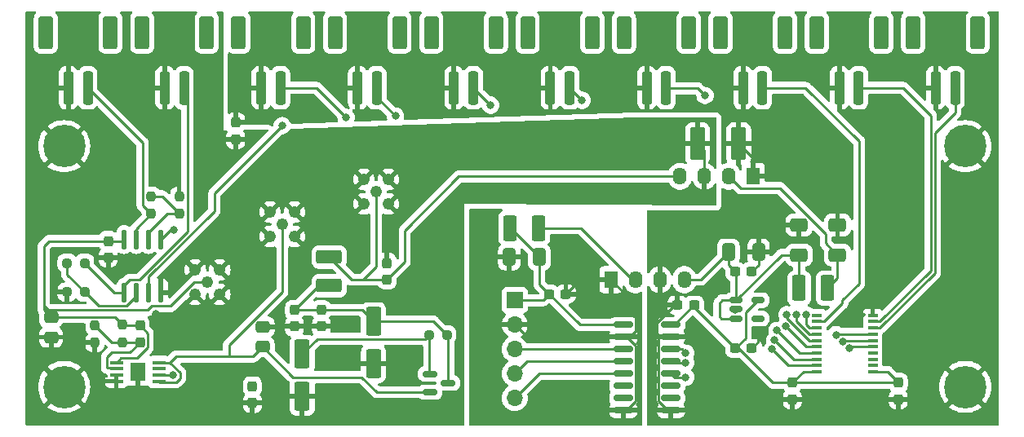
<source format=gbr>
%TF.GenerationSoftware,KiCad,Pcbnew,7.0.6*%
%TF.CreationDate,2023-09-07T21:54:38-06:00*%
%TF.ProjectId,low_power_heater,6c6f775f-706f-4776-9572-5f6865617465,rev?*%
%TF.SameCoordinates,Original*%
%TF.FileFunction,Copper,L1,Top*%
%TF.FilePolarity,Positive*%
%FSLAX46Y46*%
G04 Gerber Fmt 4.6, Leading zero omitted, Abs format (unit mm)*
G04 Created by KiCad (PCBNEW 7.0.6) date 2023-09-07 21:54:38*
%MOMM*%
%LPD*%
G01*
G04 APERTURE LIST*
G04 Aperture macros list*
%AMRoundRect*
0 Rectangle with rounded corners*
0 $1 Rounding radius*
0 $2 $3 $4 $5 $6 $7 $8 $9 X,Y pos of 4 corners*
0 Add a 4 corners polygon primitive as box body*
4,1,4,$2,$3,$4,$5,$6,$7,$8,$9,$2,$3,0*
0 Add four circle primitives for the rounded corners*
1,1,$1+$1,$2,$3*
1,1,$1+$1,$4,$5*
1,1,$1+$1,$6,$7*
1,1,$1+$1,$8,$9*
0 Add four rect primitives between the rounded corners*
20,1,$1+$1,$2,$3,$4,$5,0*
20,1,$1+$1,$4,$5,$6,$7,0*
20,1,$1+$1,$6,$7,$8,$9,0*
20,1,$1+$1,$8,$9,$2,$3,0*%
G04 Aperture macros list end*
%TA.AperFunction,ComponentPad*%
%ADD10C,1.240000*%
%TD*%
%TA.AperFunction,SMDPad,CuDef*%
%ADD11RoundRect,0.237500X-0.300000X-0.237500X0.300000X-0.237500X0.300000X0.237500X-0.300000X0.237500X0*%
%TD*%
%TA.AperFunction,SMDPad,CuDef*%
%ADD12R,1.327899X0.431000*%
%TD*%
%TA.AperFunction,SMDPad,CuDef*%
%ADD13R,1.570000X1.890000*%
%TD*%
%TA.AperFunction,SMDPad,CuDef*%
%ADD14RoundRect,0.237500X-0.237500X0.300000X-0.237500X-0.300000X0.237500X-0.300000X0.237500X0.300000X0*%
%TD*%
%TA.AperFunction,SMDPad,CuDef*%
%ADD15RoundRect,0.237500X0.300000X0.237500X-0.300000X0.237500X-0.300000X-0.237500X0.300000X-0.237500X0*%
%TD*%
%TA.AperFunction,SMDPad,CuDef*%
%ADD16RoundRect,0.237500X0.250000X0.237500X-0.250000X0.237500X-0.250000X-0.237500X0.250000X-0.237500X0*%
%TD*%
%TA.AperFunction,SMDPad,CuDef*%
%ADD17RoundRect,0.150000X-0.512500X-0.150000X0.512500X-0.150000X0.512500X0.150000X-0.512500X0.150000X0*%
%TD*%
%TA.AperFunction,SMDPad,CuDef*%
%ADD18RoundRect,0.250000X0.250000X1.500000X-0.250000X1.500000X-0.250000X-1.500000X0.250000X-1.500000X0*%
%TD*%
%TA.AperFunction,SMDPad,CuDef*%
%ADD19RoundRect,0.250001X0.499999X1.449999X-0.499999X1.449999X-0.499999X-1.449999X0.499999X-1.449999X0*%
%TD*%
%TA.AperFunction,SMDPad,CuDef*%
%ADD20RoundRect,0.237500X0.237500X-0.250000X0.237500X0.250000X-0.237500X0.250000X-0.237500X-0.250000X0*%
%TD*%
%TA.AperFunction,ComponentPad*%
%ADD21C,0.700000*%
%TD*%
%TA.AperFunction,ComponentPad*%
%ADD22C,4.400000*%
%TD*%
%TA.AperFunction,SMDPad,CuDef*%
%ADD23RoundRect,0.250000X0.537500X1.450000X-0.537500X1.450000X-0.537500X-1.450000X0.537500X-1.450000X0*%
%TD*%
%TA.AperFunction,SMDPad,CuDef*%
%ADD24RoundRect,0.237500X-0.237500X0.250000X-0.237500X-0.250000X0.237500X-0.250000X0.237500X0.250000X0*%
%TD*%
%TA.AperFunction,SMDPad,CuDef*%
%ADD25RoundRect,0.237500X0.237500X-0.300000X0.237500X0.300000X-0.237500X0.300000X-0.237500X-0.300000X0*%
%TD*%
%TA.AperFunction,SMDPad,CuDef*%
%ADD26RoundRect,0.250000X-0.412500X-0.650000X0.412500X-0.650000X0.412500X0.650000X-0.412500X0.650000X0*%
%TD*%
%TA.AperFunction,SMDPad,CuDef*%
%ADD27RoundRect,0.150000X-0.825000X-0.150000X0.825000X-0.150000X0.825000X0.150000X-0.825000X0.150000X0*%
%TD*%
%TA.AperFunction,SMDPad,CuDef*%
%ADD28RoundRect,0.250001X-1.074999X0.462499X-1.074999X-0.462499X1.074999X-0.462499X1.074999X0.462499X0*%
%TD*%
%TA.AperFunction,SMDPad,CuDef*%
%ADD29RoundRect,0.250000X-0.550000X1.250000X-0.550000X-1.250000X0.550000X-1.250000X0.550000X1.250000X0*%
%TD*%
%TA.AperFunction,SMDPad,CuDef*%
%ADD30RoundRect,0.250000X-0.475000X0.337500X-0.475000X-0.337500X0.475000X-0.337500X0.475000X0.337500X0*%
%TD*%
%TA.AperFunction,ComponentPad*%
%ADD31R,1.400000X1.800000*%
%TD*%
%TA.AperFunction,ComponentPad*%
%ADD32O,1.400000X1.800000*%
%TD*%
%TA.AperFunction,SMDPad,CuDef*%
%ADD33RoundRect,0.150000X-0.587500X-0.150000X0.587500X-0.150000X0.587500X0.150000X-0.587500X0.150000X0*%
%TD*%
%TA.AperFunction,SMDPad,CuDef*%
%ADD34RoundRect,0.250000X0.650000X-0.412500X0.650000X0.412500X-0.650000X0.412500X-0.650000X-0.412500X0*%
%TD*%
%TA.AperFunction,SMDPad,CuDef*%
%ADD35RoundRect,0.250001X-0.462499X-1.074999X0.462499X-1.074999X0.462499X1.074999X-0.462499X1.074999X0*%
%TD*%
%TA.AperFunction,SMDPad,CuDef*%
%ADD36RoundRect,0.250000X0.412500X0.650000X-0.412500X0.650000X-0.412500X-0.650000X0.412500X-0.650000X0*%
%TD*%
%TA.AperFunction,SMDPad,CuDef*%
%ADD37O,0.588000X2.045000*%
%TD*%
%TA.AperFunction,SMDPad,CuDef*%
%ADD38RoundRect,0.237500X-0.237500X0.287500X-0.237500X-0.287500X0.237500X-0.287500X0.237500X0.287500X0*%
%TD*%
%TA.AperFunction,SMDPad,CuDef*%
%ADD39R,1.000000X0.400000*%
%TD*%
%TA.AperFunction,ComponentPad*%
%ADD40R,1.700000X1.700000*%
%TD*%
%TA.AperFunction,ComponentPad*%
%ADD41O,1.700000X1.700000*%
%TD*%
%TA.AperFunction,ViaPad*%
%ADD42C,0.800000*%
%TD*%
%TA.AperFunction,Conductor*%
%ADD43C,0.250000*%
%TD*%
G04 APERTURE END LIST*
D10*
%TO.P,J14,1,In*%
%TO.N,/OPA218/10V*%
X102370000Y-81130000D03*
%TO.P,J14,2,Ext*%
%TO.N,GND1*%
X101100000Y-79860000D03*
X101100000Y-82400000D03*
X103640000Y-79860000D03*
X103640000Y-82400000D03*
%TD*%
%TO.P,J13,1,In*%
%TO.N,/OPA218/Power Supply Filter/pos_in*%
X119870000Y-71730000D03*
%TO.P,J13,2,Ext*%
%TO.N,GND1*%
X118600000Y-70460000D03*
X118600000Y-73000000D03*
X121140000Y-70460000D03*
X121140000Y-73000000D03*
%TD*%
%TO.P,J12,1,In*%
%TO.N,/OPA218/12V*%
X110130000Y-75130000D03*
%TO.P,J12,2,Ext*%
%TO.N,GND1*%
X108860000Y-73860000D03*
X108860000Y-76400000D03*
X111400000Y-73860000D03*
X111400000Y-76400000D03*
%TD*%
D11*
%TO.P,C7,1*%
%TO.N,VD*%
X157137500Y-88000000D03*
%TO.P,C7,2*%
%TO.N,GND*%
X158862500Y-88000000D03*
%TD*%
D12*
%TO.P,U6,1,OUT*%
%TO.N,/OPA218/10V*%
X92926652Y-89475001D03*
%TO.P,U6,2,FB*%
%TO.N,Net-(U6-FB)*%
X92926652Y-90124999D03*
%TO.P,U6,3,NC*%
%TO.N,GND1*%
X92926652Y-90775001D03*
%TO.P,U6,4,GND*%
X92926652Y-91424999D03*
%TO.P,U6,5,EN*%
%TO.N,/OPA218/12V*%
X97353348Y-91424999D03*
%TO.P,U6,6,NR/SS*%
%TO.N,Net-(U6-NR{slash}SS)*%
X97353348Y-90775001D03*
%TO.P,U6,7,DNC*%
%TO.N,unconnected-(U6-DNC-Pad7)*%
X97353348Y-90124999D03*
%TO.P,U6,8,IN*%
%TO.N,/OPA218/12V*%
X97353348Y-89475001D03*
D13*
%TO.P,U6,EPAD,EPAD*%
%TO.N,GND1*%
X95140000Y-90450000D03*
%TD*%
D14*
%TO.P,C22,1*%
%TO.N,Net-(U6-NR{slash}SS)*%
X107030000Y-91947500D03*
%TO.P,C22,2*%
%TO.N,GND1*%
X107030000Y-93672500D03*
%TD*%
D11*
%TO.P,C6,1*%
%TO.N,+5V*%
X157137500Y-80000000D03*
%TO.P,C6,2*%
%TO.N,GND*%
X158862500Y-80000000D03*
%TD*%
D15*
%TO.P,C1,1*%
%TO.N,GNDPWR*%
X139557500Y-82365000D03*
%TO.P,C1,2*%
%TO.N,+3.3V*%
X137832500Y-82365000D03*
%TD*%
D16*
%TO.P,R5,1*%
%TO.N,Net-(Q1-C)*%
X127200000Y-86600000D03*
%TO.P,R5,2*%
%TO.N,Net-(Q1-B)*%
X125375000Y-86600000D03*
%TD*%
D17*
%TO.P,U3,1,IN*%
%TO.N,+5V*%
X157230000Y-83000000D03*
%TO.P,U3,2,GND*%
%TO.N,GND*%
X157230000Y-83950000D03*
%TO.P,U3,3,EN*%
%TO.N,+5V*%
X157230000Y-84900000D03*
%TO.P,U3,4,NC*%
%TO.N,unconnected-(U3-NC-Pad4)*%
X159505000Y-84900000D03*
%TO.P,U3,5,OUT*%
%TO.N,VD*%
X159505000Y-83000000D03*
%TD*%
D14*
%TO.P,C9,1*%
%TO.N,/OPA218/10V*%
X92075000Y-76850000D03*
%TO.P,C9,2*%
%TO.N,GND1*%
X92075000Y-78575000D03*
%TD*%
D18*
%TO.P,J5,1,+*%
%TO.N,/ch5*%
X139950000Y-60950000D03*
%TO.P,J5,2,-*%
%TO.N,GND*%
X137950000Y-60950000D03*
D19*
%TO.P,J5,MP*%
%TO.N,N/C*%
X142300000Y-55200000D03*
X135600000Y-55200000D03*
%TD*%
D18*
%TO.P,J6,1,+*%
%TO.N,/ch6*%
X129950000Y-60950000D03*
%TO.P,J6,2,-*%
%TO.N,GND*%
X127950000Y-60950000D03*
D19*
%TO.P,J6,MP*%
%TO.N,N/C*%
X132300000Y-55200000D03*
X125600000Y-55200000D03*
%TD*%
D20*
%TO.P,R6,1*%
%TO.N,GND1*%
X90680000Y-87412500D03*
%TO.P,R6,2*%
%TO.N,Net-(U6-FB)*%
X90680000Y-85587500D03*
%TD*%
D21*
%TO.P,H3,1,1*%
%TO.N,GND1*%
X85850000Y-67000000D03*
X86333274Y-65833274D03*
X86333274Y-68166726D03*
X87500000Y-65350000D03*
D22*
X87500000Y-67000000D03*
D21*
X87500000Y-68650000D03*
X88666726Y-65833274D03*
X88666726Y-68166726D03*
X89150000Y-67000000D03*
%TD*%
D18*
%TO.P,J7,1,+*%
%TO.N,/ch7*%
X119950000Y-60950000D03*
%TO.P,J7,2,-*%
%TO.N,GND*%
X117950000Y-60950000D03*
D19*
%TO.P,J7,MP*%
%TO.N,N/C*%
X122300000Y-55200000D03*
X115600000Y-55200000D03*
%TD*%
D23*
%TO.P,C13,1*%
%TO.N,GND*%
X157500000Y-66750000D03*
%TO.P,C13,2*%
%TO.N,GND1*%
X153225000Y-66750000D03*
%TD*%
D24*
%TO.P,R7,1*%
%TO.N,/OPA218/10V*%
X93580000Y-85547500D03*
%TO.P,R7,2*%
%TO.N,Net-(U6-FB)*%
X93580000Y-87372500D03*
%TD*%
D16*
%TO.P,R1,1*%
%TO.N,/ch9_out*%
X89625000Y-79145699D03*
%TO.P,R1,2*%
%TO.N,Net-(U4A-IN_A-)*%
X87800000Y-79145699D03*
%TD*%
D25*
%TO.P,C10,1*%
%TO.N,/OPA218/Power Supply Filter/pos_in*%
X121000000Y-80862500D03*
%TO.P,C10,2*%
%TO.N,GND1*%
X121000000Y-79137500D03*
%TD*%
D26*
%TO.P,C5,1*%
%TO.N,+5V*%
X156437500Y-78000000D03*
%TO.P,C5,2*%
%TO.N,GND*%
X159562500Y-78000000D03*
%TD*%
D27*
%TO.P,U2,1,VCC1*%
%TO.N,+3.3V*%
X145525000Y-85555000D03*
%TO.P,U2,2,GND1*%
%TO.N,GNDPWR*%
X145525000Y-86825000D03*
%TO.P,U2,3,INA*%
%TO.N,Net-(J11-Pin_3)*%
X145525000Y-88095000D03*
%TO.P,U2,4,INB*%
%TO.N,Net-(J11-Pin_4)*%
X145525000Y-89365000D03*
%TO.P,U2,5,INC*%
%TO.N,Net-(J11-Pin_5)*%
X145525000Y-90635000D03*
%TO.P,U2,6,OUTD*%
%TO.N,unconnected-(U2-OUTD-Pad6)*%
X145525000Y-91905000D03*
%TO.P,U2,7,NC*%
%TO.N,unconnected-(U2-NC-Pad7)*%
X145525000Y-93175000D03*
%TO.P,U2,8,GND1*%
%TO.N,GNDPWR*%
X145525000Y-94445000D03*
%TO.P,U2,9,GND2*%
%TO.N,GND*%
X150475000Y-94445000D03*
%TO.P,U2,10,NC*%
%TO.N,unconnected-(U2-NC-Pad10)*%
X150475000Y-93175000D03*
%TO.P,U2,11,IND*%
%TO.N,unconnected-(U2-IND-Pad11)*%
X150475000Y-91905000D03*
%TO.P,U2,12,OUTC*%
%TO.N,Net-(U1-LD)*%
X150475000Y-90635000D03*
%TO.P,U2,13,OUTB*%
%TO.N,Net-(U1-CLK)*%
X150475000Y-89365000D03*
%TO.P,U2,14,OUTA*%
%TO.N,Net-(U1-DI)*%
X150475000Y-88095000D03*
%TO.P,U2,15,GND2*%
%TO.N,GND*%
X150475000Y-86825000D03*
%TO.P,U2,16,VCC2*%
%TO.N,VD*%
X150475000Y-85555000D03*
%TD*%
D28*
%TO.P,L4,1,1*%
%TO.N,/OPA218/Power Supply Filter/pos_in*%
X115000000Y-78512500D03*
%TO.P,L4,2,2*%
%TO.N,Net-(Q1-C)*%
X115000000Y-81487500D03*
%TD*%
D16*
%TO.P,R2,1*%
%TO.N,Net-(U4A-IN_A-)*%
X89625000Y-82145699D03*
%TO.P,R2,2*%
%TO.N,GND1*%
X87800000Y-82145699D03*
%TD*%
D20*
%TO.P,R3,1*%
%TO.N,/ch10_out*%
X96525000Y-74037500D03*
%TO.P,R3,2*%
%TO.N,Net-(U4B-IN_B-)*%
X96525000Y-72212500D03*
%TD*%
D29*
%TO.P,C16,1*%
%TO.N,Net-(Q1-C)*%
X119600000Y-85200000D03*
%TO.P,C16,2*%
%TO.N,GND1*%
X119600000Y-89600000D03*
%TD*%
D18*
%TO.P,J8,1,+*%
%TO.N,/ch8*%
X109950000Y-60950000D03*
%TO.P,J8,2,-*%
%TO.N,GND*%
X107950000Y-60950000D03*
D19*
%TO.P,J8,MP*%
%TO.N,N/C*%
X112300000Y-55200000D03*
X105600000Y-55200000D03*
%TD*%
D21*
%TO.P,H4,1,1*%
%TO.N,GND*%
X179350000Y-67000000D03*
X179833274Y-65833274D03*
X179833274Y-68166726D03*
X181000000Y-65350000D03*
D22*
X181000000Y-67000000D03*
D21*
X181000000Y-68650000D03*
X182166726Y-65833274D03*
X182166726Y-68166726D03*
X182650000Y-67000000D03*
%TD*%
D30*
%TO.P,C19,1*%
%TO.N,/OPA218/10V*%
X86140000Y-84762500D03*
%TO.P,C19,2*%
%TO.N,GND1*%
X86140000Y-86837500D03*
%TD*%
D14*
%TO.P,C15,1*%
%TO.N,Net-(Q1-C)*%
X114200000Y-84000000D03*
%TO.P,C15,2*%
%TO.N,GND1*%
X114200000Y-85725000D03*
%TD*%
D31*
%TO.P,PS2,1,-Vin*%
%TO.N,GND*%
X159012500Y-70132500D03*
D32*
%TO.P,PS2,2,+Vin*%
%TO.N,Net-(PS2-+Vin)*%
X156472500Y-70132500D03*
%TO.P,PS2,3,0V*%
%TO.N,GND1*%
X153932500Y-70132500D03*
%TO.P,PS2,4,+Vout*%
%TO.N,/OPA218/Power Supply Filter/pos_in*%
X151392500Y-70132500D03*
%TD*%
D21*
%TO.P,H2,1,1*%
%TO.N,GND*%
X179350000Y-92000000D03*
X179833274Y-90833274D03*
X179833274Y-93166726D03*
X181000000Y-90350000D03*
D22*
X181000000Y-92000000D03*
D21*
X181000000Y-93650000D03*
X182166726Y-90833274D03*
X182166726Y-93166726D03*
X182650000Y-92000000D03*
%TD*%
%TO.P,H1,1,1*%
%TO.N,GND1*%
X85850000Y-92000000D03*
X86333274Y-90833274D03*
X86333274Y-93166726D03*
X87500000Y-90350000D03*
D22*
X87500000Y-92000000D03*
D21*
X87500000Y-93650000D03*
X88666726Y-90833274D03*
X88666726Y-93166726D03*
X89150000Y-92000000D03*
%TD*%
D31*
%TO.P,PS1,1,-Vin*%
%TO.N,GNDPWR*%
X144237500Y-80867500D03*
D32*
%TO.P,PS1,2,+Vin*%
%TO.N,Net-(PS1-+Vin)*%
X146777500Y-80867500D03*
%TO.P,PS1,3,0V*%
%TO.N,GND*%
X149317500Y-80867500D03*
%TO.P,PS1,4,+Vout*%
%TO.N,+5V*%
X151857500Y-80867500D03*
%TD*%
D18*
%TO.P,J10,1,+*%
%TO.N,/ch10_out*%
X89950000Y-60950000D03*
%TO.P,J10,2,-*%
%TO.N,GND1*%
X87950000Y-60950000D03*
D19*
%TO.P,J10,MP*%
%TO.N,N/C*%
X92300000Y-55200000D03*
X85600000Y-55200000D03*
%TD*%
D14*
%TO.P,C3,1*%
%TO.N,VD*%
X163060000Y-91565000D03*
%TO.P,C3,2*%
%TO.N,GND*%
X163060000Y-93290000D03*
%TD*%
D18*
%TO.P,J4,1,+*%
%TO.N,/ch4*%
X149950000Y-60950000D03*
%TO.P,J4,2,-*%
%TO.N,GND*%
X147950000Y-60950000D03*
D19*
%TO.P,J4,MP*%
%TO.N,N/C*%
X152300000Y-55200000D03*
X145600000Y-55200000D03*
%TD*%
D18*
%TO.P,J1,1,+*%
%TO.N,/ch1*%
X179950000Y-60950000D03*
%TO.P,J1,2,-*%
%TO.N,GND*%
X177950000Y-60950000D03*
D19*
%TO.P,J1,MP*%
%TO.N,N/C*%
X182300000Y-55200000D03*
X175600000Y-55200000D03*
%TD*%
D29*
%TO.P,C17,1*%
%TO.N,Net-(Q1-B)*%
X112200000Y-88600000D03*
%TO.P,C17,2*%
%TO.N,GND1*%
X112200000Y-93000000D03*
%TD*%
D18*
%TO.P,J3,1,+*%
%TO.N,/ch3*%
X159950000Y-60950000D03*
%TO.P,J3,2,-*%
%TO.N,GND*%
X157950000Y-60950000D03*
D19*
%TO.P,J3,MP*%
%TO.N,N/C*%
X162300000Y-55200000D03*
X155600000Y-55200000D03*
%TD*%
D14*
%TO.P,C21,1*%
%TO.N,/OPA218/10V*%
X95370000Y-85647500D03*
%TO.P,C21,2*%
%TO.N,Net-(U6-FB)*%
X95370000Y-87372500D03*
%TD*%
%TO.P,C14,1*%
%TO.N,Net-(Q1-C)*%
X111400000Y-84000000D03*
%TO.P,C14,2*%
%TO.N,GND1*%
X111400000Y-85725000D03*
%TD*%
D33*
%TO.P,Q1,1,B*%
%TO.N,Net-(Q1-B)*%
X125462500Y-90650000D03*
%TO.P,Q1,2,E*%
%TO.N,/OPA218/12V*%
X125462500Y-92550000D03*
%TO.P,Q1,3,C*%
%TO.N,Net-(Q1-C)*%
X127337500Y-91600000D03*
%TD*%
D18*
%TO.P,J2,1,+*%
%TO.N,/ch2*%
X169950000Y-60950000D03*
%TO.P,J2,2,-*%
%TO.N,GND*%
X167950000Y-60950000D03*
D19*
%TO.P,J2,MP*%
%TO.N,N/C*%
X172300000Y-55200000D03*
X165600000Y-55200000D03*
%TD*%
D34*
%TO.P,C12,1*%
%TO.N,Net-(PS2-+Vin)*%
X167750000Y-78312500D03*
%TO.P,C12,2*%
%TO.N,GND*%
X167750000Y-75187500D03*
%TD*%
D11*
%TO.P,C2,1*%
%TO.N,GND*%
X151137500Y-83500000D03*
%TO.P,C2,2*%
%TO.N,VD*%
X152862500Y-83500000D03*
%TD*%
D35*
%TO.P,L1,1,1*%
%TO.N,+3.3V*%
X133762500Y-75500000D03*
%TO.P,L1,2,2*%
%TO.N,Net-(PS1-+Vin)*%
X136737500Y-75500000D03*
%TD*%
D36*
%TO.P,C8,1*%
%TO.N,+3.3V*%
X136812500Y-78500000D03*
%TO.P,C8,2*%
%TO.N,GNDPWR*%
X133687500Y-78500000D03*
%TD*%
D18*
%TO.P,J9,1,+*%
%TO.N,/ch9_out*%
X99950000Y-60950000D03*
%TO.P,J9,2,-*%
%TO.N,GND1*%
X97950000Y-60950000D03*
D19*
%TO.P,J9,MP*%
%TO.N,N/C*%
X102300000Y-55200000D03*
X95600000Y-55200000D03*
%TD*%
D37*
%TO.P,U4,1,OUT_A*%
%TO.N,/ch9_out*%
X93715000Y-82230000D03*
%TO.P,U4,2,IN_A-*%
%TO.N,Net-(U4A-IN_A-)*%
X94985000Y-82230000D03*
%TO.P,U4,3,IN_A+*%
%TO.N,/ch9*%
X96255000Y-82230000D03*
%TO.P,U4,4,V-*%
%TO.N,GND1*%
X97525000Y-82230000D03*
%TO.P,U4,5,IN_B+*%
%TO.N,/ch10*%
X97525000Y-76686000D03*
%TO.P,U4,6,IN_B-*%
%TO.N,Net-(U4B-IN_B-)*%
X96255000Y-76686000D03*
%TO.P,U4,7,OUT_B*%
%TO.N,/ch10_out*%
X94985000Y-76686000D03*
%TO.P,U4,8,V+*%
%TO.N,/OPA218/10V*%
X93715000Y-76686000D03*
%TD*%
D14*
%TO.P,C4,1*%
%TO.N,VD*%
X174060000Y-91565000D03*
%TO.P,C4,2*%
%TO.N,GND*%
X174060000Y-93290000D03*
%TD*%
D38*
%TO.P,L3,1,1*%
%TO.N,GND*%
X105300000Y-64550000D03*
%TO.P,L3,2,2*%
%TO.N,GND1*%
X105300000Y-66300000D03*
%TD*%
D20*
%TO.P,R4,1*%
%TO.N,Net-(U4B-IN_B-)*%
X99475000Y-74025000D03*
%TO.P,R4,2*%
%TO.N,GND1*%
X99475000Y-72200000D03*
%TD*%
D35*
%TO.P,L2,1,1*%
%TO.N,+5V*%
X163762500Y-81750000D03*
%TO.P,L2,2,2*%
%TO.N,Net-(PS2-+Vin)*%
X166737500Y-81750000D03*
%TD*%
D39*
%TO.P,U1,1,NC*%
%TO.N,unconnected-(U1-NC-Pad1)*%
X165600000Y-84575000D03*
%TO.P,U1,2,AO3*%
%TO.N,/ch3*%
X165600000Y-85225000D03*
%TO.P,U1,3,AO4*%
%TO.N,/ch4*%
X165600000Y-85875000D03*
%TO.P,U1,4,AO5*%
%TO.N,/ch5*%
X165600000Y-86525000D03*
%TO.P,U1,5,AO6*%
%TO.N,/ch6*%
X165600000Y-87175000D03*
%TO.P,U1,6,AO7*%
%TO.N,/ch7*%
X165600000Y-87825000D03*
%TO.P,U1,7,AO8*%
%TO.N,/ch8*%
X165600000Y-88475000D03*
%TO.P,U1,8,AO9*%
%TO.N,/ch9*%
X165600000Y-89125000D03*
%TO.P,U1,9,A10*%
%TO.N,/ch10*%
X165600000Y-89775000D03*
%TO.P,U1,10,VDD*%
%TO.N,VD*%
X165600000Y-90425000D03*
%TO.P,U1,11,VCC*%
X171400000Y-90425000D03*
%TO.P,U1,12,A11*%
%TO.N,unconnected-(U1-A11-Pad12)*%
X171400000Y-89775000D03*
%TO.P,U1,13,A12*%
%TO.N,unconnected-(U1-A12-Pad13)*%
X171400000Y-89125000D03*
%TO.P,U1,14,NC*%
%TO.N,unconnected-(U1-NC-Pad14)*%
X171400000Y-88475000D03*
%TO.P,U1,15,LD*%
%TO.N,Net-(U1-LD)*%
X171400000Y-87825000D03*
%TO.P,U1,16,CLK*%
%TO.N,Net-(U1-CLK)*%
X171400000Y-87175000D03*
%TO.P,U1,17,DI*%
%TO.N,Net-(U1-DI)*%
X171400000Y-86525000D03*
%TO.P,U1,18,AO1*%
%TO.N,/ch1*%
X171400000Y-85875000D03*
%TO.P,U1,19,A02*%
%TO.N,/ch2*%
X171400000Y-85225000D03*
%TO.P,U1,20,GND*%
%TO.N,GND*%
X171400000Y-84575000D03*
%TD*%
D34*
%TO.P,C11,1*%
%TO.N,+5V*%
X163750000Y-78312500D03*
%TO.P,C11,2*%
%TO.N,GND*%
X163750000Y-75187500D03*
%TD*%
D30*
%TO.P,C18,1*%
%TO.N,GND1*%
X108110000Y-85772500D03*
%TO.P,C18,2*%
%TO.N,/OPA218/12V*%
X108110000Y-87847500D03*
%TD*%
D40*
%TO.P,J11,1,Pin_1*%
%TO.N,+3.3V*%
X134250000Y-83000000D03*
D41*
%TO.P,J11,2,Pin_2*%
%TO.N,GNDPWR*%
X134250000Y-85540000D03*
%TO.P,J11,3,Pin_3*%
%TO.N,Net-(J11-Pin_3)*%
X134250000Y-88080000D03*
%TO.P,J11,4,Pin_4*%
%TO.N,Net-(J11-Pin_4)*%
X134250000Y-90620000D03*
%TO.P,J11,5,Pin_5*%
%TO.N,Net-(J11-Pin_5)*%
X134250000Y-93160000D03*
%TD*%
D42*
%TO.N,GND*%
X159500000Y-86400000D03*
X157117500Y-83975000D03*
X160600000Y-70200000D03*
X172300000Y-81700000D03*
X162100000Y-73500000D03*
%TO.N,/ch4*%
X164500000Y-84500000D03*
X154000000Y-61750000D03*
%TO.N,/ch5*%
X141250000Y-62250000D03*
X163500497Y-84500000D03*
%TO.N,/ch6*%
X131750000Y-62750000D03*
X162500994Y-84500000D03*
%TO.N,GND1*%
X94060000Y-79260000D03*
X97000000Y-84460000D03*
X86550000Y-80860000D03*
X95120000Y-90500000D03*
X97640000Y-87830000D03*
X117500000Y-85900000D03*
X86560000Y-78000000D03*
X123600000Y-89300000D03*
%TO.N,Net-(U1-LD)*%
X152000000Y-91000000D03*
X169000000Y-88000000D03*
%TO.N,Net-(U1-CLK)*%
X168293245Y-87293245D03*
X152000000Y-89500000D03*
%TO.N,Net-(U1-DI)*%
X167586490Y-86586490D03*
X152000000Y-88500000D03*
%TO.N,/ch7*%
X121875000Y-63875000D03*
X162350422Y-85686416D03*
%TO.N,/ch8*%
X116750000Y-64000000D03*
X161464472Y-86149124D03*
%TO.N,/ch9*%
X110125000Y-64875000D03*
X161220178Y-87118312D03*
%TO.N,/ch10*%
X98875000Y-75712500D03*
X160978016Y-88088035D03*
%TO.N,Net-(U6-NR{slash}SS)*%
X107030000Y-91947500D03*
X98790000Y-90800000D03*
%TD*%
D43*
%TO.N,/OPA218/Power Supply Filter/pos_in*%
X119870000Y-79492500D02*
X118500000Y-80862500D01*
X119870000Y-71730000D02*
X119870000Y-79492500D01*
X118500000Y-80862500D02*
X117350000Y-80862500D01*
X121000000Y-80862500D02*
X118500000Y-80862500D01*
%TO.N,/OPA218/12V*%
X110130000Y-82126827D02*
X110130000Y-75130000D01*
X104600000Y-87656827D02*
X110130000Y-82126827D01*
X104600000Y-88847500D02*
X104600000Y-87656827D01*
X104600000Y-88847500D02*
X99122500Y-88847500D01*
X107110000Y-88847500D02*
X104600000Y-88847500D01*
%TO.N,/OPA218/10V*%
X101033568Y-81130000D02*
X102370000Y-81130000D01*
X85807500Y-84027500D02*
X96172500Y-84027500D01*
X98563568Y-83600000D02*
X101033568Y-81130000D01*
X85380000Y-83600000D02*
X85807500Y-84027500D01*
X96172500Y-84027500D02*
X96600000Y-83600000D01*
X96600000Y-83600000D02*
X98563568Y-83600000D01*
X85380000Y-83600000D02*
X85380000Y-84002500D01*
X85380000Y-77420000D02*
X85380000Y-83600000D01*
%TO.N,GNDPWR*%
X146825000Y-86175000D02*
X146175000Y-86825000D01*
X146825000Y-83455000D02*
X146825000Y-86175000D01*
X135535000Y-86825000D02*
X145525000Y-86825000D01*
X146825000Y-87748249D02*
X146825000Y-93521751D01*
X134250000Y-85540000D02*
X135535000Y-86825000D01*
X141055000Y-80867500D02*
X144237500Y-80867500D01*
X139557500Y-82365000D02*
X141055000Y-80867500D01*
X146175000Y-86825000D02*
X145525000Y-86825000D01*
X145901751Y-86825000D02*
X146825000Y-87748249D01*
X146825000Y-93521751D02*
X145901751Y-94445000D01*
X145525000Y-86825000D02*
X145901751Y-86825000D01*
X144237500Y-80867500D02*
X146825000Y-83455000D01*
X145901751Y-94445000D02*
X145525000Y-94445000D01*
%TO.N,+5V*%
X151857500Y-80867500D02*
X153570000Y-80867500D01*
X163750000Y-78312500D02*
X163750000Y-81737500D01*
X157230000Y-80250000D02*
X157230000Y-83000000D01*
X156437500Y-78000000D02*
X156437500Y-79300000D01*
X157230000Y-83000000D02*
X155782500Y-83000000D01*
X157230000Y-83000000D02*
X161917500Y-78312500D01*
X163750000Y-81737500D02*
X163762500Y-81750000D01*
X156437500Y-79300000D02*
X157137500Y-80000000D01*
X155718000Y-84900000D02*
X157230000Y-84900000D01*
X161917500Y-78312500D02*
X163750000Y-78312500D01*
X153570000Y-80867500D02*
X156437500Y-78000000D01*
X155782500Y-83000000D02*
X155500000Y-83282500D01*
X155500000Y-84682000D02*
X155718000Y-84900000D01*
X155500000Y-83282500D02*
X155500000Y-84682000D01*
%TO.N,GND*%
X159012500Y-68262500D02*
X159012500Y-70132500D01*
X149000000Y-86470000D02*
X149175000Y-86645000D01*
X149000000Y-86470000D02*
X149355000Y-86825000D01*
X159500000Y-87362500D02*
X158862500Y-88000000D01*
X157500000Y-66750000D02*
X159012500Y-68262500D01*
X151137500Y-83500000D02*
X150883249Y-83500000D01*
X150883249Y-83500000D02*
X149000000Y-85383249D01*
X149355000Y-86825000D02*
X150475000Y-86825000D01*
X149175000Y-93521751D02*
X150098249Y-94445000D01*
X159562500Y-78000000D02*
X159562500Y-79300000D01*
X149175000Y-86645000D02*
X149175000Y-93521751D01*
X159562500Y-79300000D02*
X158862500Y-80000000D01*
X159500000Y-87362500D02*
X159500000Y-86400000D01*
X150098249Y-94445000D02*
X150475000Y-94445000D01*
X149000000Y-85383249D02*
X149000000Y-86470000D01*
%TO.N,VD*%
X150475000Y-85555000D02*
X150807500Y-85555000D01*
X163060000Y-91565000D02*
X164200000Y-90425000D01*
X172920000Y-90425000D02*
X171400000Y-90425000D01*
X158217500Y-84287500D02*
X158217500Y-86920000D01*
X174060000Y-91565000D02*
X172920000Y-90425000D01*
X150807500Y-85555000D02*
X152862500Y-83500000D01*
X157137500Y-88000000D02*
X157500000Y-88000000D01*
X163060000Y-91565000D02*
X174060000Y-91565000D01*
X158217500Y-86920000D02*
X157137500Y-88000000D01*
X164200000Y-90425000D02*
X165600000Y-90425000D01*
X161065000Y-91565000D02*
X163060000Y-91565000D01*
X159505000Y-83000000D02*
X158217500Y-84287500D01*
X157500000Y-88000000D02*
X161065000Y-91565000D01*
X157137500Y-88000000D02*
X152862500Y-83725000D01*
X152862500Y-83725000D02*
X152862500Y-83500000D01*
%TO.N,/ch3*%
X168250000Y-83325000D02*
X168250000Y-83000000D01*
X170000000Y-81250000D02*
X170000000Y-66500000D01*
X166350000Y-85225000D02*
X168250000Y-83325000D01*
X164450000Y-60950000D02*
X159950000Y-60950000D01*
X170000000Y-66500000D02*
X164450000Y-60950000D01*
X165600000Y-85225000D02*
X166350000Y-85225000D01*
X168250000Y-83000000D02*
X170000000Y-81250000D01*
%TO.N,/ch4*%
X150000000Y-61000000D02*
X153250000Y-61000000D01*
X149950000Y-60950000D02*
X150000000Y-61000000D01*
X164850000Y-85875000D02*
X164500000Y-85525000D01*
X165600000Y-85875000D02*
X164850000Y-85875000D01*
X164500000Y-85525000D02*
X164500000Y-84500000D01*
X153250000Y-61000000D02*
X154000000Y-61750000D01*
%TO.N,/ch5*%
X163500497Y-85175497D02*
X163500497Y-84500000D01*
X139950000Y-60950000D02*
X141250000Y-62250000D01*
X164850000Y-86525000D02*
X163500497Y-85175497D01*
X165600000Y-86525000D02*
X164850000Y-86525000D01*
%TO.N,/ch6*%
X129950000Y-60950000D02*
X131750000Y-62750000D01*
X164863604Y-87175000D02*
X162500994Y-84812390D01*
X162500994Y-84812390D02*
X162500994Y-84500000D01*
X165600000Y-87175000D02*
X164863604Y-87175000D01*
%TO.N,/ch1*%
X172150000Y-85875000D02*
X177875000Y-80150000D01*
X179950000Y-63550000D02*
X177875000Y-65625000D01*
X171400000Y-85875000D02*
X172150000Y-85875000D01*
X179950000Y-60950000D02*
X179950000Y-63550000D01*
X177875000Y-80150000D02*
X177875000Y-65625000D01*
%TO.N,/ch2*%
X174550000Y-60950000D02*
X169950000Y-60950000D01*
X177425000Y-79950000D02*
X177425000Y-63825000D01*
X171400000Y-85225000D02*
X172150000Y-85225000D01*
X177425000Y-63825000D02*
X174550000Y-60950000D01*
X172150000Y-85225000D02*
X177425000Y-79950000D01*
%TO.N,Net-(PS1-+Vin)*%
X141120000Y-75500000D02*
X146487500Y-80867500D01*
X146487500Y-80867500D02*
X146777500Y-80867500D01*
X136737500Y-75500000D02*
X141120000Y-75500000D01*
%TO.N,/OPA218/Power Supply Filter/pos_in*%
X117350000Y-80862500D02*
X115000000Y-78512500D01*
X122831250Y-75768750D02*
X122831250Y-79031250D01*
X151392500Y-70132500D02*
X128467500Y-70132500D01*
X122831250Y-79031250D02*
X121000000Y-80862500D01*
X128467500Y-70132500D02*
X122831250Y-75768750D01*
%TO.N,GND1*%
X90730000Y-87392500D02*
X90680000Y-87342500D01*
X153932500Y-67457500D02*
X153932500Y-70132500D01*
X153225000Y-66750000D02*
X153932500Y-67457500D01*
%TO.N,Net-(Q1-C)*%
X111400000Y-84000000D02*
X114200000Y-84000000D01*
X115000000Y-81487500D02*
X113912500Y-81487500D01*
X119600000Y-85200000D02*
X125800000Y-85200000D01*
X118400000Y-84000000D02*
X119600000Y-85200000D01*
X127337500Y-86737500D02*
X127337500Y-91600000D01*
X113912500Y-81487500D02*
X111400000Y-84000000D01*
X125800000Y-85200000D02*
X127200000Y-86600000D01*
X127200000Y-86600000D02*
X127337500Y-86737500D01*
X114200000Y-84000000D02*
X118400000Y-84000000D01*
%TO.N,Net-(U1-LD)*%
X169175000Y-87825000D02*
X169000000Y-88000000D01*
X150840000Y-91000000D02*
X150475000Y-90635000D01*
X171400000Y-87825000D02*
X169175000Y-87825000D01*
X152000000Y-91000000D02*
X150840000Y-91000000D01*
%TO.N,Net-(U1-CLK)*%
X152000000Y-89500000D02*
X150610000Y-89500000D01*
X150610000Y-89500000D02*
X150475000Y-89365000D01*
X171400000Y-87175000D02*
X168411490Y-87175000D01*
X168411490Y-87175000D02*
X168293245Y-87293245D01*
%TO.N,Net-(U1-DI)*%
X151595000Y-88095000D02*
X152000000Y-88500000D01*
X167647980Y-86525000D02*
X167586490Y-86586490D01*
X171400000Y-86525000D02*
X167647980Y-86525000D01*
X150475000Y-88095000D02*
X151595000Y-88095000D01*
%TO.N,+3.3V*%
X133762500Y-75500000D02*
X133812500Y-75500000D01*
X137197500Y-83000000D02*
X137832500Y-82365000D01*
X137832500Y-82365000D02*
X136812500Y-81345000D01*
X133812500Y-75500000D02*
X136812500Y-78500000D01*
X141022500Y-85555000D02*
X145525000Y-85555000D01*
X134250000Y-83000000D02*
X137197500Y-83000000D01*
X136812500Y-81345000D02*
X136812500Y-78500000D01*
X137832500Y-82365000D02*
X141022500Y-85555000D01*
%TO.N,Net-(Q1-B)*%
X124950000Y-87025000D02*
X113775000Y-87025000D01*
X125375000Y-90562500D02*
X125462500Y-90650000D01*
X113775000Y-87025000D02*
X112200000Y-88600000D01*
X125375000Y-86600000D02*
X125375000Y-90562500D01*
X125375000Y-86600000D02*
X124950000Y-87025000D01*
%TO.N,/ch7*%
X121875000Y-63875000D02*
X119950000Y-61950000D01*
X164489006Y-87825000D02*
X162350422Y-85686416D01*
X119950000Y-61950000D02*
X119950000Y-60950000D01*
X165600000Y-87825000D02*
X164489006Y-87825000D01*
%TO.N,/ch8*%
X165600000Y-88475000D02*
X163790348Y-88475000D01*
X163790348Y-88475000D02*
X161464472Y-86149124D01*
X109950000Y-60950000D02*
X113700000Y-60950000D01*
X113700000Y-60950000D02*
X116750000Y-64000000D01*
%TO.N,/ch9_out*%
X95305000Y-80882500D02*
X94305000Y-80882500D01*
X94305000Y-80882500D02*
X93715000Y-81472500D01*
X100275000Y-61275000D02*
X99950000Y-60950000D01*
X92709301Y-82230000D02*
X89625000Y-79145699D01*
X100275000Y-75912500D02*
X100275000Y-61275000D01*
X93715000Y-81472500D02*
X93715000Y-82230000D01*
X93715000Y-82230000D02*
X92709301Y-82230000D01*
X95305000Y-80882500D02*
X100275000Y-75912500D01*
%TO.N,/ch10_out*%
X95643750Y-73156250D02*
X96525000Y-74037500D01*
X94985000Y-76686000D02*
X94985000Y-75577500D01*
X94985000Y-75577500D02*
X96525000Y-74037500D01*
X95643750Y-66643750D02*
X95643750Y-73156250D01*
X89950000Y-60950000D02*
X95643750Y-66643750D01*
%TO.N,/OPA218/12V*%
X99515000Y-91100305D02*
X99090305Y-91525000D01*
X111262500Y-91000000D02*
X108110000Y-87847500D01*
X99090305Y-91525000D02*
X97453349Y-91525000D01*
X97453349Y-91525000D02*
X97353348Y-91424999D01*
X99122500Y-88847500D02*
X98492652Y-89477348D01*
X98492652Y-89477348D02*
X99515000Y-90499695D01*
X108110000Y-87847500D02*
X107110000Y-88847500D01*
X119936827Y-92550000D02*
X118386827Y-91000000D01*
X98490306Y-89475001D02*
X98492652Y-89477348D01*
X125462500Y-92550000D02*
X119936827Y-92550000D01*
X118386827Y-91000000D02*
X111262500Y-91000000D01*
X97353348Y-89475001D02*
X98490306Y-89475001D01*
X99515000Y-90499695D02*
X99515000Y-91100305D01*
%TO.N,/ch9*%
X96255000Y-80568896D02*
X96255000Y-82230000D01*
X103100000Y-73723896D02*
X103100000Y-71900000D01*
X165600000Y-89125000D02*
X163226866Y-89125000D01*
X96255000Y-80568896D02*
X103100000Y-73723896D01*
X103100000Y-71900000D02*
X110125000Y-64875000D01*
X163226866Y-89125000D02*
X161220178Y-87118312D01*
%TO.N,/ch10*%
X98875000Y-75712500D02*
X98498500Y-75712500D01*
X98498500Y-75712500D02*
X97525000Y-76686000D01*
X162664981Y-89775000D02*
X160978016Y-88088035D01*
X165600000Y-89775000D02*
X162664981Y-89775000D01*
%TO.N,Net-(U4B-IN_B-)*%
X96525000Y-72212500D02*
X97662500Y-72212500D01*
X99475000Y-74025000D02*
X98187500Y-74025000D01*
X97662500Y-72212500D02*
X99475000Y-74025000D01*
X96255000Y-75957500D02*
X96255000Y-76686000D01*
X98187500Y-74025000D02*
X96255000Y-75957500D01*
%TO.N,Net-(U4A-IN_A-)*%
X94985000Y-82230000D02*
X94985000Y-82563898D01*
X87800000Y-80320699D02*
X89625000Y-82145699D01*
X91056801Y-83577500D02*
X89625000Y-82145699D01*
X94985000Y-82563898D02*
X93971398Y-83577500D01*
X87800000Y-79145699D02*
X87800000Y-80320699D01*
X93971398Y-83577500D02*
X91056801Y-83577500D01*
%TO.N,Net-(PS2-+Vin)*%
X166525000Y-76086827D02*
X161795673Y-71357500D01*
X166525000Y-77087500D02*
X166525000Y-76086827D01*
X161795673Y-71357500D02*
X157697500Y-71357500D01*
X167750000Y-78312500D02*
X167750000Y-80737500D01*
X167750000Y-78312500D02*
X166525000Y-77087500D01*
X157697500Y-71357500D02*
X156472500Y-70132500D01*
X167750000Y-80737500D02*
X166737500Y-81750000D01*
%TO.N,Net-(J11-Pin_5)*%
X136775000Y-90635000D02*
X145525000Y-90635000D01*
X134250000Y-93160000D02*
X136775000Y-90635000D01*
%TO.N,Net-(J11-Pin_4)*%
X135505000Y-89365000D02*
X145525000Y-89365000D01*
X134250000Y-90620000D02*
X135505000Y-89365000D01*
%TO.N,Net-(J11-Pin_3)*%
X145510000Y-88080000D02*
X145525000Y-88095000D01*
X134250000Y-88080000D02*
X145510000Y-88080000D01*
%TO.N,/OPA218/10V*%
X96170000Y-87920000D02*
X95090000Y-89000000D01*
X95090000Y-89000000D02*
X93401653Y-89000000D01*
X92075000Y-76850000D02*
X85950000Y-76850000D01*
X85380000Y-84002500D02*
X86140000Y-84762500D01*
X92795000Y-84762500D02*
X93580000Y-85547500D01*
X96170000Y-86447500D02*
X96170000Y-87920000D01*
X92075000Y-76850000D02*
X93551000Y-76850000D01*
X93551000Y-76850000D02*
X93715000Y-76686000D01*
X93680000Y-85647500D02*
X93580000Y-85547500D01*
X93401653Y-89000000D02*
X92926652Y-89475001D01*
X86140000Y-84762500D02*
X92795000Y-84762500D01*
X85950000Y-76850000D02*
X85380000Y-77420000D01*
X95370000Y-85647500D02*
X93680000Y-85647500D01*
X95370000Y-85647500D02*
X96170000Y-86447500D01*
%TO.N,Net-(U6-FB)*%
X92465000Y-87372500D02*
X90680000Y-85587500D01*
X91937703Y-90015501D02*
X91937703Y-88934501D01*
X91937703Y-88934501D02*
X92462204Y-88410000D01*
X92462204Y-88410000D02*
X94332500Y-88410000D01*
X95370000Y-87372500D02*
X93580000Y-87372500D01*
X94332500Y-88410000D02*
X95370000Y-87372500D01*
X92817154Y-90015501D02*
X91937703Y-90015501D01*
X93580000Y-87372500D02*
X92465000Y-87372500D01*
X92926652Y-90124999D02*
X92817154Y-90015501D01*
%TO.N,Net-(U6-NR{slash}SS)*%
X97353348Y-90775001D02*
X98765001Y-90775001D01*
X98765001Y-90775001D02*
X98790000Y-90800000D01*
%TD*%
%TA.AperFunction,Conductor*%
%TO.N,GND*%
G36*
X184499500Y-95875500D02*
G01*
X184479815Y-95942539D01*
X184427011Y-95988294D01*
X184375500Y-95999500D01*
X148103260Y-95999500D01*
X148036221Y-95979815D01*
X147990466Y-95927011D01*
X147979260Y-95875385D01*
X147980359Y-94695001D01*
X149002704Y-94695001D01*
X149002899Y-94697486D01*
X149048718Y-94855198D01*
X149132314Y-94996552D01*
X149132321Y-94996561D01*
X149248438Y-95112678D01*
X149248447Y-95112685D01*
X149389803Y-95196282D01*
X149389806Y-95196283D01*
X149547504Y-95242099D01*
X149547510Y-95242100D01*
X149584356Y-95245000D01*
X150225000Y-95245000D01*
X150225000Y-94695000D01*
X150725000Y-94695000D01*
X150725000Y-95245000D01*
X151365644Y-95245000D01*
X151402489Y-95242100D01*
X151402495Y-95242099D01*
X151560193Y-95196283D01*
X151560196Y-95196282D01*
X151701552Y-95112685D01*
X151701561Y-95112678D01*
X151817678Y-94996561D01*
X151817685Y-94996552D01*
X151901281Y-94855198D01*
X151947100Y-94697486D01*
X151947295Y-94695001D01*
X151947295Y-94695000D01*
X150725000Y-94695000D01*
X150225000Y-94695000D01*
X149002705Y-94695000D01*
X149002704Y-94695001D01*
X147980359Y-94695001D01*
X147980761Y-94262948D01*
X147981573Y-93390696D01*
X148999500Y-93390696D01*
X149002401Y-93427567D01*
X149002402Y-93427573D01*
X149048254Y-93585393D01*
X149048255Y-93585396D01*
X149131917Y-93726862D01*
X149136702Y-93733031D01*
X149134369Y-93734840D01*
X149161210Y-93783995D01*
X149156226Y-93853687D01*
X149135470Y-93886021D01*
X149137097Y-93887283D01*
X149132313Y-93893449D01*
X149048718Y-94034801D01*
X149002899Y-94192513D01*
X149002704Y-94194998D01*
X149002705Y-94195000D01*
X151947295Y-94195000D01*
X151947295Y-94194998D01*
X151947100Y-94192513D01*
X151901281Y-94034801D01*
X151817685Y-93893447D01*
X151812900Y-93887278D01*
X151815366Y-93885364D01*
X151788802Y-93836776D01*
X151793749Y-93767082D01*
X151814856Y-93734232D01*
X151813301Y-93733026D01*
X151818077Y-93726868D01*
X151818081Y-93726865D01*
X151901744Y-93585398D01*
X151914933Y-93540000D01*
X162085001Y-93540000D01*
X162085001Y-93639154D01*
X162095319Y-93740152D01*
X162149546Y-93903800D01*
X162149551Y-93903811D01*
X162240052Y-94050534D01*
X162240055Y-94050538D01*
X162361961Y-94172444D01*
X162361965Y-94172447D01*
X162508688Y-94262948D01*
X162508699Y-94262953D01*
X162672347Y-94317180D01*
X162773352Y-94327499D01*
X162810000Y-94327499D01*
X162810000Y-93540000D01*
X163310000Y-93540000D01*
X163310000Y-94327499D01*
X163346640Y-94327499D01*
X163346654Y-94327498D01*
X163447652Y-94317180D01*
X163611300Y-94262953D01*
X163611311Y-94262948D01*
X163758034Y-94172447D01*
X163758038Y-94172444D01*
X163879944Y-94050538D01*
X163879947Y-94050534D01*
X163970448Y-93903811D01*
X163970453Y-93903800D01*
X164024680Y-93740152D01*
X164034999Y-93639154D01*
X164035000Y-93639141D01*
X164035000Y-93540000D01*
X173085001Y-93540000D01*
X173085001Y-93639154D01*
X173095319Y-93740152D01*
X173149546Y-93903800D01*
X173149551Y-93903811D01*
X173240052Y-94050534D01*
X173240055Y-94050538D01*
X173361961Y-94172444D01*
X173361965Y-94172447D01*
X173508688Y-94262948D01*
X173508699Y-94262953D01*
X173672347Y-94317180D01*
X173773352Y-94327499D01*
X173810000Y-94327499D01*
X173810000Y-93540000D01*
X174310000Y-93540000D01*
X174310000Y-94327499D01*
X174346640Y-94327499D01*
X174346654Y-94327498D01*
X174447652Y-94317180D01*
X174611300Y-94262953D01*
X174611311Y-94262948D01*
X174758034Y-94172447D01*
X174758038Y-94172444D01*
X174879944Y-94050538D01*
X174879947Y-94050534D01*
X174970448Y-93903811D01*
X174970453Y-93903800D01*
X175024680Y-93740152D01*
X175034999Y-93639154D01*
X175035000Y-93639141D01*
X175035000Y-93540000D01*
X174310000Y-93540000D01*
X173810000Y-93540000D01*
X173085001Y-93540000D01*
X164035000Y-93540000D01*
X163310000Y-93540000D01*
X162810000Y-93540000D01*
X162085001Y-93540000D01*
X151914933Y-93540000D01*
X151947598Y-93427569D01*
X151950500Y-93390694D01*
X151950500Y-92959306D01*
X151947598Y-92922431D01*
X151946020Y-92917000D01*
X151901745Y-92764606D01*
X151901744Y-92764603D01*
X151901744Y-92764602D01*
X151818081Y-92623135D01*
X151818078Y-92623132D01*
X151813298Y-92616969D01*
X151815750Y-92615066D01*
X151789155Y-92566421D01*
X151794104Y-92496726D01*
X151814940Y-92464304D01*
X151813298Y-92463031D01*
X151818075Y-92456870D01*
X151818081Y-92456865D01*
X151901744Y-92315398D01*
X151939989Y-92183758D01*
X151947597Y-92157573D01*
X151947598Y-92157567D01*
X151947708Y-92156177D01*
X151950500Y-92120694D01*
X151950500Y-92024500D01*
X151970185Y-91957461D01*
X152022989Y-91911706D01*
X152074500Y-91900500D01*
X152094644Y-91900500D01*
X152094646Y-91900500D01*
X152279803Y-91861144D01*
X152452730Y-91784151D01*
X152605871Y-91672888D01*
X152732533Y-91532216D01*
X152827179Y-91368284D01*
X152885674Y-91188256D01*
X152905460Y-91000000D01*
X152885674Y-90811744D01*
X152827179Y-90631716D01*
X152732533Y-90467784D01*
X152648049Y-90373955D01*
X152611147Y-90332971D01*
X152580917Y-90269980D01*
X152589542Y-90200644D01*
X152611145Y-90167030D01*
X152732533Y-90032216D01*
X152827179Y-89868284D01*
X152885674Y-89688256D01*
X152905460Y-89500000D01*
X152885674Y-89311744D01*
X152827179Y-89131716D01*
X152786927Y-89061999D01*
X152770454Y-88994101D01*
X152786927Y-88938001D01*
X152827179Y-88868284D01*
X152885674Y-88688256D01*
X152905460Y-88500000D01*
X152885674Y-88311744D01*
X152827179Y-88131716D01*
X152732533Y-87967784D01*
X152605871Y-87827112D01*
X152603596Y-87825459D01*
X152452734Y-87715851D01*
X152452729Y-87715848D01*
X152279807Y-87638857D01*
X152279802Y-87638855D01*
X152110924Y-87602960D01*
X152094646Y-87599500D01*
X152094645Y-87599500D01*
X152023908Y-87599500D01*
X151964172Y-87584163D01*
X151951377Y-87577129D01*
X151948024Y-87575285D01*
X151931763Y-87564604D01*
X151915936Y-87552327D01*
X151891442Y-87541727D01*
X151884015Y-87538513D01*
X151830308Y-87493821D01*
X151809289Y-87427188D01*
X151826532Y-87361590D01*
X151901282Y-87235196D01*
X151947100Y-87077486D01*
X151947295Y-87075001D01*
X151947295Y-87075000D01*
X149002705Y-87075000D01*
X149002704Y-87075001D01*
X149002899Y-87077486D01*
X149048718Y-87235198D01*
X149132314Y-87376552D01*
X149137100Y-87382722D01*
X149134640Y-87384629D01*
X149161210Y-87433288D01*
X149156226Y-87502980D01*
X149135162Y-87535781D01*
X149136699Y-87536974D01*
X149131915Y-87543140D01*
X149048255Y-87684603D01*
X149048254Y-87684606D01*
X149002402Y-87842426D01*
X149002401Y-87842432D01*
X148999500Y-87879304D01*
X148999500Y-88310696D01*
X149002401Y-88347567D01*
X149002402Y-88347573D01*
X149048254Y-88505393D01*
X149048255Y-88505396D01*
X149131917Y-88646862D01*
X149136702Y-88653031D01*
X149134248Y-88654933D01*
X149160844Y-88703578D01*
X149155895Y-88773273D01*
X149135074Y-88805706D01*
X149136702Y-88806969D01*
X149131917Y-88813137D01*
X149048255Y-88954603D01*
X149048254Y-88954606D01*
X149002402Y-89112426D01*
X149002401Y-89112432D01*
X148999500Y-89149304D01*
X148999500Y-89580696D01*
X149002401Y-89617567D01*
X149002402Y-89617573D01*
X149048254Y-89775393D01*
X149048255Y-89775396D01*
X149048256Y-89775398D01*
X149081372Y-89831395D01*
X149131917Y-89916862D01*
X149136702Y-89923031D01*
X149134256Y-89924927D01*
X149160857Y-89973642D01*
X149155873Y-90043334D01*
X149135069Y-90075703D01*
X149136702Y-90076969D01*
X149131917Y-90083137D01*
X149048255Y-90224603D01*
X149048254Y-90224606D01*
X149002402Y-90382426D01*
X149002401Y-90382432D01*
X148999500Y-90419304D01*
X148999500Y-90850696D01*
X149002401Y-90887567D01*
X149002402Y-90887573D01*
X149048254Y-91045393D01*
X149048255Y-91045396D01*
X149048256Y-91045398D01*
X149078243Y-91096103D01*
X149131917Y-91186862D01*
X149136702Y-91193031D01*
X149134256Y-91194927D01*
X149160857Y-91243642D01*
X149155873Y-91313334D01*
X149135069Y-91345703D01*
X149136702Y-91346969D01*
X149131917Y-91353137D01*
X149048255Y-91494603D01*
X149048254Y-91494606D01*
X149002402Y-91652426D01*
X149002401Y-91652432D01*
X148999500Y-91689304D01*
X148999500Y-92120696D01*
X149002401Y-92157567D01*
X149002402Y-92157573D01*
X149048254Y-92315393D01*
X149048255Y-92315396D01*
X149048256Y-92315398D01*
X149056931Y-92330067D01*
X149131917Y-92456862D01*
X149136702Y-92463031D01*
X149134256Y-92464927D01*
X149160857Y-92513642D01*
X149155873Y-92583334D01*
X149135069Y-92615703D01*
X149136702Y-92616969D01*
X149131917Y-92623137D01*
X149048255Y-92764603D01*
X149048254Y-92764606D01*
X149002402Y-92922426D01*
X149002401Y-92922432D01*
X148999500Y-92959304D01*
X148999500Y-93390696D01*
X147981573Y-93390696D01*
X147991015Y-83250000D01*
X150100000Y-83250000D01*
X150887500Y-83250000D01*
X150887500Y-82524999D01*
X150788360Y-82525000D01*
X150788344Y-82525001D01*
X150687347Y-82535319D01*
X150523699Y-82589546D01*
X150523688Y-82589551D01*
X150376965Y-82680052D01*
X150376961Y-82680055D01*
X150255055Y-82801961D01*
X150255052Y-82801965D01*
X150164551Y-82948688D01*
X150164546Y-82948699D01*
X150110319Y-83112347D01*
X150100000Y-83213345D01*
X150100000Y-83250000D01*
X147991015Y-83250000D01*
X147992527Y-81625854D01*
X148012273Y-81558837D01*
X148065120Y-81513132D01*
X148134287Y-81503253D01*
X148197816Y-81532337D01*
X148227526Y-81570702D01*
X148292868Y-81701925D01*
X148426891Y-81879400D01*
X148591238Y-82029221D01*
X148780320Y-82146297D01*
X148780322Y-82146298D01*
X148987695Y-82226635D01*
X149067500Y-82241552D01*
X149067500Y-81303001D01*
X149175185Y-81352180D01*
X149281737Y-81367500D01*
X149353263Y-81367500D01*
X149459815Y-81352180D01*
X149567500Y-81303001D01*
X149567500Y-82241552D01*
X149647304Y-82226635D01*
X149854677Y-82146298D01*
X149854679Y-82146297D01*
X150043761Y-82029221D01*
X150208108Y-81879400D01*
X150342131Y-81701925D01*
X150441260Y-81502849D01*
X150467973Y-81408961D01*
X150505252Y-81349867D01*
X150568561Y-81320309D01*
X150637801Y-81329670D01*
X150690988Y-81374980D01*
X150706506Y-81408959D01*
X150733270Y-81503025D01*
X150733275Y-81503038D01*
X150832438Y-81702183D01*
X150832443Y-81702191D01*
X150966520Y-81879738D01*
X151130937Y-82029623D01*
X151130939Y-82029625D01*
X151320095Y-82146745D01*
X151320096Y-82146745D01*
X151320099Y-82146747D01*
X151527560Y-82227118D01*
X151746257Y-82268000D01*
X151746259Y-82268000D01*
X151968741Y-82268000D01*
X151968743Y-82268000D01*
X152187440Y-82227118D01*
X152394901Y-82146747D01*
X152584062Y-82029624D01*
X152748481Y-81879736D01*
X152882558Y-81702189D01*
X152905217Y-81656684D01*
X152952500Y-81561728D01*
X153000003Y-81510491D01*
X153063500Y-81493000D01*
X153487257Y-81493000D01*
X153502877Y-81494724D01*
X153502904Y-81494439D01*
X153510660Y-81495171D01*
X153510667Y-81495173D01*
X153579814Y-81493000D01*
X153609350Y-81493000D01*
X153616228Y-81492130D01*
X153622041Y-81491672D01*
X153668627Y-81490209D01*
X153687869Y-81484617D01*
X153706912Y-81480674D01*
X153726792Y-81478164D01*
X153770122Y-81461007D01*
X153775646Y-81459117D01*
X153779396Y-81458027D01*
X153820390Y-81446118D01*
X153837629Y-81435922D01*
X153855103Y-81427362D01*
X153873727Y-81419988D01*
X153873727Y-81419987D01*
X153873732Y-81419986D01*
X153911449Y-81392582D01*
X153916305Y-81389392D01*
X153956420Y-81365670D01*
X153970589Y-81351499D01*
X153985379Y-81338868D01*
X154001587Y-81327094D01*
X154031299Y-81291176D01*
X154035212Y-81286876D01*
X155712224Y-79609865D01*
X155773545Y-79576382D01*
X155843237Y-79581366D01*
X155899170Y-79623238D01*
X155900222Y-79624664D01*
X155912398Y-79641423D01*
X155915606Y-79646307D01*
X155939327Y-79686416D01*
X155939333Y-79686424D01*
X155953490Y-79700580D01*
X155966127Y-79715375D01*
X155977906Y-79731587D01*
X155996879Y-79747283D01*
X156013809Y-79761288D01*
X156018120Y-79765210D01*
X156043412Y-79790502D01*
X156063181Y-79810271D01*
X156096666Y-79871594D01*
X156099500Y-79897952D01*
X156099500Y-80286669D01*
X156099501Y-80286687D01*
X156109825Y-80387752D01*
X156123219Y-80428170D01*
X156153841Y-80520582D01*
X156164092Y-80551515D01*
X156164093Y-80551518D01*
X156180503Y-80578123D01*
X156254660Y-80698350D01*
X156376650Y-80820340D01*
X156523484Y-80910908D01*
X156523488Y-80910909D01*
X156530027Y-80913958D01*
X156528997Y-80916166D01*
X156576932Y-80949340D01*
X156603769Y-81013850D01*
X156604500Y-81027294D01*
X156604500Y-82112330D01*
X156584815Y-82179369D01*
X156532011Y-82225124D01*
X156515096Y-82231406D01*
X156457105Y-82248254D01*
X156457103Y-82248255D01*
X156315637Y-82331917D01*
X156315629Y-82331923D01*
X156309372Y-82338181D01*
X156248049Y-82371666D01*
X156221691Y-82374500D01*
X155865237Y-82374500D01*
X155849620Y-82372776D01*
X155849593Y-82373062D01*
X155841831Y-82372327D01*
X155772703Y-82374500D01*
X155743150Y-82374500D01*
X155742429Y-82374590D01*
X155736257Y-82375369D01*
X155730445Y-82375826D01*
X155683878Y-82377290D01*
X155683867Y-82377292D01*
X155664634Y-82382879D01*
X155645594Y-82386822D01*
X155625717Y-82389334D01*
X155625710Y-82389335D01*
X155625708Y-82389336D01*
X155625706Y-82389336D01*
X155625705Y-82389337D01*
X155582368Y-82406494D01*
X155576842Y-82408386D01*
X155532111Y-82421382D01*
X155532108Y-82421383D01*
X155514863Y-82431581D01*
X155497401Y-82440135D01*
X155478772Y-82447511D01*
X155478767Y-82447513D01*
X155441064Y-82474906D01*
X155436182Y-82478112D01*
X155396080Y-82501828D01*
X155381908Y-82516000D01*
X155367123Y-82528628D01*
X155350912Y-82540407D01*
X155321209Y-82576310D01*
X155317277Y-82580631D01*
X155116208Y-82781699D01*
X155103951Y-82791520D01*
X155104134Y-82791741D01*
X155098123Y-82796713D01*
X155050772Y-82847136D01*
X155029889Y-82868019D01*
X155029877Y-82868032D01*
X155025621Y-82873517D01*
X155021837Y-82877947D01*
X154989937Y-82911918D01*
X154989936Y-82911920D01*
X154980284Y-82929476D01*
X154969610Y-82945726D01*
X154957329Y-82961561D01*
X154957324Y-82961568D01*
X154938815Y-83004338D01*
X154936245Y-83009584D01*
X154913803Y-83050406D01*
X154908822Y-83069807D01*
X154902521Y-83088210D01*
X154894562Y-83106602D01*
X154894561Y-83106605D01*
X154887271Y-83152627D01*
X154886087Y-83158346D01*
X154874501Y-83203472D01*
X154874500Y-83203482D01*
X154874500Y-83223516D01*
X154872973Y-83242915D01*
X154869840Y-83262694D01*
X154869840Y-83262695D01*
X154874225Y-83309083D01*
X154874500Y-83314921D01*
X154874500Y-84553047D01*
X154854815Y-84620086D01*
X154802011Y-84665841D01*
X154732853Y-84675785D01*
X154669297Y-84646760D01*
X154662819Y-84640728D01*
X153933662Y-83911571D01*
X153900177Y-83850248D01*
X153897985Y-83811290D01*
X153900500Y-83786677D01*
X153900499Y-83213324D01*
X153892967Y-83139594D01*
X153890174Y-83112247D01*
X153879243Y-83079259D01*
X153835908Y-82948484D01*
X153745340Y-82801650D01*
X153623350Y-82679660D01*
X153516276Y-82613616D01*
X153476518Y-82589093D01*
X153476513Y-82589091D01*
X153473435Y-82588071D01*
X153312753Y-82534826D01*
X153312751Y-82534825D01*
X153211678Y-82524500D01*
X152513330Y-82524500D01*
X152513312Y-82524501D01*
X152412247Y-82534825D01*
X152248484Y-82589092D01*
X152248481Y-82589093D01*
X152101648Y-82679661D01*
X152087325Y-82693984D01*
X152026001Y-82727468D01*
X151956309Y-82722482D01*
X151911965Y-82693982D01*
X151898038Y-82680055D01*
X151898034Y-82680052D01*
X151751311Y-82589551D01*
X151751300Y-82589546D01*
X151587652Y-82535319D01*
X151486654Y-82525000D01*
X151387500Y-82525000D01*
X151387500Y-83626000D01*
X151367815Y-83693039D01*
X151315011Y-83738794D01*
X151263500Y-83750000D01*
X150100001Y-83750000D01*
X150100001Y-83786654D01*
X150110319Y-83887652D01*
X150164546Y-84051300D01*
X150164551Y-84051311D01*
X150255052Y-84198034D01*
X150255055Y-84198038D01*
X150376961Y-84319944D01*
X150376965Y-84319947D01*
X150523688Y-84410448D01*
X150523699Y-84410453D01*
X150687349Y-84464681D01*
X150687347Y-84464681D01*
X150723422Y-84468366D01*
X150788114Y-84494761D01*
X150828266Y-84551941D01*
X150831130Y-84621752D01*
X150798505Y-84679403D01*
X150786095Y-84691814D01*
X150759728Y-84718180D01*
X150698408Y-84751666D01*
X150672047Y-84754500D01*
X149584304Y-84754500D01*
X149547432Y-84757401D01*
X149547426Y-84757402D01*
X149389606Y-84803254D01*
X149389603Y-84803255D01*
X149248137Y-84886917D01*
X149248129Y-84886923D01*
X149131923Y-85003129D01*
X149131917Y-85003137D01*
X149048255Y-85144603D01*
X149048254Y-85144606D01*
X149002402Y-85302426D01*
X149002401Y-85302432D01*
X148999500Y-85339304D01*
X148999500Y-85770696D01*
X149002401Y-85807567D01*
X149002402Y-85807573D01*
X149048254Y-85965393D01*
X149048255Y-85965396D01*
X149048256Y-85965398D01*
X149058482Y-85982689D01*
X149131917Y-86106862D01*
X149136702Y-86113031D01*
X149134369Y-86114840D01*
X149161210Y-86163995D01*
X149156226Y-86233687D01*
X149135470Y-86266021D01*
X149137097Y-86267283D01*
X149132313Y-86273449D01*
X149048718Y-86414801D01*
X149002899Y-86572513D01*
X149002704Y-86574998D01*
X149002705Y-86575000D01*
X151947295Y-86575000D01*
X151947295Y-86574998D01*
X151947100Y-86572513D01*
X151901281Y-86414801D01*
X151817685Y-86273447D01*
X151812900Y-86267278D01*
X151815366Y-86265364D01*
X151788802Y-86216776D01*
X151793749Y-86147082D01*
X151814856Y-86114232D01*
X151813301Y-86113026D01*
X151818077Y-86106868D01*
X151818081Y-86106865D01*
X151901744Y-85965398D01*
X151943715Y-85820933D01*
X151947597Y-85807573D01*
X151947598Y-85807567D01*
X151948010Y-85802339D01*
X151949844Y-85779027D01*
X151950500Y-85770696D01*
X151950500Y-85347951D01*
X151970185Y-85280912D01*
X151986819Y-85260270D01*
X152324427Y-84922662D01*
X152662322Y-84584767D01*
X152723641Y-84551285D01*
X152793332Y-84556269D01*
X152837679Y-84584769D01*
X154452909Y-86200000D01*
X156063181Y-87810272D01*
X156096666Y-87871595D01*
X156099500Y-87897953D01*
X156099500Y-88286669D01*
X156099501Y-88286687D01*
X156109825Y-88387752D01*
X156135186Y-88464285D01*
X156158071Y-88533347D01*
X156164092Y-88551515D01*
X156164093Y-88551518D01*
X156185796Y-88586704D01*
X156254660Y-88698350D01*
X156376650Y-88820340D01*
X156523484Y-88910908D01*
X156687247Y-88965174D01*
X156788323Y-88975500D01*
X157486676Y-88975499D01*
X157522630Y-88971826D01*
X157591323Y-88984595D01*
X157622912Y-89007502D01*
X159094769Y-90479360D01*
X160564197Y-91948788D01*
X160574022Y-91961051D01*
X160574243Y-91960869D01*
X160579214Y-91966878D01*
X160605217Y-91991295D01*
X160629635Y-92014226D01*
X160650529Y-92035120D01*
X160656011Y-92039373D01*
X160660443Y-92043157D01*
X160694418Y-92075062D01*
X160711976Y-92084714D01*
X160728235Y-92095395D01*
X160744064Y-92107673D01*
X160786838Y-92126182D01*
X160792056Y-92128738D01*
X160832908Y-92151197D01*
X160852316Y-92156180D01*
X160870717Y-92162480D01*
X160889104Y-92170437D01*
X160932488Y-92177308D01*
X160935119Y-92177725D01*
X160940839Y-92178909D01*
X160985981Y-92190500D01*
X161006016Y-92190500D01*
X161025414Y-92192026D01*
X161045194Y-92195159D01*
X161045195Y-92195160D01*
X161045195Y-92195159D01*
X161045196Y-92195160D01*
X161091583Y-92190775D01*
X161097422Y-92190500D01*
X162086968Y-92190500D01*
X162154007Y-92210185D01*
X162192506Y-92249403D01*
X162239657Y-92325846D01*
X162239660Y-92325850D01*
X162253982Y-92340172D01*
X162287467Y-92401495D01*
X162282483Y-92471187D01*
X162253985Y-92515532D01*
X162240052Y-92529465D01*
X162149551Y-92676188D01*
X162149546Y-92676199D01*
X162095319Y-92839847D01*
X162085000Y-92940845D01*
X162085000Y-93040000D01*
X164034999Y-93040000D01*
X164034999Y-92940860D01*
X164034998Y-92940845D01*
X164024680Y-92839847D01*
X163970453Y-92676199D01*
X163970448Y-92676188D01*
X163879947Y-92529465D01*
X163879944Y-92529461D01*
X163866017Y-92515534D01*
X163832532Y-92454211D01*
X163837516Y-92384519D01*
X163866017Y-92340172D01*
X163880340Y-92325850D01*
X163880342Y-92325847D01*
X163927494Y-92249403D01*
X163979442Y-92202678D01*
X164033032Y-92190500D01*
X173086968Y-92190500D01*
X173154007Y-92210185D01*
X173192506Y-92249403D01*
X173239657Y-92325846D01*
X173239660Y-92325850D01*
X173253982Y-92340172D01*
X173287467Y-92401495D01*
X173282483Y-92471187D01*
X173253985Y-92515532D01*
X173240052Y-92529465D01*
X173149551Y-92676188D01*
X173149546Y-92676199D01*
X173095319Y-92839847D01*
X173085000Y-92940845D01*
X173085000Y-93040000D01*
X175034999Y-93040000D01*
X175034999Y-92940860D01*
X175034998Y-92940845D01*
X175024680Y-92839847D01*
X174970453Y-92676199D01*
X174970448Y-92676188D01*
X174879947Y-92529465D01*
X174879944Y-92529461D01*
X174866017Y-92515534D01*
X174832532Y-92454211D01*
X174837516Y-92384519D01*
X174866017Y-92340172D01*
X174880340Y-92325850D01*
X174970908Y-92179016D01*
X175025174Y-92015253D01*
X175026732Y-92000000D01*
X178295065Y-92000000D01*
X178314786Y-92326038D01*
X178373667Y-92647341D01*
X178470835Y-92959164D01*
X178470839Y-92959175D01*
X178604897Y-93257041D01*
X178604898Y-93257043D01*
X178773887Y-93536586D01*
X178921477Y-93724968D01*
X179434070Y-93212375D01*
X179633274Y-93212375D01*
X179672887Y-93294631D01*
X179744266Y-93351553D01*
X179810742Y-93366726D01*
X179855806Y-93366726D01*
X179922282Y-93351553D01*
X179993661Y-93294631D01*
X180033274Y-93212375D01*
X180033274Y-93121077D01*
X179993661Y-93038821D01*
X179922282Y-92981899D01*
X179855806Y-92966726D01*
X179810742Y-92966726D01*
X179744266Y-92981899D01*
X179672887Y-93038821D01*
X179633274Y-93121077D01*
X179633274Y-93212375D01*
X179434070Y-93212375D01*
X180064211Y-92582235D01*
X180164894Y-92723624D01*
X180316932Y-92868592D01*
X180419222Y-92934330D01*
X179275030Y-94078521D01*
X179275030Y-94078522D01*
X179463414Y-94226112D01*
X179463423Y-94226118D01*
X179742956Y-94395101D01*
X179742958Y-94395102D01*
X180040824Y-94529160D01*
X180040835Y-94529164D01*
X180352658Y-94626332D01*
X180673961Y-94685213D01*
X181000000Y-94704934D01*
X181326038Y-94685213D01*
X181647341Y-94626332D01*
X181959164Y-94529164D01*
X181959175Y-94529160D01*
X182257041Y-94395102D01*
X182257043Y-94395101D01*
X182536576Y-94226118D01*
X182536584Y-94226112D01*
X182724968Y-94078522D01*
X182724968Y-94078521D01*
X181858822Y-93212375D01*
X181966726Y-93212375D01*
X182006339Y-93294631D01*
X182077718Y-93351553D01*
X182144194Y-93366726D01*
X182189258Y-93366726D01*
X182255734Y-93351553D01*
X182327113Y-93294631D01*
X182366726Y-93212375D01*
X182366726Y-93121077D01*
X182327113Y-93038821D01*
X182255734Y-92981899D01*
X182189258Y-92966726D01*
X182144194Y-92966726D01*
X182077718Y-92981899D01*
X182006339Y-93038821D01*
X181966726Y-93121077D01*
X181966726Y-93212375D01*
X181858822Y-93212375D01*
X181583306Y-92936859D01*
X181597410Y-92929589D01*
X181762540Y-92799729D01*
X181900110Y-92640965D01*
X181934665Y-92581112D01*
X183078521Y-93724968D01*
X183078522Y-93724968D01*
X183226112Y-93536584D01*
X183226118Y-93536576D01*
X183395101Y-93257043D01*
X183395102Y-93257041D01*
X183529160Y-92959175D01*
X183529164Y-92959164D01*
X183626332Y-92647341D01*
X183685213Y-92326038D01*
X183704934Y-92000000D01*
X183685213Y-91673961D01*
X183626332Y-91352658D01*
X183529164Y-91040835D01*
X183529160Y-91040824D01*
X183395102Y-90742958D01*
X183395101Y-90742956D01*
X183226118Y-90463423D01*
X183226112Y-90463414D01*
X183078521Y-90275030D01*
X181935788Y-91417763D01*
X181835106Y-91276376D01*
X181683068Y-91131408D01*
X181580777Y-91065669D01*
X181767523Y-90878923D01*
X181966726Y-90878923D01*
X182006339Y-90961179D01*
X182077718Y-91018101D01*
X182144194Y-91033274D01*
X182189258Y-91033274D01*
X182255734Y-91018101D01*
X182327113Y-90961179D01*
X182366726Y-90878923D01*
X182366726Y-90787625D01*
X182327113Y-90705369D01*
X182255734Y-90648447D01*
X182189258Y-90633274D01*
X182144194Y-90633274D01*
X182077718Y-90648447D01*
X182006339Y-90705369D01*
X181966726Y-90787625D01*
X181966726Y-90878923D01*
X181767523Y-90878923D01*
X182724968Y-89921477D01*
X182724968Y-89921476D01*
X182536586Y-89773887D01*
X182257043Y-89604898D01*
X182257041Y-89604897D01*
X181959175Y-89470839D01*
X181959164Y-89470835D01*
X181647341Y-89373667D01*
X181326038Y-89314786D01*
X181000000Y-89295065D01*
X180673961Y-89314786D01*
X180352658Y-89373667D01*
X180040835Y-89470835D01*
X180040824Y-89470839D01*
X179742958Y-89604897D01*
X179742956Y-89604898D01*
X179463423Y-89773881D01*
X179275030Y-89921476D01*
X179275030Y-89921477D01*
X180416693Y-91063140D01*
X180402590Y-91070411D01*
X180237460Y-91200271D01*
X180099890Y-91359035D01*
X180065334Y-91418887D01*
X179525370Y-90878923D01*
X179633274Y-90878923D01*
X179672887Y-90961179D01*
X179744266Y-91018101D01*
X179810742Y-91033274D01*
X179855806Y-91033274D01*
X179922282Y-91018101D01*
X179993661Y-90961179D01*
X180033274Y-90878923D01*
X180033274Y-90787625D01*
X179993661Y-90705369D01*
X179922282Y-90648447D01*
X179855806Y-90633274D01*
X179810742Y-90633274D01*
X179744266Y-90648447D01*
X179672887Y-90705369D01*
X179633274Y-90787625D01*
X179633274Y-90878923D01*
X179525370Y-90878923D01*
X178921477Y-90275030D01*
X178921476Y-90275030D01*
X178773881Y-90463423D01*
X178604898Y-90742956D01*
X178604897Y-90742958D01*
X178470839Y-91040824D01*
X178470835Y-91040835D01*
X178373667Y-91352658D01*
X178314786Y-91673961D01*
X178295065Y-92000000D01*
X175026732Y-92000000D01*
X175035500Y-91914177D01*
X175035499Y-91215824D01*
X175033364Y-91194927D01*
X175025174Y-91114747D01*
X175022136Y-91105580D01*
X174970908Y-90950984D01*
X174880340Y-90804150D01*
X174758350Y-90682160D01*
X174611516Y-90591592D01*
X174447753Y-90537326D01*
X174447751Y-90537325D01*
X174346684Y-90527000D01*
X174346677Y-90527000D01*
X173957953Y-90527000D01*
X173890914Y-90507315D01*
X173870272Y-90490681D01*
X173420803Y-90041212D01*
X173410980Y-90028950D01*
X173410759Y-90029134D01*
X173405786Y-90023123D01*
X173390524Y-90008791D01*
X173355364Y-89975773D01*
X173344919Y-89965328D01*
X173334475Y-89954883D01*
X173328986Y-89950625D01*
X173324561Y-89946847D01*
X173290582Y-89914938D01*
X173290580Y-89914936D01*
X173290577Y-89914935D01*
X173273029Y-89905288D01*
X173256763Y-89894604D01*
X173240933Y-89882325D01*
X173198168Y-89863818D01*
X173192922Y-89861248D01*
X173152093Y-89838803D01*
X173152092Y-89838802D01*
X173132693Y-89833822D01*
X173114281Y-89827518D01*
X173095898Y-89819562D01*
X173095892Y-89819560D01*
X173049874Y-89812272D01*
X173044152Y-89811087D01*
X172999021Y-89799500D01*
X172999019Y-89799500D01*
X172978984Y-89799500D01*
X172959586Y-89797973D01*
X172952162Y-89796797D01*
X172939805Y-89794840D01*
X172939804Y-89794840D01*
X172893416Y-89799225D01*
X172887578Y-89799500D01*
X172524500Y-89799500D01*
X172457461Y-89779815D01*
X172411706Y-89727011D01*
X172400500Y-89675501D01*
X172400499Y-89527130D01*
X172400499Y-89527129D01*
X172400499Y-89527128D01*
X172394091Y-89467517D01*
X172394089Y-89467513D01*
X172393632Y-89463255D01*
X172393632Y-89436745D01*
X172394089Y-89432486D01*
X172394091Y-89432483D01*
X172400500Y-89372873D01*
X172400499Y-88877128D01*
X172394091Y-88817517D01*
X172394089Y-88817513D01*
X172393632Y-88813255D01*
X172393632Y-88786745D01*
X172394089Y-88782486D01*
X172394091Y-88782483D01*
X172400500Y-88722873D01*
X172400499Y-88227128D01*
X172394091Y-88167517D01*
X172394089Y-88167513D01*
X172393632Y-88163255D01*
X172393632Y-88136745D01*
X172394089Y-88132486D01*
X172394091Y-88132483D01*
X172400500Y-88072873D01*
X172400499Y-87577128D01*
X172394091Y-87517517D01*
X172394089Y-87517513D01*
X172393632Y-87513255D01*
X172393632Y-87486745D01*
X172394089Y-87482486D01*
X172394091Y-87482483D01*
X172400500Y-87422873D01*
X172400499Y-86927128D01*
X172394091Y-86867517D01*
X172394089Y-86867513D01*
X172393632Y-86863255D01*
X172393632Y-86836745D01*
X172394089Y-86832486D01*
X172394091Y-86832483D01*
X172400500Y-86772873D01*
X172400499Y-86529343D01*
X172420183Y-86462304D01*
X172451611Y-86429027D01*
X172453732Y-86427486D01*
X172491449Y-86400082D01*
X172496305Y-86396892D01*
X172536420Y-86373170D01*
X172550589Y-86358999D01*
X172565379Y-86346368D01*
X172581587Y-86334594D01*
X172611299Y-86298676D01*
X172615212Y-86294376D01*
X178258786Y-80650802D01*
X178271048Y-80640980D01*
X178270865Y-80640759D01*
X178276867Y-80635792D01*
X178276877Y-80635786D01*
X178324241Y-80585348D01*
X178345120Y-80564470D01*
X178349373Y-80558986D01*
X178353150Y-80554563D01*
X178385062Y-80520582D01*
X178394714Y-80503023D01*
X178405389Y-80486772D01*
X178417674Y-80470936D01*
X178436186Y-80428152D01*
X178438742Y-80422935D01*
X178458085Y-80387752D01*
X178461194Y-80382098D01*
X178461194Y-80382097D01*
X178461197Y-80382092D01*
X178466180Y-80362680D01*
X178472477Y-80344291D01*
X178480438Y-80325895D01*
X178487729Y-80279853D01*
X178488908Y-80274162D01*
X178500500Y-80229019D01*
X178500500Y-80208982D01*
X178502027Y-80189582D01*
X178505160Y-80169804D01*
X178500775Y-80123415D01*
X178500500Y-80117577D01*
X178500500Y-68529157D01*
X178520185Y-68462118D01*
X178572989Y-68416363D01*
X178642147Y-68406419D01*
X178705703Y-68435444D01*
X178730617Y-68465007D01*
X178773888Y-68536586D01*
X178921477Y-68724968D01*
X179434070Y-68212375D01*
X179633274Y-68212375D01*
X179672887Y-68294631D01*
X179744266Y-68351553D01*
X179810742Y-68366726D01*
X179855806Y-68366726D01*
X179922282Y-68351553D01*
X179993661Y-68294631D01*
X180033274Y-68212375D01*
X180033274Y-68121077D01*
X179993661Y-68038821D01*
X179922282Y-67981899D01*
X179855806Y-67966726D01*
X179810742Y-67966726D01*
X179744266Y-67981899D01*
X179672887Y-68038821D01*
X179633274Y-68121077D01*
X179633274Y-68212375D01*
X179434070Y-68212375D01*
X180064210Y-67582235D01*
X180164894Y-67723624D01*
X180316932Y-67868592D01*
X180419222Y-67934330D01*
X179275030Y-69078521D01*
X179275030Y-69078522D01*
X179463414Y-69226112D01*
X179463423Y-69226118D01*
X179742956Y-69395101D01*
X179742958Y-69395102D01*
X180040824Y-69529160D01*
X180040835Y-69529164D01*
X180352658Y-69626332D01*
X180673961Y-69685213D01*
X181000000Y-69704934D01*
X181326038Y-69685213D01*
X181647341Y-69626332D01*
X181959164Y-69529164D01*
X181959175Y-69529160D01*
X182257041Y-69395102D01*
X182257043Y-69395101D01*
X182536576Y-69226118D01*
X182536584Y-69226112D01*
X182724968Y-69078522D01*
X182724968Y-69078521D01*
X181858822Y-68212375D01*
X181966726Y-68212375D01*
X182006339Y-68294631D01*
X182077718Y-68351553D01*
X182144194Y-68366726D01*
X182189258Y-68366726D01*
X182255734Y-68351553D01*
X182327113Y-68294631D01*
X182366726Y-68212375D01*
X182366726Y-68121077D01*
X182327113Y-68038821D01*
X182255734Y-67981899D01*
X182189258Y-67966726D01*
X182144194Y-67966726D01*
X182077718Y-67981899D01*
X182006339Y-68038821D01*
X181966726Y-68121077D01*
X181966726Y-68212375D01*
X181858822Y-68212375D01*
X181583306Y-67936859D01*
X181597410Y-67929589D01*
X181762540Y-67799729D01*
X181900110Y-67640965D01*
X181934665Y-67581112D01*
X183078521Y-68724968D01*
X183078522Y-68724968D01*
X183226112Y-68536584D01*
X183226118Y-68536576D01*
X183395101Y-68257043D01*
X183395102Y-68257041D01*
X183529160Y-67959175D01*
X183529164Y-67959164D01*
X183626332Y-67647341D01*
X183685213Y-67326038D01*
X183704934Y-66999999D01*
X183685213Y-66673961D01*
X183626332Y-66352658D01*
X183529164Y-66040835D01*
X183529160Y-66040824D01*
X183395102Y-65742958D01*
X183395101Y-65742956D01*
X183226118Y-65463423D01*
X183226112Y-65463414D01*
X183078521Y-65275030D01*
X181935788Y-66417763D01*
X181835106Y-66276376D01*
X181683068Y-66131408D01*
X181580776Y-66065669D01*
X181767522Y-65878923D01*
X181966726Y-65878923D01*
X182006339Y-65961179D01*
X182077718Y-66018101D01*
X182144194Y-66033274D01*
X182189258Y-66033274D01*
X182255734Y-66018101D01*
X182327113Y-65961179D01*
X182366726Y-65878923D01*
X182366726Y-65787625D01*
X182327113Y-65705369D01*
X182255734Y-65648447D01*
X182189258Y-65633274D01*
X182144194Y-65633274D01*
X182077718Y-65648447D01*
X182006339Y-65705369D01*
X181966726Y-65787625D01*
X181966726Y-65878923D01*
X181767522Y-65878923D01*
X182724968Y-64921477D01*
X182724968Y-64921476D01*
X182536586Y-64773887D01*
X182257043Y-64604898D01*
X182257041Y-64604897D01*
X181959175Y-64470839D01*
X181959164Y-64470835D01*
X181647341Y-64373667D01*
X181326038Y-64314786D01*
X181000000Y-64295065D01*
X180673961Y-64314786D01*
X180352658Y-64373667D01*
X180336532Y-64378692D01*
X180266672Y-64379842D01*
X180207280Y-64343039D01*
X180177214Y-64279970D01*
X180186019Y-64210657D01*
X180211961Y-64172628D01*
X180255514Y-64129074D01*
X184499500Y-64058341D01*
X184499500Y-95875500D01*
G37*
%TD.AperFunction*%
%TA.AperFunction,Conductor*%
G36*
X162357448Y-78957685D02*
G01*
X162403203Y-79010489D01*
X162408114Y-79022994D01*
X162415184Y-79044331D01*
X162419828Y-79051860D01*
X162507288Y-79193656D01*
X162631344Y-79317712D01*
X162780666Y-79409814D01*
X162947203Y-79464999D01*
X163013103Y-79471731D01*
X163077794Y-79498127D01*
X163117945Y-79555307D01*
X163124500Y-79595089D01*
X163124500Y-79852983D01*
X163104815Y-79920022D01*
X163052011Y-79965777D01*
X163039504Y-79970689D01*
X162980665Y-79990186D01*
X162980662Y-79990187D01*
X162831348Y-80082286D01*
X162831344Y-80082289D01*
X162707289Y-80206344D01*
X162707286Y-80206348D01*
X162615187Y-80355662D01*
X162615186Y-80355664D01*
X162560001Y-80522203D01*
X162560000Y-80522204D01*
X162549500Y-80624984D01*
X162549500Y-82875015D01*
X162560000Y-82977795D01*
X162560001Y-82977797D01*
X162579902Y-83037854D01*
X162615186Y-83144335D01*
X162615187Y-83144337D01*
X162707286Y-83293651D01*
X162707289Y-83293655D01*
X162829822Y-83416188D01*
X162863307Y-83477511D01*
X162858323Y-83547203D01*
X162816451Y-83603136D01*
X162750987Y-83627553D01*
X162716362Y-83625160D01*
X162595640Y-83599500D01*
X162406348Y-83599500D01*
X162389242Y-83603136D01*
X162221191Y-83638855D01*
X162221186Y-83638857D01*
X162048264Y-83715848D01*
X162048259Y-83715851D01*
X161895123Y-83827111D01*
X161768460Y-83967785D01*
X161673815Y-84131715D01*
X161673812Y-84131722D01*
X161615321Y-84311740D01*
X161615320Y-84311744D01*
X161595534Y-84500000D01*
X161615320Y-84688256D01*
X161615321Y-84688259D01*
X161673812Y-84868277D01*
X161673814Y-84868281D01*
X161673815Y-84868284D01*
X161696311Y-84907248D01*
X161707500Y-84926628D01*
X161723972Y-84994528D01*
X161701119Y-85060555D01*
X161692263Y-85071598D01*
X161617889Y-85154199D01*
X161612333Y-85163823D01*
X161599168Y-85186624D01*
X161548603Y-85234839D01*
X161491782Y-85248624D01*
X161369826Y-85248624D01*
X161349248Y-85252998D01*
X161184669Y-85287979D01*
X161184664Y-85287981D01*
X161011742Y-85364972D01*
X161011737Y-85364975D01*
X160858601Y-85476235D01*
X160731938Y-85616909D01*
X160637293Y-85780839D01*
X160637290Y-85780846D01*
X160578799Y-85960864D01*
X160578798Y-85960868D01*
X160559012Y-86149124D01*
X160578798Y-86337380D01*
X160588273Y-86366543D01*
X160591888Y-86377667D01*
X160593882Y-86447508D01*
X160566107Y-86498955D01*
X160487642Y-86586099D01*
X160392999Y-86750027D01*
X160392996Y-86750034D01*
X160346409Y-86893415D01*
X160334504Y-86930056D01*
X160314718Y-87118312D01*
X160334504Y-87306568D01*
X160346424Y-87343256D01*
X160348287Y-87348988D01*
X160350281Y-87418829D01*
X160322506Y-87470275D01*
X160245482Y-87555820D01*
X160150837Y-87719750D01*
X160150833Y-87719760D01*
X160141869Y-87747348D01*
X160102431Y-87805023D01*
X160038072Y-87832220D01*
X159969226Y-87820305D01*
X159917751Y-87773060D01*
X159900453Y-87716481D01*
X159900320Y-87716495D01*
X159900251Y-87715820D01*
X159900099Y-87715323D01*
X159899998Y-87713349D01*
X159889680Y-87612347D01*
X159835453Y-87448699D01*
X159835448Y-87448688D01*
X159744947Y-87301965D01*
X159744944Y-87301961D01*
X159623038Y-87180055D01*
X159623034Y-87180052D01*
X159476311Y-87089551D01*
X159476300Y-87089546D01*
X159312652Y-87035319D01*
X159211654Y-87025000D01*
X158968545Y-87025000D01*
X158901506Y-87005315D01*
X158855751Y-86952511D01*
X158845095Y-86912669D01*
X158843275Y-86893415D01*
X158843000Y-86887577D01*
X158843000Y-85824500D01*
X158862685Y-85757461D01*
X158915489Y-85711706D01*
X158967000Y-85700500D01*
X160083196Y-85700500D01*
X160101631Y-85699049D01*
X160120069Y-85697598D01*
X160120071Y-85697597D01*
X160120073Y-85697597D01*
X160164829Y-85684594D01*
X160277898Y-85651744D01*
X160419365Y-85568081D01*
X160535581Y-85451865D01*
X160619244Y-85310398D01*
X160664624Y-85154200D01*
X160665097Y-85152573D01*
X160665098Y-85152567D01*
X160668000Y-85115696D01*
X160668000Y-84684304D01*
X160665098Y-84647432D01*
X160665097Y-84647426D01*
X160619245Y-84489606D01*
X160619244Y-84489603D01*
X160619244Y-84489602D01*
X160535581Y-84348135D01*
X160535579Y-84348133D01*
X160535576Y-84348129D01*
X160419370Y-84231923D01*
X160419362Y-84231917D01*
X160327347Y-84177500D01*
X160277898Y-84148256D01*
X160277897Y-84148255D01*
X160277896Y-84148255D01*
X160277893Y-84148254D01*
X160120073Y-84102402D01*
X160120067Y-84102401D01*
X160083196Y-84099500D01*
X160083194Y-84099500D01*
X159589453Y-84099500D01*
X159522414Y-84079815D01*
X159476659Y-84027011D01*
X159466715Y-83957853D01*
X159495740Y-83894297D01*
X159501772Y-83887819D01*
X159552772Y-83836819D01*
X159614095Y-83803334D01*
X159640453Y-83800500D01*
X160083196Y-83800500D01*
X160101631Y-83799049D01*
X160120069Y-83797598D01*
X160120071Y-83797597D01*
X160120073Y-83797597D01*
X160178221Y-83780703D01*
X160277898Y-83751744D01*
X160419365Y-83668081D01*
X160535581Y-83551865D01*
X160619244Y-83410398D01*
X160662156Y-83262695D01*
X160665097Y-83252573D01*
X160665098Y-83252567D01*
X160668000Y-83215696D01*
X160668000Y-82784304D01*
X160665637Y-82754275D01*
X160665098Y-82747431D01*
X160659298Y-82727468D01*
X160619245Y-82589606D01*
X160619244Y-82589603D01*
X160619244Y-82589602D01*
X160535581Y-82448135D01*
X160535579Y-82448133D01*
X160535576Y-82448129D01*
X160419370Y-82331923D01*
X160419362Y-82331917D01*
X160291339Y-82256205D01*
X160277898Y-82248256D01*
X160277897Y-82248255D01*
X160277896Y-82248255D01*
X160277893Y-82248254D01*
X160120073Y-82202402D01*
X160120067Y-82202401D01*
X160083196Y-82199500D01*
X160083194Y-82199500D01*
X159214451Y-82199500D01*
X159147412Y-82179815D01*
X159101657Y-82127011D01*
X159091713Y-82057853D01*
X159120738Y-81994297D01*
X159126770Y-81987819D01*
X159734716Y-81379874D01*
X162140271Y-78974319D01*
X162201595Y-78940834D01*
X162227953Y-78938000D01*
X162290409Y-78938000D01*
X162357448Y-78957685D01*
G37*
%TD.AperFunction*%
%TA.AperFunction,Conductor*%
G36*
X176799500Y-79639546D02*
G01*
X176779815Y-79706585D01*
X176763181Y-79727227D01*
X172450596Y-84039810D01*
X172389273Y-84073295D01*
X172319581Y-84068311D01*
X172263648Y-84026440D01*
X172257186Y-84017809D01*
X172142093Y-83931649D01*
X172142086Y-83931645D01*
X172007379Y-83881403D01*
X172007372Y-83881401D01*
X171947844Y-83875000D01*
X171600000Y-83875000D01*
X171600000Y-84400500D01*
X171580315Y-84467539D01*
X171527511Y-84513294D01*
X171476000Y-84524500D01*
X171324000Y-84524500D01*
X171256961Y-84504815D01*
X171211206Y-84452011D01*
X171200000Y-84400500D01*
X171200000Y-83875000D01*
X170852155Y-83875000D01*
X170792627Y-83881401D01*
X170792620Y-83881403D01*
X170657913Y-83931645D01*
X170657906Y-83931649D01*
X170542812Y-84017809D01*
X170542809Y-84017812D01*
X170456649Y-84132906D01*
X170456645Y-84132913D01*
X170406403Y-84267620D01*
X170406401Y-84267627D01*
X170400000Y-84327155D01*
X170400000Y-84375000D01*
X170560565Y-84375000D01*
X170627604Y-84394685D01*
X170673359Y-84447489D01*
X170683303Y-84516647D01*
X170654278Y-84580203D01*
X170634876Y-84598266D01*
X170542456Y-84667452D01*
X170542455Y-84667453D01*
X170542454Y-84667454D01*
X170499141Y-84725312D01*
X170443209Y-84767182D01*
X170400027Y-84774972D01*
X170400000Y-84775000D01*
X170400000Y-84822844D01*
X170406619Y-84884398D01*
X170406620Y-84910909D01*
X170405909Y-84917514D01*
X170405909Y-84917517D01*
X170399500Y-84977127D01*
X170399500Y-84977134D01*
X170399500Y-84977135D01*
X170399500Y-85472870D01*
X170399501Y-85472879D01*
X170406367Y-85536751D01*
X170406367Y-85563257D01*
X170405909Y-85567516D01*
X170405909Y-85567517D01*
X170399500Y-85627127D01*
X170399500Y-85760856D01*
X170399501Y-85775499D01*
X170379817Y-85842539D01*
X170327013Y-85888294D01*
X170275501Y-85899500D01*
X168213241Y-85899500D01*
X168146202Y-85879815D01*
X168140356Y-85875818D01*
X168039224Y-85802341D01*
X168039219Y-85802338D01*
X167866297Y-85725347D01*
X167866292Y-85725345D01*
X167720491Y-85694355D01*
X167681136Y-85685990D01*
X167491844Y-85685990D01*
X167459387Y-85692888D01*
X167306687Y-85725345D01*
X167306682Y-85725347D01*
X167133760Y-85802338D01*
X167133755Y-85802341D01*
X166980619Y-85913601D01*
X166853956Y-86054275D01*
X166831885Y-86092502D01*
X166781317Y-86140716D01*
X166712710Y-86153938D01*
X166647846Y-86127969D01*
X166607318Y-86071055D01*
X166600499Y-86030504D01*
X166600499Y-85879342D01*
X166620184Y-85812304D01*
X166651611Y-85779027D01*
X166653732Y-85777486D01*
X166691449Y-85750082D01*
X166696305Y-85746892D01*
X166736420Y-85723170D01*
X166750589Y-85708999D01*
X166765379Y-85696368D01*
X166781587Y-85684594D01*
X166811299Y-85648676D01*
X166815212Y-85644376D01*
X168633786Y-83825802D01*
X168646048Y-83815980D01*
X168645865Y-83815759D01*
X168651867Y-83810792D01*
X168651877Y-83810786D01*
X168699241Y-83760348D01*
X168720120Y-83739470D01*
X168724373Y-83733986D01*
X168728150Y-83729563D01*
X168760062Y-83695582D01*
X168769714Y-83678023D01*
X168780389Y-83661772D01*
X168792674Y-83645936D01*
X168811186Y-83603152D01*
X168813742Y-83597935D01*
X168836197Y-83557092D01*
X168841180Y-83537680D01*
X168847477Y-83519291D01*
X168855438Y-83500895D01*
X168862729Y-83454853D01*
X168863908Y-83449162D01*
X168875500Y-83404019D01*
X168875500Y-83383974D01*
X168877025Y-83364591D01*
X168880160Y-83344804D01*
X168877846Y-83320326D01*
X168891132Y-83251733D01*
X168913611Y-83220977D01*
X170383786Y-81750802D01*
X170396048Y-81740980D01*
X170395865Y-81740759D01*
X170401867Y-81735792D01*
X170401877Y-81735786D01*
X170449241Y-81685348D01*
X170470120Y-81664470D01*
X170474373Y-81658986D01*
X170478150Y-81654563D01*
X170510062Y-81620582D01*
X170519714Y-81603023D01*
X170530389Y-81586772D01*
X170542674Y-81570936D01*
X170561186Y-81528152D01*
X170563742Y-81522935D01*
X170586197Y-81482092D01*
X170591180Y-81462680D01*
X170597477Y-81444291D01*
X170605438Y-81425895D01*
X170612729Y-81379853D01*
X170613908Y-81374162D01*
X170625500Y-81329019D01*
X170625500Y-81308974D01*
X170627025Y-81289591D01*
X170630160Y-81269804D01*
X170625775Y-81223415D01*
X170625500Y-81217577D01*
X170625500Y-66582737D01*
X170627224Y-66567123D01*
X170626938Y-66567096D01*
X170627672Y-66559333D01*
X170625500Y-66490203D01*
X170625500Y-66460651D01*
X170625500Y-66460650D01*
X170624629Y-66453759D01*
X170624172Y-66447945D01*
X170622709Y-66401372D01*
X170617122Y-66382144D01*
X170613174Y-66363084D01*
X170611857Y-66352658D01*
X170610664Y-66343208D01*
X170593507Y-66299875D01*
X170591619Y-66294359D01*
X170578619Y-66249612D01*
X170568418Y-66232363D01*
X170559860Y-66214894D01*
X170552486Y-66196268D01*
X170552483Y-66196264D01*
X170552483Y-66196263D01*
X170525098Y-66158571D01*
X170521890Y-66153687D01*
X170498172Y-66113582D01*
X170498163Y-66113571D01*
X170484005Y-66099413D01*
X170471370Y-66084620D01*
X170459593Y-66068412D01*
X170423693Y-66038713D01*
X170419381Y-66034790D01*
X168706155Y-64321564D01*
X176799500Y-64186675D01*
X176799500Y-79639546D01*
G37*
%TD.AperFunction*%
%TA.AperFunction,Conductor*%
G36*
X155894777Y-71386781D02*
G01*
X155935095Y-71411745D01*
X155935096Y-71411745D01*
X155935099Y-71411747D01*
X156142560Y-71492118D01*
X156361257Y-71533000D01*
X156361259Y-71533000D01*
X156583741Y-71533000D01*
X156583743Y-71533000D01*
X156802440Y-71492118D01*
X156831673Y-71480792D01*
X156901295Y-71474930D01*
X156963036Y-71507639D01*
X156964148Y-71508738D01*
X157196694Y-71741284D01*
X157206519Y-71753548D01*
X157206740Y-71753366D01*
X157211710Y-71759373D01*
X157211713Y-71759376D01*
X157211714Y-71759377D01*
X157262151Y-71806741D01*
X157283030Y-71827620D01*
X157288504Y-71831866D01*
X157292942Y-71835656D01*
X157326918Y-71867562D01*
X157326922Y-71867564D01*
X157344473Y-71877213D01*
X157360731Y-71887892D01*
X157376564Y-71900174D01*
X157398515Y-71909672D01*
X157419337Y-71918683D01*
X157424581Y-71921252D01*
X157465408Y-71943697D01*
X157484812Y-71948679D01*
X157503210Y-71954978D01*
X157521605Y-71962938D01*
X157567629Y-71970226D01*
X157573332Y-71971407D01*
X157618481Y-71983000D01*
X157638516Y-71983000D01*
X157657913Y-71984526D01*
X157677696Y-71987660D01*
X157724083Y-71983275D01*
X157729922Y-71983000D01*
X161485221Y-71983000D01*
X161552260Y-72002685D01*
X161572902Y-72019319D01*
X163366902Y-73813319D01*
X163400387Y-73874642D01*
X163395403Y-73944334D01*
X163353531Y-74000267D01*
X163288067Y-74024684D01*
X163279222Y-74025000D01*
X163050029Y-74025000D01*
X163050012Y-74025001D01*
X162947302Y-74035494D01*
X162780880Y-74090641D01*
X162780875Y-74090643D01*
X162631654Y-74182684D01*
X162507684Y-74306654D01*
X162415643Y-74455875D01*
X162415641Y-74455880D01*
X162360494Y-74622302D01*
X162360493Y-74622309D01*
X162350000Y-74725013D01*
X162350000Y-74937500D01*
X163876000Y-74937500D01*
X163943039Y-74957185D01*
X163988794Y-75009989D01*
X164000000Y-75061500D01*
X164000000Y-76349999D01*
X164449972Y-76349999D01*
X164449986Y-76349998D01*
X164552697Y-76339505D01*
X164719119Y-76284358D01*
X164719124Y-76284356D01*
X164868345Y-76192315D01*
X164992315Y-76068345D01*
X165084356Y-75919124D01*
X165084359Y-75919117D01*
X165117779Y-75818261D01*
X165157551Y-75760816D01*
X165222066Y-75733992D01*
X165290842Y-75746307D01*
X165323166Y-75769583D01*
X165863181Y-76309598D01*
X165896666Y-76370921D01*
X165899500Y-76397279D01*
X165899500Y-77004755D01*
X165897775Y-77020372D01*
X165898061Y-77020399D01*
X165897326Y-77028165D01*
X165899500Y-77097314D01*
X165899500Y-77126843D01*
X165899501Y-77126860D01*
X165900368Y-77133731D01*
X165900826Y-77139550D01*
X165902290Y-77186124D01*
X165902291Y-77186127D01*
X165907880Y-77205367D01*
X165911824Y-77224411D01*
X165914336Y-77244291D01*
X165931490Y-77287619D01*
X165933382Y-77293147D01*
X165945966Y-77336460D01*
X165946382Y-77337890D01*
X165952529Y-77348285D01*
X165956580Y-77355134D01*
X165965136Y-77372600D01*
X165968265Y-77380501D01*
X165972514Y-77391232D01*
X165999898Y-77428923D01*
X166003106Y-77433807D01*
X166026827Y-77473916D01*
X166026833Y-77473924D01*
X166040990Y-77488080D01*
X166053627Y-77502875D01*
X166065406Y-77519087D01*
X166087077Y-77537015D01*
X166101309Y-77548788D01*
X166105620Y-77552710D01*
X166212360Y-77659450D01*
X166313181Y-77760271D01*
X166346666Y-77821594D01*
X166349500Y-77847952D01*
X166349500Y-78775001D01*
X166349501Y-78775019D01*
X166360000Y-78877796D01*
X166360001Y-78877799D01*
X166415185Y-79044331D01*
X166415187Y-79044336D01*
X166434985Y-79076433D01*
X166507288Y-79193656D01*
X166631344Y-79317712D01*
X166780666Y-79409814D01*
X166947203Y-79464999D01*
X167013103Y-79471731D01*
X167077794Y-79498127D01*
X167117945Y-79555307D01*
X167124500Y-79595089D01*
X167124500Y-79800500D01*
X167104815Y-79867539D01*
X167052011Y-79913294D01*
X167000500Y-79924500D01*
X166224984Y-79924500D01*
X166122204Y-79935000D01*
X166122203Y-79935001D01*
X165955664Y-79990186D01*
X165955662Y-79990187D01*
X165806348Y-80082286D01*
X165806344Y-80082289D01*
X165682289Y-80206344D01*
X165682286Y-80206348D01*
X165590187Y-80355662D01*
X165590186Y-80355664D01*
X165535001Y-80522203D01*
X165535000Y-80522204D01*
X165524500Y-80624984D01*
X165524500Y-82875015D01*
X165535000Y-82977795D01*
X165535001Y-82977797D01*
X165554902Y-83037854D01*
X165590186Y-83144335D01*
X165590187Y-83144337D01*
X165682286Y-83293651D01*
X165682289Y-83293655D01*
X165806344Y-83417710D01*
X165806348Y-83417713D01*
X165955662Y-83509812D01*
X165955664Y-83509813D01*
X165955666Y-83509814D01*
X166122203Y-83564999D01*
X166224992Y-83575500D01*
X166815548Y-83575500D01*
X166882587Y-83595185D01*
X166928342Y-83647989D01*
X166938286Y-83717147D01*
X166909261Y-83780703D01*
X166903247Y-83787162D01*
X166686048Y-84004361D01*
X166650954Y-84039455D01*
X166589631Y-84072939D01*
X166519939Y-84067955D01*
X166464007Y-84026085D01*
X166457546Y-84017454D01*
X166457544Y-84017453D01*
X166457544Y-84017452D01*
X166342335Y-83931206D01*
X166342328Y-83931202D01*
X166207482Y-83880908D01*
X166207483Y-83880908D01*
X166147883Y-83874501D01*
X166147881Y-83874500D01*
X166147873Y-83874500D01*
X166147865Y-83874500D01*
X165203748Y-83874500D01*
X165136709Y-83854815D01*
X165111600Y-83833474D01*
X165105872Y-83827113D01*
X165105869Y-83827111D01*
X165069243Y-83800500D01*
X164952734Y-83715851D01*
X164952729Y-83715848D01*
X164779807Y-83638857D01*
X164779800Y-83638855D01*
X164749624Y-83632441D01*
X164688142Y-83599249D01*
X164654365Y-83538086D01*
X164659017Y-83468372D01*
X164690566Y-83424836D01*
X164688548Y-83422818D01*
X164746788Y-83364578D01*
X164817711Y-83293655D01*
X164909814Y-83144334D01*
X164964999Y-82977797D01*
X164975500Y-82875008D01*
X164975500Y-80624992D01*
X164964999Y-80522203D01*
X164909814Y-80355666D01*
X164907233Y-80351482D01*
X164817713Y-80206348D01*
X164817710Y-80206344D01*
X164693655Y-80082289D01*
X164693651Y-80082286D01*
X164544337Y-79990187D01*
X164460495Y-79962404D01*
X164403050Y-79922631D01*
X164376228Y-79858114D01*
X164375500Y-79844698D01*
X164375500Y-79595088D01*
X164395185Y-79528049D01*
X164447989Y-79482294D01*
X164486897Y-79471730D01*
X164552797Y-79464999D01*
X164719334Y-79409814D01*
X164868656Y-79317712D01*
X164992712Y-79193656D01*
X165084814Y-79044334D01*
X165139999Y-78877797D01*
X165150500Y-78775009D01*
X165150499Y-77849992D01*
X165149593Y-77841127D01*
X165139999Y-77747203D01*
X165139998Y-77747200D01*
X165135585Y-77733882D01*
X165084814Y-77580666D01*
X164992712Y-77431344D01*
X164868656Y-77307288D01*
X164719334Y-77215186D01*
X164552797Y-77160001D01*
X164552795Y-77160000D01*
X164450010Y-77149500D01*
X163049998Y-77149500D01*
X163049981Y-77149501D01*
X162947203Y-77160000D01*
X162947200Y-77160001D01*
X162780668Y-77215185D01*
X162780663Y-77215187D01*
X162631342Y-77307289D01*
X162507289Y-77431342D01*
X162415184Y-77580668D01*
X162408114Y-77602006D01*
X162368341Y-77659450D01*
X162303825Y-77686272D01*
X162290409Y-77687000D01*
X162000238Y-77687000D01*
X161984621Y-77685276D01*
X161984594Y-77685562D01*
X161976832Y-77684827D01*
X161907704Y-77687000D01*
X161878150Y-77687000D01*
X161877429Y-77687090D01*
X161871257Y-77687869D01*
X161865445Y-77688326D01*
X161818873Y-77689790D01*
X161818872Y-77689790D01*
X161799629Y-77695381D01*
X161780579Y-77699325D01*
X161760711Y-77701834D01*
X161717384Y-77718988D01*
X161711858Y-77720879D01*
X161667114Y-77733879D01*
X161667110Y-77733881D01*
X161649866Y-77744079D01*
X161632405Y-77752633D01*
X161613774Y-77760010D01*
X161613762Y-77760017D01*
X161576070Y-77787402D01*
X161571187Y-77790609D01*
X161531080Y-77814329D01*
X161516914Y-77828495D01*
X161502124Y-77841127D01*
X161485914Y-77852904D01*
X161485911Y-77852907D01*
X161456210Y-77888809D01*
X161452277Y-77893131D01*
X160936680Y-78408727D01*
X160875357Y-78442212D01*
X160805665Y-78437228D01*
X160749732Y-78395356D01*
X160725315Y-78329892D01*
X160724999Y-78321045D01*
X160725000Y-78250000D01*
X158400001Y-78250000D01*
X158400001Y-78699986D01*
X158410494Y-78802697D01*
X158441130Y-78895150D01*
X158443532Y-78964978D01*
X158407800Y-79025020D01*
X158362429Y-79051860D01*
X158248697Y-79089547D01*
X158248688Y-79089551D01*
X158101965Y-79180052D01*
X158088032Y-79193985D01*
X158026708Y-79227468D01*
X157957016Y-79222482D01*
X157912672Y-79193982D01*
X157898351Y-79179661D01*
X157898350Y-79179661D01*
X157898350Y-79179660D01*
X157793142Y-79114767D01*
X157751518Y-79089093D01*
X157751517Y-79089092D01*
X157751516Y-79089092D01*
X157638200Y-79051542D01*
X157580757Y-79011770D01*
X157553934Y-78947254D01*
X157559499Y-78894838D01*
X157589999Y-78802797D01*
X157600500Y-78700009D01*
X157600499Y-77750000D01*
X158400000Y-77750000D01*
X159312500Y-77750000D01*
X159312500Y-76600000D01*
X159812500Y-76600000D01*
X159812500Y-77750000D01*
X160724999Y-77750000D01*
X160724999Y-77300028D01*
X160724998Y-77300013D01*
X160714505Y-77197302D01*
X160659358Y-77030880D01*
X160659356Y-77030875D01*
X160567315Y-76881654D01*
X160443345Y-76757684D01*
X160294124Y-76665643D01*
X160294119Y-76665641D01*
X160127697Y-76610494D01*
X160127690Y-76610493D01*
X160024986Y-76600000D01*
X159812500Y-76600000D01*
X159312500Y-76600000D01*
X159100029Y-76600000D01*
X159100012Y-76600001D01*
X158997302Y-76610494D01*
X158830880Y-76665641D01*
X158830875Y-76665643D01*
X158681654Y-76757684D01*
X158557684Y-76881654D01*
X158465643Y-77030875D01*
X158465641Y-77030880D01*
X158410494Y-77197302D01*
X158410493Y-77197309D01*
X158400000Y-77300013D01*
X158400000Y-77750000D01*
X157600499Y-77750000D01*
X157600499Y-77299992D01*
X157589999Y-77197203D01*
X157534814Y-77030666D01*
X157442712Y-76881344D01*
X157318656Y-76757288D01*
X157193280Y-76679956D01*
X157169336Y-76665187D01*
X157169331Y-76665185D01*
X157167862Y-76664698D01*
X157002797Y-76610001D01*
X157002795Y-76610000D01*
X156900010Y-76599500D01*
X155974998Y-76599500D01*
X155974980Y-76599501D01*
X155872203Y-76610000D01*
X155872200Y-76610001D01*
X155705668Y-76665185D01*
X155705663Y-76665187D01*
X155556342Y-76757289D01*
X155432289Y-76881342D01*
X155340187Y-77030663D01*
X155340185Y-77030668D01*
X155340115Y-77030880D01*
X155285001Y-77197203D01*
X155285001Y-77197204D01*
X155285000Y-77197204D01*
X155274500Y-77299983D01*
X155274500Y-78227046D01*
X155254815Y-78294085D01*
X155238181Y-78314727D01*
X153347228Y-80205681D01*
X153285905Y-80239166D01*
X153259547Y-80242000D01*
X153063500Y-80242000D01*
X152996461Y-80222315D01*
X152952500Y-80173272D01*
X152882561Y-80032816D01*
X152882556Y-80032808D01*
X152748479Y-79855261D01*
X152584062Y-79705376D01*
X152584060Y-79705374D01*
X152394904Y-79588254D01*
X152394898Y-79588252D01*
X152187440Y-79507882D01*
X151968743Y-79467000D01*
X151746257Y-79467000D01*
X151527560Y-79507882D01*
X151405142Y-79555307D01*
X151320101Y-79588252D01*
X151320095Y-79588254D01*
X151130939Y-79705374D01*
X151130937Y-79705376D01*
X150966520Y-79855261D01*
X150832443Y-80032808D01*
X150832438Y-80032816D01*
X150733275Y-80231961D01*
X150733270Y-80231974D01*
X150706506Y-80326040D01*
X150669226Y-80385133D01*
X150605917Y-80414690D01*
X150536677Y-80405328D01*
X150483491Y-80360018D01*
X150467973Y-80326038D01*
X150441260Y-80232150D01*
X150342131Y-80033074D01*
X150208108Y-79855599D01*
X150043761Y-79705778D01*
X149854679Y-79588702D01*
X149854677Y-79588701D01*
X149647299Y-79508364D01*
X149567500Y-79493446D01*
X149567500Y-80431998D01*
X149459815Y-80382820D01*
X149353263Y-80367500D01*
X149281737Y-80367500D01*
X149175185Y-80382820D01*
X149067500Y-80431998D01*
X149067500Y-79493446D01*
X148987700Y-79508364D01*
X148780322Y-79588701D01*
X148780320Y-79588702D01*
X148591238Y-79705778D01*
X148426891Y-79855599D01*
X148292869Y-80033072D01*
X148228941Y-80161456D01*
X148181437Y-80212692D01*
X148113774Y-80230113D01*
X148047434Y-80208187D01*
X148003479Y-80153875D01*
X147993942Y-80106074D01*
X147998289Y-75437500D01*
X162350001Y-75437500D01*
X162350001Y-75649986D01*
X162360494Y-75752697D01*
X162415641Y-75919119D01*
X162415643Y-75919124D01*
X162507684Y-76068345D01*
X162631654Y-76192315D01*
X162780875Y-76284356D01*
X162780880Y-76284358D01*
X162947302Y-76339505D01*
X162947309Y-76339506D01*
X163050019Y-76349999D01*
X163499999Y-76349999D01*
X163500000Y-76349998D01*
X163500000Y-75437500D01*
X162350001Y-75437500D01*
X147998289Y-75437500D01*
X147999836Y-73775378D01*
X148019582Y-73708362D01*
X148072429Y-73662657D01*
X148124774Y-73651504D01*
X154571474Y-73700716D01*
X155071177Y-73704531D01*
X155071178Y-73704530D01*
X155071194Y-73704531D01*
X155180619Y-73693400D01*
X155233077Y-73682198D01*
X155337504Y-73647663D01*
X155458543Y-73569875D01*
X155511347Y-73524120D01*
X155605567Y-73415386D01*
X155665338Y-73284509D01*
X155685023Y-73217470D01*
X155685024Y-73217466D01*
X155705500Y-73075050D01*
X155705500Y-71492208D01*
X155725185Y-71425169D01*
X155777989Y-71379414D01*
X155847147Y-71369470D01*
X155894777Y-71386781D01*
G37*
%TD.AperFunction*%
%TA.AperFunction,Conductor*%
G36*
X169338181Y-66722771D02*
G01*
X169371666Y-66784094D01*
X169374500Y-66810452D01*
X169374500Y-74563043D01*
X169354815Y-74630082D01*
X169302011Y-74675837D01*
X169232853Y-74685781D01*
X169169297Y-74656756D01*
X169132794Y-74602047D01*
X169084358Y-74455880D01*
X169084356Y-74455875D01*
X168992315Y-74306654D01*
X168868345Y-74182684D01*
X168719124Y-74090643D01*
X168719119Y-74090641D01*
X168552697Y-74035494D01*
X168552690Y-74035493D01*
X168449986Y-74025000D01*
X168000000Y-74025000D01*
X168000000Y-76349999D01*
X168449972Y-76349999D01*
X168449986Y-76349998D01*
X168552697Y-76339505D01*
X168719119Y-76284358D01*
X168719124Y-76284356D01*
X168868345Y-76192315D01*
X168992315Y-76068345D01*
X169084356Y-75919124D01*
X169084358Y-75919119D01*
X169132794Y-75772950D01*
X169172566Y-75715505D01*
X169237082Y-75688682D01*
X169305858Y-75700997D01*
X169357058Y-75748540D01*
X169374500Y-75811954D01*
X169374500Y-77686455D01*
X169354815Y-77753494D01*
X169302011Y-77799249D01*
X169232853Y-77809193D01*
X169169297Y-77780168D01*
X169132794Y-77725459D01*
X169110920Y-77659450D01*
X169084814Y-77580666D01*
X168992712Y-77431344D01*
X168868656Y-77307288D01*
X168719334Y-77215186D01*
X168552797Y-77160001D01*
X168552795Y-77160000D01*
X168450016Y-77149500D01*
X168450009Y-77149500D01*
X167522953Y-77149500D01*
X167455914Y-77129815D01*
X167435272Y-77113181D01*
X167186819Y-76864728D01*
X167153334Y-76803405D01*
X167150500Y-76777047D01*
X167150500Y-76473999D01*
X167170185Y-76406960D01*
X167222989Y-76361205D01*
X167274500Y-76349999D01*
X167500000Y-76349999D01*
X167500000Y-74025000D01*
X167050028Y-74025000D01*
X167050012Y-74025001D01*
X166947302Y-74035494D01*
X166780880Y-74090641D01*
X166780875Y-74090643D01*
X166631654Y-74182684D01*
X166507684Y-74306654D01*
X166415643Y-74455875D01*
X166415641Y-74455880D01*
X166360494Y-74622302D01*
X166360493Y-74622309D01*
X166350000Y-74725013D01*
X166350000Y-74727874D01*
X166330315Y-74794913D01*
X166277511Y-74840668D01*
X166208353Y-74850612D01*
X166144797Y-74821587D01*
X166138319Y-74815555D01*
X162296476Y-70973712D01*
X162286653Y-70961450D01*
X162286432Y-70961634D01*
X162281459Y-70955623D01*
X162267925Y-70942914D01*
X162231037Y-70908273D01*
X162220592Y-70897828D01*
X162210148Y-70887383D01*
X162204659Y-70883125D01*
X162200234Y-70879347D01*
X162166255Y-70847438D01*
X162166253Y-70847436D01*
X162166250Y-70847435D01*
X162148702Y-70837788D01*
X162132436Y-70827104D01*
X162116606Y-70814825D01*
X162073841Y-70796318D01*
X162068595Y-70793748D01*
X162027766Y-70771303D01*
X162027765Y-70771302D01*
X162008366Y-70766322D01*
X161989954Y-70760018D01*
X161971571Y-70752062D01*
X161971565Y-70752060D01*
X161925547Y-70744772D01*
X161919825Y-70743587D01*
X161874694Y-70732000D01*
X161874692Y-70732000D01*
X161854657Y-70732000D01*
X161835259Y-70730473D01*
X161827835Y-70729297D01*
X161815478Y-70727340D01*
X161815477Y-70727340D01*
X161769089Y-70731725D01*
X161763251Y-70732000D01*
X160336500Y-70732000D01*
X160269461Y-70712315D01*
X160223706Y-70659511D01*
X160212500Y-70608000D01*
X160212500Y-70382500D01*
X159446186Y-70382500D01*
X159471993Y-70342344D01*
X159512500Y-70204389D01*
X159512500Y-70060611D01*
X159471993Y-69922656D01*
X159446186Y-69882500D01*
X160212500Y-69882500D01*
X160212499Y-69184672D01*
X160212499Y-69184655D01*
X160206098Y-69125127D01*
X160206096Y-69125120D01*
X160155854Y-68990413D01*
X160155850Y-68990406D01*
X160069690Y-68875312D01*
X160069687Y-68875309D01*
X159954593Y-68789149D01*
X159954586Y-68789145D01*
X159819879Y-68738903D01*
X159819872Y-68738901D01*
X159760344Y-68732500D01*
X159262500Y-68732500D01*
X159262500Y-69696998D01*
X159154815Y-69647820D01*
X159048263Y-69632500D01*
X158976737Y-69632500D01*
X158870185Y-69647820D01*
X158762500Y-69696998D01*
X158762500Y-68732500D01*
X158726181Y-68696181D01*
X158728745Y-68693616D01*
X158699626Y-68660011D01*
X158689682Y-68590853D01*
X158706881Y-68543404D01*
X158721854Y-68519128D01*
X158721858Y-68519119D01*
X158777005Y-68352697D01*
X158777006Y-68352690D01*
X158787499Y-68249986D01*
X158787500Y-68249973D01*
X158787500Y-67000000D01*
X157750000Y-67000000D01*
X157750000Y-68949999D01*
X157768446Y-68968445D01*
X157772665Y-68969684D01*
X157818420Y-69022488D01*
X157828364Y-69091646D01*
X157821808Y-69117332D01*
X157818903Y-69125120D01*
X157818901Y-69125127D01*
X157812500Y-69184655D01*
X157812500Y-69403082D01*
X157792815Y-69470121D01*
X157740011Y-69515876D01*
X157670853Y-69525820D01*
X157607297Y-69496795D01*
X157577500Y-69458354D01*
X157497561Y-69297816D01*
X157497556Y-69297808D01*
X157363481Y-69120264D01*
X157290461Y-69053697D01*
X157254180Y-68993985D01*
X157250000Y-68962060D01*
X157250000Y-67000000D01*
X156212501Y-67000000D01*
X156212501Y-68249986D01*
X156222994Y-68352697D01*
X156278141Y-68519119D01*
X156278145Y-68519128D01*
X156309609Y-68570139D01*
X156328049Y-68637531D01*
X156307126Y-68704195D01*
X156253484Y-68748964D01*
X156226856Y-68757123D01*
X156142571Y-68772879D01*
X156142562Y-68772881D01*
X156142560Y-68772882D01*
X156014745Y-68822398D01*
X155935101Y-68853252D01*
X155935097Y-68853253D01*
X155894776Y-68878219D01*
X155827415Y-68896773D01*
X155760716Y-68875964D01*
X155715855Y-68822398D01*
X155705500Y-68772791D01*
X155705500Y-66500000D01*
X156212500Y-66500000D01*
X157250000Y-66500000D01*
X157250000Y-64550000D01*
X157750000Y-64550000D01*
X157750000Y-66500000D01*
X158787499Y-66500000D01*
X158787499Y-65250028D01*
X158787498Y-65250013D01*
X158777005Y-65147302D01*
X158721858Y-64980880D01*
X158721856Y-64980875D01*
X158629815Y-64831654D01*
X158505845Y-64707684D01*
X158356624Y-64615643D01*
X158356619Y-64615641D01*
X158190197Y-64560494D01*
X158190190Y-64560493D01*
X158087486Y-64550000D01*
X157750000Y-64550000D01*
X157250000Y-64550000D01*
X156912528Y-64550000D01*
X156912512Y-64550001D01*
X156809802Y-64560494D01*
X156643380Y-64615641D01*
X156643375Y-64615643D01*
X156494154Y-64707684D01*
X156370184Y-64831654D01*
X156278143Y-64980875D01*
X156278141Y-64980880D01*
X156222994Y-65147302D01*
X156222993Y-65147309D01*
X156212500Y-65250013D01*
X156212500Y-66500000D01*
X155705500Y-66500000D01*
X155705500Y-64538241D01*
X166965977Y-64350567D01*
X169338181Y-66722771D01*
G37*
%TD.AperFunction*%
%TA.AperFunction,Conductor*%
G36*
X178262181Y-64353227D02*
G01*
X178200858Y-64386712D01*
X178131166Y-64381728D01*
X178075233Y-64339856D01*
X178050816Y-64274392D01*
X178050500Y-64265546D01*
X178050500Y-64165825D01*
X178456347Y-64159060D01*
X178262181Y-64353227D01*
G37*
%TD.AperFunction*%
%TD*%
%TA.AperFunction,Conductor*%
%TO.N,GNDPWR*%
G36*
X132876868Y-73535107D02*
G01*
X132943753Y-73555302D01*
X132989103Y-73608454D01*
X132998519Y-73677686D01*
X132969009Y-73741019D01*
X132941017Y-73764641D01*
X132831345Y-73832288D01*
X132707289Y-73956344D01*
X132707286Y-73956348D01*
X132615187Y-74105662D01*
X132615186Y-74105664D01*
X132560001Y-74272203D01*
X132560000Y-74272204D01*
X132549500Y-74374984D01*
X132549500Y-76625015D01*
X132560000Y-76727795D01*
X132560001Y-76727797D01*
X132580807Y-76790586D01*
X132615186Y-76894335D01*
X132615187Y-76894337D01*
X132707286Y-77043651D01*
X132707289Y-77043655D01*
X132776305Y-77112671D01*
X132809790Y-77173994D01*
X132804806Y-77243686D01*
X132776306Y-77288033D01*
X132682682Y-77381657D01*
X132590643Y-77530875D01*
X132590641Y-77530880D01*
X132535494Y-77697302D01*
X132535493Y-77697309D01*
X132525000Y-77800013D01*
X132525000Y-77800026D01*
X132524999Y-78249999D01*
X132525000Y-78250000D01*
X134849999Y-78250000D01*
X134849999Y-77800028D01*
X134849998Y-77800013D01*
X134842420Y-77725832D01*
X134855189Y-77657139D01*
X134903070Y-77606255D01*
X134970860Y-77589334D01*
X135037036Y-77611750D01*
X135053459Y-77625549D01*
X135613181Y-78185271D01*
X135646666Y-78246594D01*
X135649500Y-78272952D01*
X135649500Y-79200001D01*
X135649501Y-79200019D01*
X135660000Y-79302796D01*
X135660001Y-79302799D01*
X135709663Y-79452668D01*
X135715186Y-79469334D01*
X135807288Y-79618656D01*
X135931344Y-79742712D01*
X136080666Y-79834814D01*
X136102001Y-79841883D01*
X136159446Y-79881653D01*
X136186271Y-79946167D01*
X136187000Y-79959590D01*
X136187000Y-81262255D01*
X136185275Y-81277872D01*
X136185561Y-81277899D01*
X136184826Y-81285665D01*
X136187000Y-81354814D01*
X136187000Y-81384343D01*
X136187001Y-81384360D01*
X136187868Y-81391231D01*
X136188326Y-81397050D01*
X136189790Y-81443624D01*
X136189791Y-81443627D01*
X136195380Y-81462867D01*
X136199324Y-81481911D01*
X136201836Y-81501792D01*
X136218595Y-81544121D01*
X136218990Y-81545119D01*
X136220882Y-81550647D01*
X136233881Y-81595388D01*
X136244080Y-81612634D01*
X136252636Y-81630100D01*
X136260014Y-81648732D01*
X136281118Y-81677780D01*
X136287398Y-81686423D01*
X136290606Y-81691307D01*
X136314327Y-81731416D01*
X136314333Y-81731424D01*
X136328490Y-81745580D01*
X136341128Y-81760376D01*
X136352905Y-81776586D01*
X136352906Y-81776587D01*
X136388809Y-81806288D01*
X136393120Y-81810210D01*
X136571162Y-81988252D01*
X136745729Y-82162819D01*
X136779214Y-82224142D01*
X136774230Y-82293834D01*
X136732358Y-82349767D01*
X136666894Y-82374184D01*
X136658048Y-82374500D01*
X135724499Y-82374500D01*
X135657460Y-82354815D01*
X135611705Y-82302011D01*
X135600499Y-82250500D01*
X135600499Y-82102129D01*
X135600498Y-82102123D01*
X135600497Y-82102116D01*
X135594091Y-82042517D01*
X135593305Y-82040410D01*
X135543797Y-81907671D01*
X135543793Y-81907664D01*
X135457547Y-81792455D01*
X135457544Y-81792452D01*
X135342335Y-81706206D01*
X135342328Y-81706202D01*
X135207482Y-81655908D01*
X135207483Y-81655908D01*
X135147883Y-81649501D01*
X135147881Y-81649500D01*
X135147873Y-81649500D01*
X135147864Y-81649500D01*
X133352129Y-81649500D01*
X133352123Y-81649501D01*
X133292516Y-81655908D01*
X133157671Y-81706202D01*
X133157664Y-81706206D01*
X133042455Y-81792452D01*
X133042452Y-81792455D01*
X132956206Y-81907664D01*
X132956202Y-81907671D01*
X132905908Y-82042517D01*
X132902055Y-82078360D01*
X132899501Y-82102123D01*
X132899500Y-82102135D01*
X132899500Y-83897870D01*
X132899501Y-83897876D01*
X132905908Y-83957483D01*
X132956202Y-84092328D01*
X132956206Y-84092335D01*
X133042452Y-84207544D01*
X133042455Y-84207547D01*
X133157664Y-84293793D01*
X133157671Y-84293797D01*
X133197269Y-84308566D01*
X133289598Y-84343002D01*
X133345531Y-84384873D01*
X133369949Y-84450337D01*
X133355098Y-84518610D01*
X133333947Y-84546865D01*
X133211886Y-84668926D01*
X133076400Y-84862420D01*
X133076399Y-84862422D01*
X132976570Y-85076507D01*
X132976567Y-85076513D01*
X132919364Y-85289999D01*
X132919364Y-85290000D01*
X133816314Y-85290000D01*
X133790507Y-85330156D01*
X133750000Y-85468111D01*
X133750000Y-85611889D01*
X133790507Y-85749844D01*
X133816314Y-85790000D01*
X132919364Y-85790000D01*
X132976567Y-86003486D01*
X132976570Y-86003492D01*
X133076399Y-86217578D01*
X133211894Y-86411082D01*
X133378917Y-86578105D01*
X133564595Y-86708119D01*
X133608219Y-86762696D01*
X133615412Y-86832195D01*
X133583890Y-86894549D01*
X133564595Y-86911269D01*
X133378594Y-87041508D01*
X133211505Y-87208597D01*
X133075965Y-87402169D01*
X133075964Y-87402171D01*
X132982401Y-87602816D01*
X132981745Y-87604226D01*
X132976098Y-87616335D01*
X132976094Y-87616344D01*
X132914938Y-87844586D01*
X132914936Y-87844596D01*
X132894341Y-88079999D01*
X132894341Y-88080000D01*
X132914936Y-88315403D01*
X132914938Y-88315413D01*
X132976094Y-88543655D01*
X132976096Y-88543659D01*
X132976097Y-88543663D01*
X133067357Y-88739370D01*
X133075965Y-88757830D01*
X133075967Y-88757834D01*
X133124253Y-88826793D01*
X133200276Y-88935365D01*
X133211501Y-88951395D01*
X133211506Y-88951402D01*
X133378597Y-89118493D01*
X133378603Y-89118498D01*
X133564158Y-89248425D01*
X133607783Y-89303002D01*
X133614977Y-89372500D01*
X133583454Y-89434855D01*
X133564158Y-89451575D01*
X133378597Y-89581505D01*
X133211505Y-89748597D01*
X133075965Y-89942169D01*
X133075964Y-89942171D01*
X132976098Y-90156335D01*
X132976094Y-90156344D01*
X132914938Y-90384586D01*
X132914936Y-90384596D01*
X132894341Y-90619999D01*
X132894341Y-90620000D01*
X132914936Y-90855403D01*
X132914938Y-90855413D01*
X132976094Y-91083655D01*
X132976096Y-91083659D01*
X132976097Y-91083663D01*
X133066114Y-91276705D01*
X133075965Y-91297830D01*
X133075967Y-91297834D01*
X133211501Y-91491395D01*
X133211506Y-91491402D01*
X133378597Y-91658493D01*
X133378603Y-91658498D01*
X133564158Y-91788425D01*
X133607783Y-91843002D01*
X133614977Y-91912500D01*
X133583454Y-91974855D01*
X133564158Y-91991575D01*
X133378597Y-92121505D01*
X133211505Y-92288597D01*
X133075965Y-92482169D01*
X133075964Y-92482171D01*
X132976098Y-92696335D01*
X132976094Y-92696344D01*
X132914938Y-92924586D01*
X132914936Y-92924596D01*
X132894341Y-93159999D01*
X132894341Y-93160000D01*
X132914936Y-93395403D01*
X132914938Y-93395413D01*
X132976094Y-93623655D01*
X132976096Y-93623659D01*
X132976097Y-93623663D01*
X133027940Y-93734840D01*
X133075965Y-93837830D01*
X133075967Y-93837834D01*
X133138223Y-93926744D01*
X133211505Y-94031401D01*
X133378599Y-94198495D01*
X133475384Y-94266265D01*
X133572165Y-94334032D01*
X133572167Y-94334033D01*
X133572170Y-94334035D01*
X133786337Y-94433903D01*
X134014592Y-94495063D01*
X134202918Y-94511539D01*
X134249999Y-94515659D01*
X134250000Y-94515659D01*
X134250001Y-94515659D01*
X134289234Y-94512226D01*
X134485408Y-94495063D01*
X134713663Y-94433903D01*
X134927830Y-94334035D01*
X135121401Y-94198495D01*
X135288495Y-94031401D01*
X135424035Y-93837830D01*
X135523903Y-93623663D01*
X135585063Y-93395408D01*
X135605659Y-93160000D01*
X135585063Y-92924592D01*
X135558142Y-92824125D01*
X135559806Y-92754276D01*
X135590235Y-92704353D01*
X136997771Y-91296819D01*
X137059095Y-91263334D01*
X137085453Y-91260500D01*
X144019308Y-91260500D01*
X144086347Y-91280185D01*
X144132102Y-91332989D01*
X144142046Y-91402147D01*
X144126041Y-91447620D01*
X144098254Y-91494605D01*
X144098254Y-91494606D01*
X144052402Y-91652426D01*
X144052401Y-91652432D01*
X144049500Y-91689304D01*
X144049500Y-92120696D01*
X144052401Y-92157567D01*
X144052402Y-92157573D01*
X144098254Y-92315393D01*
X144098255Y-92315396D01*
X144098256Y-92315398D01*
X144106931Y-92330067D01*
X144181917Y-92456862D01*
X144186702Y-92463031D01*
X144184256Y-92464927D01*
X144210857Y-92513642D01*
X144205873Y-92583334D01*
X144185069Y-92615703D01*
X144186702Y-92616969D01*
X144181917Y-92623137D01*
X144098255Y-92764603D01*
X144098254Y-92764606D01*
X144052402Y-92922426D01*
X144052401Y-92922432D01*
X144049500Y-92959304D01*
X144049500Y-93390696D01*
X144052401Y-93427567D01*
X144052402Y-93427573D01*
X144098254Y-93585393D01*
X144098255Y-93585396D01*
X144181917Y-93726862D01*
X144186702Y-93733031D01*
X144184369Y-93734840D01*
X144211210Y-93783995D01*
X144206226Y-93853687D01*
X144185470Y-93886021D01*
X144187097Y-93887283D01*
X144182313Y-93893449D01*
X144098718Y-94034801D01*
X144052899Y-94192513D01*
X144052704Y-94194998D01*
X144052705Y-94195000D01*
X146997295Y-94195000D01*
X146997295Y-94194998D01*
X146997100Y-94192513D01*
X146951281Y-94034801D01*
X146867685Y-93893447D01*
X146862900Y-93887278D01*
X146865366Y-93885364D01*
X146838802Y-93836776D01*
X146843749Y-93767082D01*
X146864856Y-93734232D01*
X146863301Y-93733026D01*
X146868077Y-93726868D01*
X146868081Y-93726865D01*
X146951744Y-93585398D01*
X146997598Y-93427569D01*
X147000129Y-93395408D01*
X147000500Y-93390696D01*
X147000500Y-92959304D01*
X146997625Y-92922769D01*
X146997598Y-92922431D01*
X146996020Y-92917000D01*
X146951745Y-92764606D01*
X146951744Y-92764603D01*
X146951744Y-92764602D01*
X146868081Y-92623135D01*
X146868078Y-92623132D01*
X146863298Y-92616969D01*
X146865750Y-92615066D01*
X146839155Y-92566421D01*
X146844104Y-92496726D01*
X146864940Y-92464304D01*
X146863298Y-92463031D01*
X146868075Y-92456870D01*
X146868081Y-92456865D01*
X146951744Y-92315398D01*
X146989989Y-92183758D01*
X146997597Y-92157573D01*
X146997598Y-92157567D01*
X147000500Y-92120696D01*
X147000500Y-91689304D01*
X146997598Y-91652432D01*
X146997597Y-91652426D01*
X146951745Y-91494606D01*
X146951744Y-91494603D01*
X146951744Y-91494602D01*
X146868081Y-91353135D01*
X146868078Y-91353132D01*
X146863298Y-91346969D01*
X146865750Y-91345066D01*
X146839155Y-91296421D01*
X146844104Y-91226726D01*
X146864940Y-91194304D01*
X146863298Y-91193031D01*
X146868075Y-91186870D01*
X146868081Y-91186865D01*
X146951744Y-91045398D01*
X146997598Y-90887569D01*
X147000129Y-90855408D01*
X147000500Y-90850696D01*
X147000500Y-90419304D01*
X146997598Y-90382432D01*
X146997597Y-90382426D01*
X146951745Y-90224606D01*
X146951744Y-90224603D01*
X146951744Y-90224602D01*
X146868081Y-90083135D01*
X146868078Y-90083132D01*
X146863298Y-90076969D01*
X146865750Y-90075066D01*
X146839155Y-90026421D01*
X146844104Y-89956726D01*
X146864940Y-89924304D01*
X146863298Y-89923031D01*
X146868075Y-89916870D01*
X146868081Y-89916865D01*
X146951744Y-89775398D01*
X146997598Y-89617569D01*
X147000500Y-89580694D01*
X147000500Y-89149306D01*
X146997598Y-89112431D01*
X146951744Y-88954602D01*
X146868081Y-88813135D01*
X146868078Y-88813132D01*
X146863298Y-88806969D01*
X146865742Y-88805072D01*
X146839142Y-88756357D01*
X146844126Y-88686665D01*
X146864944Y-88654307D01*
X146863298Y-88653031D01*
X146868075Y-88646870D01*
X146868081Y-88646865D01*
X146951744Y-88505398D01*
X146997598Y-88347569D01*
X146999314Y-88325766D01*
X147000500Y-88310696D01*
X147000500Y-87879304D01*
X146997598Y-87842432D01*
X146997597Y-87842426D01*
X146954109Y-87692742D01*
X146951744Y-87684602D01*
X146868081Y-87543135D01*
X146868078Y-87543132D01*
X146863298Y-87536969D01*
X146865635Y-87535155D01*
X146838798Y-87486050D01*
X146843756Y-87416356D01*
X146864554Y-87383998D01*
X146862903Y-87382717D01*
X146867686Y-87376550D01*
X146951281Y-87235198D01*
X146997100Y-87077486D01*
X146997295Y-87075001D01*
X146997295Y-87075000D01*
X144052705Y-87075000D01*
X144052704Y-87075001D01*
X144052899Y-87077486D01*
X144098718Y-87235198D01*
X144117750Y-87267379D01*
X144134933Y-87335103D01*
X144112773Y-87401365D01*
X144058307Y-87445129D01*
X144011018Y-87454500D01*
X135525227Y-87454500D01*
X135458188Y-87434815D01*
X135423652Y-87401623D01*
X135288494Y-87208597D01*
X135121402Y-87041506D01*
X135121401Y-87041505D01*
X134935405Y-86911269D01*
X134891781Y-86856692D01*
X134884588Y-86787193D01*
X134916110Y-86724839D01*
X134935405Y-86708119D01*
X135121082Y-86578105D01*
X135288105Y-86411082D01*
X135423600Y-86217578D01*
X135523429Y-86003492D01*
X135523432Y-86003486D01*
X135580636Y-85790000D01*
X134683686Y-85790000D01*
X134709493Y-85749844D01*
X134750000Y-85611889D01*
X134750000Y-85468111D01*
X134709493Y-85330156D01*
X134683686Y-85290000D01*
X135580636Y-85290000D01*
X135580635Y-85289999D01*
X135523432Y-85076513D01*
X135523429Y-85076507D01*
X135423600Y-84862422D01*
X135423599Y-84862420D01*
X135288113Y-84668926D01*
X135288108Y-84668920D01*
X135166053Y-84546865D01*
X135132568Y-84485542D01*
X135137552Y-84415850D01*
X135179424Y-84359917D01*
X135210400Y-84343002D01*
X135342331Y-84293796D01*
X135457546Y-84207546D01*
X135543796Y-84092331D01*
X135594091Y-83957483D01*
X135600500Y-83897873D01*
X135600500Y-83749500D01*
X135620185Y-83682461D01*
X135672989Y-83636706D01*
X135724500Y-83625500D01*
X137114757Y-83625500D01*
X137130377Y-83627224D01*
X137130404Y-83626939D01*
X137138160Y-83627671D01*
X137138167Y-83627673D01*
X137207314Y-83625500D01*
X137236850Y-83625500D01*
X137243728Y-83624630D01*
X137249541Y-83624172D01*
X137296127Y-83622709D01*
X137315369Y-83617117D01*
X137334412Y-83613174D01*
X137354292Y-83610664D01*
X137397622Y-83593507D01*
X137403146Y-83591617D01*
X137423237Y-83585780D01*
X137447890Y-83578618D01*
X137465129Y-83568422D01*
X137482603Y-83559862D01*
X137501227Y-83552488D01*
X137501227Y-83552487D01*
X137501232Y-83552486D01*
X137538949Y-83525082D01*
X137543805Y-83521892D01*
X137583920Y-83498170D01*
X137598089Y-83483999D01*
X137612879Y-83471368D01*
X137629087Y-83459594D01*
X137658799Y-83423676D01*
X137662702Y-83419386D01*
X137705272Y-83376817D01*
X137766595Y-83343332D01*
X137792952Y-83340499D01*
X137872047Y-83340499D01*
X137939086Y-83360184D01*
X137959728Y-83376818D01*
X140521697Y-85938788D01*
X140531522Y-85951051D01*
X140531743Y-85950869D01*
X140536714Y-85956878D01*
X140551886Y-85971125D01*
X140587135Y-86004226D01*
X140608029Y-86025120D01*
X140613511Y-86029373D01*
X140617943Y-86033157D01*
X140651918Y-86065062D01*
X140669476Y-86074714D01*
X140685735Y-86085395D01*
X140701564Y-86097673D01*
X140744338Y-86116182D01*
X140749556Y-86118738D01*
X140790408Y-86141197D01*
X140809816Y-86146180D01*
X140828217Y-86152480D01*
X140846604Y-86160437D01*
X140889988Y-86167308D01*
X140892619Y-86167725D01*
X140898339Y-86168909D01*
X140943481Y-86180500D01*
X140963516Y-86180500D01*
X140982914Y-86182026D01*
X141002694Y-86185159D01*
X141002695Y-86185160D01*
X141002695Y-86185159D01*
X141002696Y-86185160D01*
X141049083Y-86180775D01*
X141054922Y-86180500D01*
X144019889Y-86180500D01*
X144086928Y-86200185D01*
X144132683Y-86252989D01*
X144142627Y-86322147D01*
X144126621Y-86367621D01*
X144098718Y-86414801D01*
X144052899Y-86572513D01*
X144052704Y-86574998D01*
X144052705Y-86575000D01*
X146997295Y-86575000D01*
X146997295Y-86574998D01*
X146997100Y-86572513D01*
X146951281Y-86414801D01*
X146867685Y-86273447D01*
X146862900Y-86267278D01*
X146865366Y-86265364D01*
X146838802Y-86216776D01*
X146843749Y-86147082D01*
X146864856Y-86114232D01*
X146863301Y-86113026D01*
X146868077Y-86106868D01*
X146868081Y-86106865D01*
X146951744Y-85965398D01*
X146993715Y-85820933D01*
X146997597Y-85807573D01*
X146997598Y-85807567D01*
X147000500Y-85770696D01*
X147000500Y-85339304D01*
X146997661Y-85303234D01*
X146997598Y-85302431D01*
X146993986Y-85290000D01*
X146957328Y-85163823D01*
X146951744Y-85144602D01*
X146868081Y-85003135D01*
X146868079Y-85003133D01*
X146868076Y-85003129D01*
X146751870Y-84886923D01*
X146751862Y-84886917D01*
X146610396Y-84803255D01*
X146610393Y-84803254D01*
X146452573Y-84757402D01*
X146452567Y-84757401D01*
X146415696Y-84754500D01*
X146415694Y-84754500D01*
X144634306Y-84754500D01*
X144634304Y-84754500D01*
X144597432Y-84757401D01*
X144597426Y-84757402D01*
X144439606Y-84803254D01*
X144439603Y-84803255D01*
X144298137Y-84886917D01*
X144298129Y-84886923D01*
X144291872Y-84893181D01*
X144230549Y-84926666D01*
X144204191Y-84929500D01*
X141332953Y-84929500D01*
X141265914Y-84909815D01*
X141245272Y-84893181D01*
X139896496Y-83544405D01*
X139863011Y-83483082D01*
X139867995Y-83413390D01*
X139909867Y-83357457D01*
X139971576Y-83333366D01*
X140007652Y-83329680D01*
X140171300Y-83275453D01*
X140171311Y-83275448D01*
X140318034Y-83184947D01*
X140318038Y-83184944D01*
X140439944Y-83063038D01*
X140439947Y-83063034D01*
X140530448Y-82916311D01*
X140530453Y-82916300D01*
X140584680Y-82752652D01*
X140594999Y-82651654D01*
X140595000Y-82651641D01*
X140595000Y-82615000D01*
X139431500Y-82615000D01*
X139364461Y-82595315D01*
X139318706Y-82542511D01*
X139307500Y-82491000D01*
X139307500Y-81390000D01*
X139807500Y-81390000D01*
X139807500Y-82115000D01*
X140594999Y-82115000D01*
X140594999Y-82078360D01*
X140594998Y-82078345D01*
X140584680Y-81977347D01*
X140530453Y-81813699D01*
X140530448Y-81813688D01*
X140439947Y-81666965D01*
X140439944Y-81666961D01*
X140318038Y-81545055D01*
X140318034Y-81545052D01*
X140171311Y-81454551D01*
X140171300Y-81454546D01*
X140007652Y-81400319D01*
X139906654Y-81390000D01*
X139807500Y-81390000D01*
X139307500Y-81390000D01*
X139307500Y-81389999D01*
X139208360Y-81390000D01*
X139208344Y-81390001D01*
X139107347Y-81400319D01*
X138943699Y-81454546D01*
X138943688Y-81454551D01*
X138796965Y-81545052D01*
X138783032Y-81558985D01*
X138721708Y-81592468D01*
X138652016Y-81587482D01*
X138607672Y-81558982D01*
X138593351Y-81544661D01*
X138593350Y-81544660D01*
X138460728Y-81462858D01*
X138446518Y-81454093D01*
X138446513Y-81454091D01*
X138414935Y-81443627D01*
X138282753Y-81399826D01*
X138282751Y-81399825D01*
X138181684Y-81389500D01*
X138181677Y-81389500D01*
X137792953Y-81389500D01*
X137725914Y-81369815D01*
X137705272Y-81353181D01*
X137474319Y-81122228D01*
X137440834Y-81060905D01*
X137438000Y-81034547D01*
X137438000Y-79959590D01*
X137457685Y-79892551D01*
X137510489Y-79846796D01*
X137522985Y-79841887D01*
X137544334Y-79834814D01*
X137693656Y-79742712D01*
X137817712Y-79618656D01*
X137909814Y-79469334D01*
X137964999Y-79302797D01*
X137975500Y-79200009D01*
X137975499Y-77799992D01*
X137972185Y-77767554D01*
X137964999Y-77697203D01*
X137964998Y-77697200D01*
X137944229Y-77634523D01*
X137909814Y-77530666D01*
X137817712Y-77381344D01*
X137724048Y-77287680D01*
X137690563Y-77226357D01*
X137695547Y-77156665D01*
X137724048Y-77112318D01*
X137754617Y-77081749D01*
X137792711Y-77043655D01*
X137884814Y-76894334D01*
X137939999Y-76727797D01*
X137950500Y-76625008D01*
X137950500Y-76249499D01*
X137970185Y-76182461D01*
X138022989Y-76136706D01*
X138074500Y-76125500D01*
X140809548Y-76125500D01*
X140876587Y-76145185D01*
X140897229Y-76161819D01*
X143991229Y-79255819D01*
X144024714Y-79317142D01*
X144019730Y-79386834D01*
X143977858Y-79442767D01*
X143912394Y-79467184D01*
X143903548Y-79467500D01*
X143489655Y-79467500D01*
X143430127Y-79473901D01*
X143430120Y-79473903D01*
X143295413Y-79524145D01*
X143295406Y-79524149D01*
X143180312Y-79610309D01*
X143180309Y-79610312D01*
X143094149Y-79725406D01*
X143094145Y-79725413D01*
X143043903Y-79860120D01*
X143043901Y-79860127D01*
X143037500Y-79919655D01*
X143037500Y-80617500D01*
X143803814Y-80617500D01*
X143778007Y-80657656D01*
X143737500Y-80795611D01*
X143737500Y-80939389D01*
X143778007Y-81077344D01*
X143803814Y-81117500D01*
X143037500Y-81117500D01*
X143037500Y-81815344D01*
X143043901Y-81874872D01*
X143043903Y-81874879D01*
X143094145Y-82009586D01*
X143094149Y-82009593D01*
X143180309Y-82124687D01*
X143180312Y-82124690D01*
X143295406Y-82210850D01*
X143295413Y-82210854D01*
X143430120Y-82261096D01*
X143430127Y-82261098D01*
X143489655Y-82267499D01*
X143489672Y-82267500D01*
X143987500Y-82267500D01*
X143987500Y-81303001D01*
X144095185Y-81352180D01*
X144201737Y-81367500D01*
X144273263Y-81367500D01*
X144379815Y-81352180D01*
X144487500Y-81303001D01*
X144487500Y-82267500D01*
X144985328Y-82267500D01*
X144985344Y-82267499D01*
X145044872Y-82261098D01*
X145044879Y-82261096D01*
X145179586Y-82210854D01*
X145179593Y-82210850D01*
X145294687Y-82124690D01*
X145294690Y-82124687D01*
X145380850Y-82009593D01*
X145380854Y-82009586D01*
X145431096Y-81874879D01*
X145431098Y-81874872D01*
X145437499Y-81815344D01*
X145437500Y-81815327D01*
X145437500Y-81596917D01*
X145457185Y-81529878D01*
X145509989Y-81484123D01*
X145579147Y-81474179D01*
X145642703Y-81503204D01*
X145672500Y-81541645D01*
X145752438Y-81702183D01*
X145752443Y-81702191D01*
X145886520Y-81879738D01*
X146050937Y-82029623D01*
X146050939Y-82029625D01*
X146240095Y-82146745D01*
X146240096Y-82146745D01*
X146240099Y-82146747D01*
X146447560Y-82227118D01*
X146666257Y-82268000D01*
X146666259Y-82268000D01*
X146888741Y-82268000D01*
X146888743Y-82268000D01*
X147107440Y-82227118D01*
X147314901Y-82146747D01*
X147314904Y-82146744D01*
X147317640Y-82145685D01*
X147387263Y-82139823D01*
X147449004Y-82172533D01*
X147483258Y-82233429D01*
X147486434Y-82261427D01*
X147485515Y-83249529D01*
X147476115Y-93345641D01*
X147476073Y-93390225D01*
X147474859Y-94694529D01*
X147474859Y-94694530D01*
X147473759Y-95875615D01*
X147454012Y-95942637D01*
X147401165Y-95988342D01*
X147349759Y-95999500D01*
X129661864Y-95999500D01*
X129594825Y-95979815D01*
X129549070Y-95927011D01*
X129537864Y-95875716D01*
X129536332Y-94996552D01*
X129535806Y-94695001D01*
X144052704Y-94695001D01*
X144052899Y-94697486D01*
X144098718Y-94855198D01*
X144182314Y-94996552D01*
X144182321Y-94996561D01*
X144298438Y-95112678D01*
X144298447Y-95112685D01*
X144439803Y-95196282D01*
X144439806Y-95196283D01*
X144597504Y-95242099D01*
X144597510Y-95242100D01*
X144634356Y-95245000D01*
X145275000Y-95245000D01*
X145275000Y-94695000D01*
X145775000Y-94695000D01*
X145775000Y-95245000D01*
X146415644Y-95245000D01*
X146452489Y-95242100D01*
X146452495Y-95242099D01*
X146610193Y-95196283D01*
X146610196Y-95196282D01*
X146751552Y-95112685D01*
X146751561Y-95112678D01*
X146867678Y-94996561D01*
X146867685Y-94996552D01*
X146951281Y-94855198D01*
X146997100Y-94697486D01*
X146997295Y-94695001D01*
X146997295Y-94695000D01*
X145775000Y-94695000D01*
X145275000Y-94695000D01*
X144052705Y-94695000D01*
X144052704Y-94695001D01*
X129535806Y-94695001D01*
X129508015Y-78750000D01*
X132525001Y-78750000D01*
X132525001Y-79199986D01*
X132535494Y-79302697D01*
X132590641Y-79469119D01*
X132590643Y-79469124D01*
X132682684Y-79618345D01*
X132806654Y-79742315D01*
X132955875Y-79834356D01*
X132955880Y-79834358D01*
X133122302Y-79889505D01*
X133122309Y-79889506D01*
X133225019Y-79899999D01*
X133437498Y-79899999D01*
X133437499Y-79899998D01*
X133437500Y-78750000D01*
X133937499Y-78750000D01*
X133937499Y-79899998D01*
X133937500Y-79899999D01*
X134149972Y-79899999D01*
X134149986Y-79899998D01*
X134252697Y-79889505D01*
X134419119Y-79834358D01*
X134419124Y-79834356D01*
X134568345Y-79742315D01*
X134692315Y-79618345D01*
X134784356Y-79469124D01*
X134784358Y-79469119D01*
X134839505Y-79302697D01*
X134839506Y-79302690D01*
X134849999Y-79199986D01*
X134850000Y-79199973D01*
X134850000Y-78750000D01*
X133937499Y-78750000D01*
X133437500Y-78750000D01*
X132525001Y-78750000D01*
X129508015Y-78750000D01*
X129505500Y-77306800D01*
X129505500Y-73634317D01*
X129525184Y-73567282D01*
X129577988Y-73521527D01*
X129630442Y-73510325D01*
X132876868Y-73535107D01*
G37*
%TD.AperFunction*%
%TD*%
%TA.AperFunction,Conductor*%
%TO.N,GND1*%
G36*
X84555811Y-53020185D02*
G01*
X84601566Y-53072989D01*
X84611510Y-53142147D01*
X84582485Y-53205703D01*
X84576453Y-53212181D01*
X84507289Y-53281344D01*
X84507286Y-53281348D01*
X84415187Y-53430662D01*
X84415186Y-53430664D01*
X84360001Y-53597203D01*
X84360000Y-53597204D01*
X84349500Y-53699984D01*
X84349500Y-56700015D01*
X84360000Y-56802795D01*
X84360001Y-56802796D01*
X84415186Y-56969335D01*
X84415187Y-56969337D01*
X84507286Y-57118651D01*
X84507289Y-57118655D01*
X84631344Y-57242710D01*
X84631348Y-57242713D01*
X84780662Y-57334812D01*
X84780664Y-57334813D01*
X84780666Y-57334814D01*
X84947203Y-57389999D01*
X85049992Y-57400500D01*
X85049997Y-57400500D01*
X86150003Y-57400500D01*
X86150008Y-57400500D01*
X86252797Y-57389999D01*
X86419334Y-57334814D01*
X86568655Y-57242711D01*
X86692711Y-57118655D01*
X86784814Y-56969334D01*
X86839999Y-56802797D01*
X86850500Y-56700008D01*
X86850500Y-53699992D01*
X86839999Y-53597203D01*
X86784814Y-53430666D01*
X86692711Y-53281345D01*
X86623547Y-53212180D01*
X86590062Y-53150858D01*
X86595046Y-53081166D01*
X86636918Y-53025233D01*
X86702382Y-53000816D01*
X86711228Y-53000500D01*
X91188772Y-53000500D01*
X91255811Y-53020185D01*
X91301566Y-53072989D01*
X91311510Y-53142147D01*
X91282485Y-53205703D01*
X91276453Y-53212181D01*
X91207289Y-53281344D01*
X91207286Y-53281348D01*
X91115187Y-53430662D01*
X91115186Y-53430664D01*
X91060001Y-53597203D01*
X91060000Y-53597204D01*
X91049500Y-53699984D01*
X91049500Y-56700015D01*
X91060000Y-56802795D01*
X91060001Y-56802796D01*
X91115186Y-56969335D01*
X91115187Y-56969337D01*
X91207286Y-57118651D01*
X91207289Y-57118655D01*
X91331344Y-57242710D01*
X91331348Y-57242713D01*
X91480662Y-57334812D01*
X91480664Y-57334813D01*
X91480666Y-57334814D01*
X91647203Y-57389999D01*
X91749992Y-57400500D01*
X91749997Y-57400500D01*
X92850003Y-57400500D01*
X92850008Y-57400500D01*
X92952797Y-57389999D01*
X93119334Y-57334814D01*
X93268655Y-57242711D01*
X93392711Y-57118655D01*
X93484814Y-56969334D01*
X93539999Y-56802797D01*
X93550500Y-56700008D01*
X93550500Y-53699992D01*
X93539999Y-53597203D01*
X93484814Y-53430666D01*
X93392711Y-53281345D01*
X93323547Y-53212180D01*
X93290062Y-53150858D01*
X93295046Y-53081166D01*
X93336918Y-53025233D01*
X93402382Y-53000816D01*
X93411228Y-53000500D01*
X94488772Y-53000500D01*
X94555811Y-53020185D01*
X94601566Y-53072989D01*
X94611510Y-53142147D01*
X94582485Y-53205703D01*
X94576453Y-53212181D01*
X94507289Y-53281344D01*
X94507286Y-53281348D01*
X94415187Y-53430662D01*
X94415186Y-53430664D01*
X94360001Y-53597203D01*
X94360000Y-53597204D01*
X94349500Y-53699984D01*
X94349500Y-56700015D01*
X94360000Y-56802795D01*
X94360001Y-56802796D01*
X94415186Y-56969335D01*
X94415187Y-56969337D01*
X94507286Y-57118651D01*
X94507289Y-57118655D01*
X94631344Y-57242710D01*
X94631348Y-57242713D01*
X94780662Y-57334812D01*
X94780664Y-57334813D01*
X94780666Y-57334814D01*
X94947203Y-57389999D01*
X95049992Y-57400500D01*
X95049997Y-57400500D01*
X96150003Y-57400500D01*
X96150008Y-57400500D01*
X96252797Y-57389999D01*
X96419334Y-57334814D01*
X96568655Y-57242711D01*
X96692711Y-57118655D01*
X96784814Y-56969334D01*
X96839999Y-56802797D01*
X96850500Y-56700008D01*
X96850500Y-53699992D01*
X96839999Y-53597203D01*
X96784814Y-53430666D01*
X96692711Y-53281345D01*
X96623547Y-53212180D01*
X96590062Y-53150858D01*
X96595046Y-53081166D01*
X96636918Y-53025233D01*
X96702382Y-53000816D01*
X96711228Y-53000500D01*
X101188772Y-53000500D01*
X101255811Y-53020185D01*
X101301566Y-53072989D01*
X101311510Y-53142147D01*
X101282485Y-53205703D01*
X101276453Y-53212181D01*
X101207289Y-53281344D01*
X101207286Y-53281348D01*
X101115187Y-53430662D01*
X101115186Y-53430664D01*
X101060001Y-53597203D01*
X101060000Y-53597204D01*
X101049500Y-53699984D01*
X101049500Y-56700015D01*
X101060000Y-56802795D01*
X101060001Y-56802796D01*
X101115186Y-56969335D01*
X101115187Y-56969337D01*
X101207286Y-57118651D01*
X101207289Y-57118655D01*
X101331344Y-57242710D01*
X101331348Y-57242713D01*
X101480662Y-57334812D01*
X101480664Y-57334813D01*
X101480666Y-57334814D01*
X101647203Y-57389999D01*
X101749992Y-57400500D01*
X101749997Y-57400500D01*
X102850003Y-57400500D01*
X102850008Y-57400500D01*
X102952797Y-57389999D01*
X103119334Y-57334814D01*
X103268655Y-57242711D01*
X103392711Y-57118655D01*
X103484814Y-56969334D01*
X103539999Y-56802797D01*
X103550500Y-56700008D01*
X103550500Y-53699992D01*
X103539999Y-53597203D01*
X103484814Y-53430666D01*
X103392711Y-53281345D01*
X103323547Y-53212180D01*
X103290062Y-53150858D01*
X103295046Y-53081166D01*
X103336918Y-53025233D01*
X103402382Y-53000816D01*
X103411228Y-53000500D01*
X103876000Y-53000500D01*
X103943039Y-53020185D01*
X103988794Y-53072989D01*
X104000000Y-53124500D01*
X104000000Y-65399999D01*
X104000000Y-65400000D01*
X104354762Y-65388395D01*
X104422403Y-65405876D01*
X104469860Y-65457156D01*
X104482059Y-65525952D01*
X104464349Y-65577425D01*
X104389548Y-65698694D01*
X104389546Y-65698699D01*
X104335319Y-65862347D01*
X104325000Y-65963345D01*
X104325000Y-66050000D01*
X106274999Y-66050000D01*
X106274999Y-65963360D01*
X106274998Y-65963345D01*
X106264680Y-65862347D01*
X106210453Y-65698699D01*
X106210448Y-65698688D01*
X106119947Y-65551965D01*
X106119944Y-65551961D01*
X106107911Y-65539928D01*
X106074426Y-65478605D01*
X106079410Y-65408913D01*
X106121282Y-65352980D01*
X106186746Y-65328563D01*
X106191477Y-65328316D01*
X108561260Y-65250799D01*
X108628904Y-65268282D01*
X108676361Y-65319562D01*
X108688560Y-65388358D01*
X108661629Y-65452829D01*
X108652992Y-65462414D01*
X102716208Y-71399199D01*
X102703951Y-71409020D01*
X102704134Y-71409241D01*
X102698123Y-71414213D01*
X102650772Y-71464636D01*
X102629889Y-71485519D01*
X102629877Y-71485532D01*
X102625621Y-71491017D01*
X102621837Y-71495447D01*
X102589937Y-71529418D01*
X102589936Y-71529420D01*
X102580284Y-71546976D01*
X102569610Y-71563226D01*
X102557329Y-71579061D01*
X102557324Y-71579068D01*
X102538815Y-71621838D01*
X102536245Y-71627084D01*
X102513803Y-71667906D01*
X102508822Y-71687307D01*
X102502521Y-71705710D01*
X102494562Y-71724102D01*
X102494561Y-71724105D01*
X102487271Y-71770127D01*
X102486087Y-71775846D01*
X102474501Y-71820972D01*
X102474500Y-71820982D01*
X102474500Y-71841016D01*
X102472973Y-71860415D01*
X102469840Y-71880194D01*
X102469840Y-71880195D01*
X102474225Y-71926583D01*
X102474500Y-71932421D01*
X102474500Y-73413442D01*
X102454815Y-73480481D01*
X102438181Y-73501123D01*
X101112180Y-74827124D01*
X101050857Y-74860609D01*
X100981165Y-74855625D01*
X100925232Y-74813753D01*
X100900815Y-74748289D01*
X100900499Y-74739443D01*
X100900499Y-68883349D01*
X100900499Y-66550000D01*
X104325001Y-66550000D01*
X104325001Y-66636654D01*
X104335319Y-66737652D01*
X104389546Y-66901300D01*
X104389551Y-66901311D01*
X104480052Y-67048034D01*
X104480055Y-67048038D01*
X104601961Y-67169944D01*
X104601965Y-67169947D01*
X104748688Y-67260448D01*
X104748699Y-67260453D01*
X104912347Y-67314680D01*
X105013352Y-67324999D01*
X105050000Y-67324999D01*
X105050000Y-66550000D01*
X105549999Y-66550000D01*
X105549999Y-67324998D01*
X105550000Y-67324999D01*
X105586640Y-67324999D01*
X105586654Y-67324998D01*
X105687652Y-67314680D01*
X105851300Y-67260453D01*
X105851311Y-67260448D01*
X105998034Y-67169947D01*
X105998038Y-67169944D01*
X106119944Y-67048038D01*
X106119947Y-67048034D01*
X106210448Y-66901311D01*
X106210453Y-66901300D01*
X106264680Y-66737652D01*
X106274999Y-66636654D01*
X106275000Y-66636641D01*
X106275000Y-66550000D01*
X105549999Y-66550000D01*
X105050000Y-66550000D01*
X104325001Y-66550000D01*
X100900499Y-66550000D01*
X100900499Y-62741998D01*
X100906791Y-62703010D01*
X100939999Y-62602797D01*
X100950500Y-62500009D01*
X100950499Y-59399992D01*
X100939999Y-59297203D01*
X100884814Y-59130666D01*
X100792712Y-58981344D01*
X100668656Y-58857288D01*
X100519334Y-58765186D01*
X100352797Y-58710001D01*
X100352795Y-58710000D01*
X100250010Y-58699500D01*
X99649998Y-58699500D01*
X99649980Y-58699501D01*
X99547203Y-58710000D01*
X99547200Y-58710001D01*
X99380668Y-58765185D01*
X99380663Y-58765187D01*
X99231342Y-58857289D01*
X99107288Y-58981343D01*
X99107285Y-58981347D01*
X99055244Y-59065719D01*
X99003296Y-59112444D01*
X98934334Y-59123665D01*
X98870252Y-59095822D01*
X98844167Y-59065719D01*
X98792315Y-58981654D01*
X98668345Y-58857684D01*
X98519124Y-58765643D01*
X98519119Y-58765641D01*
X98352697Y-58710494D01*
X98352690Y-58710493D01*
X98249986Y-58700000D01*
X98200000Y-58700000D01*
X98200000Y-63199999D01*
X98249972Y-63199999D01*
X98249986Y-63199998D01*
X98352697Y-63189505D01*
X98519119Y-63134358D01*
X98519124Y-63134356D01*
X98668345Y-63042315D01*
X98792317Y-62918343D01*
X98844167Y-62834281D01*
X98896115Y-62787556D01*
X98965077Y-62776333D01*
X99029159Y-62804176D01*
X99055244Y-62834279D01*
X99107288Y-62918656D01*
X99231344Y-63042712D01*
X99380666Y-63134814D01*
X99545712Y-63189505D01*
X99547203Y-63189999D01*
X99551449Y-63190908D01*
X99612885Y-63224186D01*
X99646576Y-63285396D01*
X99649499Y-63312162D01*
X99649499Y-68100000D01*
X99649500Y-72326000D01*
X99629815Y-72393039D01*
X99577011Y-72438794D01*
X99525500Y-72450000D01*
X99349000Y-72450000D01*
X99281961Y-72430315D01*
X99236206Y-72377511D01*
X99225000Y-72326000D01*
X99225000Y-71212500D01*
X99188361Y-71212500D01*
X99188343Y-71212501D01*
X99087347Y-71222819D01*
X98923699Y-71277046D01*
X98923688Y-71277051D01*
X98776965Y-71367552D01*
X98776961Y-71367555D01*
X98655055Y-71489461D01*
X98655052Y-71489465D01*
X98564551Y-71636188D01*
X98564546Y-71636199D01*
X98510319Y-71799847D01*
X98501998Y-71881291D01*
X98475601Y-71945982D01*
X98418420Y-71986133D01*
X98348609Y-71988996D01*
X98290959Y-71956368D01*
X98163303Y-71828712D01*
X98153480Y-71816450D01*
X98153259Y-71816634D01*
X98148286Y-71810623D01*
X98136811Y-71799847D01*
X98097864Y-71763273D01*
X98087419Y-71752828D01*
X98076975Y-71742383D01*
X98071486Y-71738125D01*
X98067061Y-71734347D01*
X98033082Y-71702438D01*
X98033080Y-71702436D01*
X98033077Y-71702435D01*
X98015529Y-71692788D01*
X97999263Y-71682104D01*
X97983433Y-71669825D01*
X97940668Y-71651318D01*
X97935422Y-71648748D01*
X97894593Y-71626303D01*
X97894592Y-71626302D01*
X97875193Y-71621322D01*
X97856781Y-71615018D01*
X97838398Y-71607062D01*
X97838392Y-71607060D01*
X97792374Y-71599772D01*
X97786652Y-71598587D01*
X97741521Y-71587000D01*
X97741519Y-71587000D01*
X97721484Y-71587000D01*
X97702086Y-71585473D01*
X97694662Y-71584297D01*
X97682305Y-71582340D01*
X97682304Y-71582340D01*
X97635916Y-71586725D01*
X97630078Y-71587000D01*
X97467191Y-71587000D01*
X97400152Y-71567315D01*
X97361652Y-71528096D01*
X97345340Y-71501650D01*
X97223351Y-71379661D01*
X97223350Y-71379660D01*
X97132129Y-71323395D01*
X97076518Y-71289093D01*
X97076513Y-71289091D01*
X97075069Y-71288612D01*
X96912753Y-71234826D01*
X96912751Y-71234825D01*
X96811684Y-71224500D01*
X96811677Y-71224500D01*
X96393250Y-71224500D01*
X96326211Y-71204815D01*
X96280456Y-71152011D01*
X96269250Y-71100500D01*
X96269250Y-66726487D01*
X96270974Y-66710874D01*
X96270688Y-66710847D01*
X96271421Y-66703085D01*
X96271422Y-66703082D01*
X96269249Y-66633952D01*
X96269250Y-66604400D01*
X96268379Y-66597508D01*
X96267922Y-66591696D01*
X96266459Y-66545124D01*
X96266459Y-66545122D01*
X96260870Y-66525887D01*
X96256924Y-66506834D01*
X96256061Y-66500000D01*
X96254414Y-66486958D01*
X96237251Y-66443609D01*
X96235364Y-66438096D01*
X96222367Y-66393360D01*
X96222366Y-66393358D01*
X96212171Y-66376119D01*
X96203610Y-66358643D01*
X96196236Y-66340019D01*
X96196236Y-66340017D01*
X96186224Y-66326238D01*
X96168833Y-66302300D01*
X96165650Y-66297455D01*
X96141920Y-66257329D01*
X96141915Y-66257323D01*
X96127755Y-66243163D01*
X96115120Y-66228370D01*
X96103343Y-66212162D01*
X96067443Y-66182463D01*
X96063131Y-66178540D01*
X91084590Y-61200000D01*
X96950001Y-61200000D01*
X96950001Y-62499986D01*
X96960494Y-62602697D01*
X97015641Y-62769119D01*
X97015643Y-62769124D01*
X97107684Y-62918345D01*
X97231654Y-63042315D01*
X97380875Y-63134356D01*
X97380880Y-63134358D01*
X97547302Y-63189505D01*
X97547309Y-63189506D01*
X97650019Y-63199999D01*
X97699999Y-63199998D01*
X97700000Y-63199998D01*
X97700000Y-61200000D01*
X96950001Y-61200000D01*
X91084590Y-61200000D01*
X90986817Y-61102227D01*
X90953333Y-61040904D01*
X90950499Y-61014546D01*
X90950499Y-60700000D01*
X96950000Y-60700000D01*
X97700000Y-60700000D01*
X97700000Y-58700000D01*
X97699999Y-58699999D01*
X97650029Y-58700000D01*
X97650011Y-58700001D01*
X97547302Y-58710494D01*
X97380880Y-58765641D01*
X97380875Y-58765643D01*
X97231654Y-58857684D01*
X97107684Y-58981654D01*
X97015643Y-59130875D01*
X97015641Y-59130880D01*
X96960494Y-59297302D01*
X96960493Y-59297309D01*
X96950000Y-59400013D01*
X96950000Y-60700000D01*
X90950499Y-60700000D01*
X90950499Y-59399998D01*
X90950498Y-59399981D01*
X90939999Y-59297203D01*
X90939998Y-59297200D01*
X90884814Y-59130666D01*
X90792712Y-58981344D01*
X90668656Y-58857288D01*
X90519334Y-58765186D01*
X90352797Y-58710001D01*
X90352795Y-58710000D01*
X90250010Y-58699500D01*
X89649998Y-58699500D01*
X89649980Y-58699501D01*
X89547203Y-58710000D01*
X89547200Y-58710001D01*
X89380668Y-58765185D01*
X89380663Y-58765187D01*
X89231342Y-58857289D01*
X89107288Y-58981343D01*
X89107285Y-58981347D01*
X89055244Y-59065719D01*
X89003296Y-59112444D01*
X88934334Y-59123665D01*
X88870252Y-59095822D01*
X88844167Y-59065719D01*
X88792315Y-58981654D01*
X88668345Y-58857684D01*
X88519124Y-58765643D01*
X88519119Y-58765641D01*
X88352697Y-58710494D01*
X88352690Y-58710493D01*
X88249986Y-58700000D01*
X88200000Y-58700000D01*
X88200000Y-63199999D01*
X88249972Y-63199999D01*
X88249986Y-63199998D01*
X88352697Y-63189505D01*
X88519119Y-63134358D01*
X88519124Y-63134356D01*
X88668345Y-63042315D01*
X88792317Y-62918343D01*
X88844167Y-62834281D01*
X88896115Y-62787556D01*
X88965077Y-62776333D01*
X89029159Y-62804176D01*
X89055244Y-62834279D01*
X89107288Y-62918656D01*
X89231344Y-63042712D01*
X89380666Y-63134814D01*
X89547203Y-63189999D01*
X89649991Y-63200500D01*
X90250008Y-63200499D01*
X90250016Y-63200498D01*
X90250019Y-63200498D01*
X90343898Y-63190908D01*
X90352797Y-63189999D01*
X90519334Y-63134814D01*
X90668656Y-63042712D01*
X90792712Y-62918656D01*
X90802460Y-62902850D01*
X90854403Y-62856129D01*
X90923365Y-62844905D01*
X90987448Y-62872747D01*
X90995678Y-62880268D01*
X94981931Y-66866521D01*
X95015416Y-66927844D01*
X95018250Y-66954202D01*
X95018250Y-73073505D01*
X95016525Y-73089122D01*
X95016811Y-73089149D01*
X95016076Y-73096915D01*
X95018250Y-73166064D01*
X95018250Y-73195593D01*
X95018251Y-73195610D01*
X95019118Y-73202481D01*
X95019576Y-73208300D01*
X95021040Y-73254874D01*
X95021041Y-73254877D01*
X95026630Y-73274117D01*
X95030574Y-73293161D01*
X95032068Y-73304982D01*
X95033086Y-73313041D01*
X95050240Y-73356369D01*
X95052132Y-73361897D01*
X95065131Y-73406638D01*
X95075330Y-73423884D01*
X95083888Y-73441353D01*
X95091264Y-73459982D01*
X95118648Y-73497673D01*
X95121856Y-73502557D01*
X95145577Y-73542666D01*
X95145583Y-73542674D01*
X95159740Y-73556830D01*
X95172377Y-73571625D01*
X95184156Y-73587837D01*
X95203164Y-73603562D01*
X95220059Y-73617538D01*
X95224370Y-73621460D01*
X95376032Y-73773122D01*
X95513181Y-73910271D01*
X95546666Y-73971594D01*
X95549500Y-73997952D01*
X95549500Y-74077046D01*
X95529815Y-74144085D01*
X95513181Y-74164727D01*
X94601208Y-75076699D01*
X94588951Y-75086520D01*
X94589134Y-75086741D01*
X94583123Y-75091713D01*
X94535772Y-75142136D01*
X94514889Y-75163019D01*
X94514877Y-75163032D01*
X94510621Y-75168517D01*
X94506837Y-75172947D01*
X94474937Y-75206918D01*
X94474936Y-75206920D01*
X94465284Y-75224476D01*
X94454610Y-75240726D01*
X94442329Y-75256561D01*
X94442324Y-75256569D01*
X94423815Y-75299337D01*
X94421246Y-75304582D01*
X94417246Y-75311859D01*
X94367702Y-75361126D01*
X94299388Y-75375786D01*
X94233992Y-75351185D01*
X94220900Y-75339808D01*
X94213495Y-75332403D01*
X94061904Y-75237152D01*
X94061903Y-75237151D01*
X93892909Y-75178018D01*
X93892906Y-75178017D01*
X93715003Y-75157973D01*
X93714997Y-75157973D01*
X93537093Y-75178017D01*
X93537090Y-75178018D01*
X93368096Y-75237151D01*
X93368095Y-75237152D01*
X93216504Y-75332403D01*
X93089903Y-75459004D01*
X92994652Y-75610595D01*
X92994651Y-75610596D01*
X92935518Y-75779590D01*
X92935517Y-75779594D01*
X92927112Y-75854192D01*
X92900045Y-75918606D01*
X92842450Y-75958161D01*
X92772613Y-75960298D01*
X92738798Y-75945848D01*
X92626516Y-75876592D01*
X92462753Y-75822326D01*
X92462751Y-75822325D01*
X92361678Y-75812000D01*
X91788330Y-75812000D01*
X91788312Y-75812001D01*
X91687247Y-75822325D01*
X91523484Y-75876592D01*
X91523481Y-75876593D01*
X91376648Y-75967161D01*
X91254660Y-76089149D01*
X91254657Y-76089153D01*
X91207506Y-76165597D01*
X91155558Y-76212322D01*
X91101968Y-76224500D01*
X86032743Y-76224500D01*
X86017122Y-76222775D01*
X86017095Y-76223061D01*
X86009333Y-76222326D01*
X85940172Y-76224500D01*
X85910649Y-76224500D01*
X85903778Y-76225367D01*
X85897959Y-76225825D01*
X85851374Y-76227289D01*
X85851368Y-76227290D01*
X85832126Y-76232880D01*
X85813087Y-76236823D01*
X85793217Y-76239334D01*
X85793203Y-76239337D01*
X85749883Y-76256488D01*
X85744358Y-76258380D01*
X85699613Y-76271380D01*
X85699610Y-76271381D01*
X85682366Y-76281579D01*
X85664905Y-76290133D01*
X85646274Y-76297510D01*
X85646262Y-76297517D01*
X85608570Y-76324902D01*
X85603687Y-76328109D01*
X85563580Y-76351829D01*
X85549414Y-76365995D01*
X85534624Y-76378627D01*
X85518414Y-76390404D01*
X85518411Y-76390407D01*
X85488710Y-76426309D01*
X85484777Y-76430631D01*
X84996208Y-76919199D01*
X84983951Y-76929020D01*
X84984134Y-76929241D01*
X84978123Y-76934213D01*
X84930772Y-76984636D01*
X84909889Y-77005519D01*
X84909877Y-77005532D01*
X84905621Y-77011017D01*
X84901837Y-77015447D01*
X84869937Y-77049418D01*
X84869936Y-77049420D01*
X84860284Y-77066976D01*
X84849610Y-77083226D01*
X84837329Y-77099061D01*
X84837324Y-77099068D01*
X84818815Y-77141838D01*
X84816245Y-77147084D01*
X84793803Y-77187906D01*
X84788822Y-77207307D01*
X84782521Y-77225710D01*
X84774562Y-77244102D01*
X84774561Y-77244105D01*
X84767271Y-77290127D01*
X84766087Y-77295846D01*
X84754501Y-77340972D01*
X84754500Y-77340982D01*
X84754500Y-77361016D01*
X84752973Y-77380415D01*
X84749840Y-77400194D01*
X84749840Y-77400195D01*
X84754225Y-77446583D01*
X84754500Y-77452421D01*
X84754500Y-83517255D01*
X84752775Y-83532872D01*
X84753061Y-83532899D01*
X84752326Y-83540665D01*
X84754500Y-83609814D01*
X84754500Y-83919755D01*
X84752775Y-83935372D01*
X84753061Y-83935399D01*
X84752326Y-83943165D01*
X84754500Y-84012314D01*
X84754500Y-84041843D01*
X84754501Y-84041860D01*
X84755368Y-84048731D01*
X84755826Y-84054550D01*
X84757290Y-84101124D01*
X84757291Y-84101127D01*
X84762880Y-84120367D01*
X84766824Y-84139411D01*
X84769336Y-84159292D01*
X84786490Y-84202619D01*
X84788382Y-84208147D01*
X84801381Y-84252888D01*
X84811580Y-84270134D01*
X84820138Y-84287603D01*
X84827514Y-84306232D01*
X84854898Y-84343923D01*
X84858106Y-84348807D01*
X84881827Y-84388916D01*
X84886613Y-84395086D01*
X84884450Y-84396763D01*
X84911659Y-84446561D01*
X84914500Y-84472952D01*
X84914500Y-85150001D01*
X84914501Y-85150019D01*
X84925000Y-85252796D01*
X84925001Y-85252799D01*
X84980185Y-85419331D01*
X84980187Y-85419336D01*
X85005570Y-85460489D01*
X85072288Y-85568656D01*
X85196344Y-85692712D01*
X85199628Y-85694737D01*
X85199653Y-85694753D01*
X85201445Y-85696746D01*
X85202011Y-85697193D01*
X85201934Y-85697289D01*
X85246379Y-85746699D01*
X85257603Y-85815661D01*
X85229761Y-85879744D01*
X85199665Y-85905826D01*
X85196660Y-85907679D01*
X85196655Y-85907683D01*
X85072684Y-86031654D01*
X84980643Y-86180875D01*
X84980641Y-86180880D01*
X84925494Y-86347302D01*
X84925493Y-86347309D01*
X84915000Y-86450013D01*
X84915000Y-86587500D01*
X87364999Y-86587500D01*
X87364999Y-86450028D01*
X87364998Y-86450013D01*
X87354505Y-86347302D01*
X87299358Y-86180880D01*
X87299356Y-86180875D01*
X87207315Y-86031654D01*
X87083344Y-85907683D01*
X87083341Y-85907681D01*
X87080339Y-85905829D01*
X87078713Y-85904021D01*
X87077677Y-85903202D01*
X87077817Y-85903024D01*
X87033617Y-85853880D01*
X87022397Y-85784917D01*
X87050243Y-85720836D01*
X87080344Y-85694754D01*
X87083656Y-85692712D01*
X87207712Y-85568656D01*
X87282809Y-85446902D01*
X87334757Y-85400179D01*
X87388348Y-85388000D01*
X89580500Y-85388000D01*
X89647539Y-85407685D01*
X89693294Y-85460489D01*
X89704500Y-85512000D01*
X89704500Y-85886669D01*
X89704501Y-85886687D01*
X89714825Y-85987752D01*
X89769092Y-86151515D01*
X89769093Y-86151518D01*
X89786969Y-86180500D01*
X89854946Y-86290708D01*
X89859661Y-86298351D01*
X89973982Y-86412672D01*
X90007467Y-86473995D01*
X90002483Y-86543687D01*
X89973983Y-86588034D01*
X89860052Y-86701965D01*
X89769551Y-86848688D01*
X89769546Y-86848699D01*
X89715319Y-87012347D01*
X89705000Y-87113345D01*
X89705000Y-87162500D01*
X90806000Y-87162500D01*
X90873039Y-87182185D01*
X90918794Y-87234989D01*
X90930000Y-87286500D01*
X90930000Y-88399999D01*
X90966640Y-88399999D01*
X90966654Y-88399998D01*
X91067652Y-88389680D01*
X91231300Y-88335453D01*
X91231311Y-88335448D01*
X91378034Y-88244947D01*
X91378038Y-88244944D01*
X91499944Y-88123038D01*
X91499947Y-88123034D01*
X91590448Y-87976311D01*
X91590453Y-87976300D01*
X91644681Y-87812651D01*
X91653001Y-87731210D01*
X91679397Y-87666518D01*
X91736577Y-87626367D01*
X91806388Y-87623503D01*
X91864040Y-87656131D01*
X91964197Y-87756288D01*
X91974022Y-87768551D01*
X91974243Y-87768369D01*
X91979211Y-87774374D01*
X92005214Y-87798793D01*
X92040608Y-87859034D01*
X92037816Y-87928848D01*
X92015873Y-87968227D01*
X92000914Y-87986308D01*
X91996981Y-87990630D01*
X91553911Y-88433700D01*
X91541654Y-88443521D01*
X91541837Y-88443742D01*
X91535826Y-88448714D01*
X91488475Y-88499137D01*
X91467592Y-88520020D01*
X91467580Y-88520033D01*
X91463324Y-88525518D01*
X91459540Y-88529948D01*
X91427640Y-88563919D01*
X91427639Y-88563921D01*
X91417987Y-88581477D01*
X91407313Y-88597727D01*
X91395032Y-88613562D01*
X91395027Y-88613569D01*
X91376518Y-88656339D01*
X91373948Y-88661585D01*
X91351506Y-88702407D01*
X91346525Y-88721808D01*
X91340224Y-88740211D01*
X91332265Y-88758603D01*
X91332264Y-88758607D01*
X91324974Y-88804628D01*
X91323790Y-88810347D01*
X91312202Y-88855484D01*
X91312202Y-88875520D01*
X91310676Y-88894908D01*
X91307543Y-88914693D01*
X91307543Y-88914696D01*
X91311928Y-88961084D01*
X91312203Y-88966922D01*
X91312203Y-89944653D01*
X91310008Y-89967880D01*
X91308476Y-89975913D01*
X91312081Y-90033225D01*
X91312203Y-90037096D01*
X91312203Y-90054857D01*
X91314428Y-90072469D01*
X91314793Y-90076338D01*
X91317117Y-90113269D01*
X91318399Y-90133639D01*
X91320925Y-90141415D01*
X91326012Y-90164173D01*
X91327037Y-90172285D01*
X91327039Y-90172293D01*
X91348172Y-90225671D01*
X91349491Y-90229334D01*
X91367235Y-90283941D01*
X91371610Y-90290834D01*
X91382206Y-90311630D01*
X91385214Y-90319227D01*
X91385216Y-90319232D01*
X91418968Y-90365688D01*
X91421158Y-90368910D01*
X91451916Y-90417377D01*
X91457867Y-90422965D01*
X91473307Y-90440479D01*
X91478106Y-90447086D01*
X91522350Y-90483688D01*
X91525270Y-90486262D01*
X91567121Y-90525563D01*
X91574281Y-90529499D01*
X91593582Y-90542615D01*
X91599880Y-90547825D01*
X91599881Y-90547825D01*
X91599882Y-90547826D01*
X91651828Y-90572270D01*
X91655300Y-90574039D01*
X91705606Y-90601696D01*
X91705608Y-90601696D01*
X91705611Y-90601698D01*
X91710908Y-90603057D01*
X91713517Y-90603728D01*
X91735480Y-90611634D01*
X91742877Y-90615115D01*
X91799278Y-90625874D01*
X91803079Y-90626724D01*
X91807211Y-90627784D01*
X91821074Y-90631344D01*
X91881111Y-90667079D01*
X91889498Y-90677129D01*
X91905156Y-90698045D01*
X91997581Y-90767234D01*
X92039452Y-90823168D01*
X92044436Y-90892860D01*
X92010951Y-90954183D01*
X91949627Y-90987667D01*
X91923270Y-90990501D01*
X91762702Y-90990501D01*
X91762702Y-91038331D01*
X91767907Y-91086746D01*
X91767907Y-91113254D01*
X91762702Y-91161668D01*
X91762702Y-91209499D01*
X92711152Y-91209499D01*
X92711152Y-90964998D01*
X92730837Y-90897959D01*
X92783641Y-90852204D01*
X92835149Y-90840998D01*
X93018153Y-90840998D01*
X93085191Y-90860683D01*
X93130946Y-90913487D01*
X93142152Y-90964998D01*
X93142152Y-92140499D01*
X93638430Y-92140499D01*
X93638446Y-92140498D01*
X93697974Y-92134097D01*
X93697981Y-92134095D01*
X93832688Y-92083853D01*
X93832695Y-92083849D01*
X93947788Y-91997690D01*
X94021446Y-91899296D01*
X94077380Y-91857425D01*
X94147071Y-91852441D01*
X94164047Y-91857425D01*
X94247623Y-91888597D01*
X94247627Y-91888598D01*
X94307155Y-91894999D01*
X94307172Y-91895000D01*
X94890000Y-91895000D01*
X94890000Y-90324000D01*
X94909685Y-90256961D01*
X94962489Y-90211206D01*
X95014000Y-90200000D01*
X95266000Y-90200000D01*
X95333039Y-90219685D01*
X95378794Y-90272489D01*
X95390000Y-90324000D01*
X95390000Y-91895000D01*
X95972828Y-91895000D01*
X95972844Y-91894999D01*
X96032372Y-91888598D01*
X96032376Y-91888597D01*
X96115464Y-91857607D01*
X96185155Y-91852623D01*
X96246479Y-91886107D01*
X96258064Y-91899478D01*
X96331850Y-91998043D01*
X96331853Y-91998046D01*
X96447062Y-92084292D01*
X96447069Y-92084296D01*
X96492016Y-92101060D01*
X96581915Y-92134590D01*
X96641525Y-92140999D01*
X97321658Y-92140998D01*
X97352495Y-92144894D01*
X97374325Y-92150499D01*
X97374327Y-92150499D01*
X97374330Y-92150500D01*
X97394365Y-92150500D01*
X97413762Y-92152026D01*
X97433545Y-92155160D01*
X97479932Y-92150775D01*
X97485771Y-92150500D01*
X99007562Y-92150500D01*
X99023182Y-92152224D01*
X99023209Y-92151939D01*
X99030965Y-92152671D01*
X99030972Y-92152673D01*
X99100119Y-92150500D01*
X99129655Y-92150500D01*
X99136533Y-92149630D01*
X99142346Y-92149172D01*
X99188932Y-92147709D01*
X99208174Y-92142117D01*
X99227217Y-92138174D01*
X99247097Y-92135664D01*
X99290427Y-92118507D01*
X99295951Y-92116617D01*
X99299701Y-92115527D01*
X99340695Y-92103618D01*
X99357934Y-92093422D01*
X99375408Y-92084862D01*
X99394032Y-92077488D01*
X99394032Y-92077487D01*
X99394037Y-92077486D01*
X99431754Y-92050082D01*
X99436610Y-92046892D01*
X99476725Y-92023170D01*
X99490894Y-92008999D01*
X99505684Y-91996368D01*
X99521892Y-91984594D01*
X99551604Y-91948676D01*
X99555517Y-91944376D01*
X99898785Y-91601108D01*
X99911041Y-91591292D01*
X99910858Y-91591070D01*
X99916875Y-91586092D01*
X99916874Y-91586092D01*
X99916877Y-91586091D01*
X99949007Y-91551876D01*
X99964227Y-91535669D01*
X99974671Y-91525223D01*
X99985120Y-91514776D01*
X99989379Y-91509283D01*
X99993152Y-91504866D01*
X100025062Y-91470887D01*
X100034713Y-91453329D01*
X100045396Y-91437066D01*
X100057673Y-91421241D01*
X100076185Y-91378458D01*
X100078738Y-91373246D01*
X100101197Y-91332397D01*
X100106180Y-91312985D01*
X100112481Y-91294585D01*
X100120437Y-91276201D01*
X100127729Y-91230157D01*
X100128906Y-91224476D01*
X100140500Y-91179324D01*
X100140500Y-91159288D01*
X100142027Y-91139887D01*
X100143370Y-91131408D01*
X100145160Y-91120109D01*
X100140775Y-91073720D01*
X100140500Y-91067882D01*
X100140500Y-90582437D01*
X100142224Y-90566817D01*
X100141939Y-90566790D01*
X100142673Y-90559028D01*
X100140500Y-90489867D01*
X100140500Y-90460351D01*
X100140500Y-90460345D01*
X100139631Y-90453474D01*
X100139173Y-90447647D01*
X100137710Y-90401068D01*
X100132119Y-90381825D01*
X100128173Y-90362773D01*
X100125664Y-90342903D01*
X100108504Y-90299562D01*
X100106624Y-90294074D01*
X100093618Y-90249305D01*
X100083422Y-90232065D01*
X100074861Y-90214589D01*
X100067487Y-90195965D01*
X100067486Y-90195963D01*
X100040079Y-90158240D01*
X100036888Y-90153381D01*
X100036400Y-90152556D01*
X100013170Y-90113275D01*
X100013168Y-90113273D01*
X100013165Y-90113269D01*
X99999006Y-90099110D01*
X99986368Y-90084314D01*
X99974592Y-90068105D01*
X99938683Y-90038399D01*
X99934360Y-90034465D01*
X99584576Y-89684681D01*
X99551091Y-89623358D01*
X99556075Y-89553666D01*
X99597947Y-89497733D01*
X99663411Y-89473316D01*
X99672257Y-89473000D01*
X104520981Y-89473000D01*
X104529153Y-89473000D01*
X104552385Y-89475196D01*
X104553989Y-89475501D01*
X104560412Y-89476727D01*
X104617724Y-89473121D01*
X104621597Y-89473000D01*
X107027257Y-89473000D01*
X107042877Y-89474724D01*
X107042904Y-89474439D01*
X107050660Y-89475171D01*
X107050667Y-89475173D01*
X107119814Y-89473000D01*
X107149350Y-89473000D01*
X107156228Y-89472130D01*
X107162041Y-89471672D01*
X107208627Y-89470209D01*
X107227869Y-89464617D01*
X107246912Y-89460674D01*
X107266792Y-89458164D01*
X107310122Y-89441007D01*
X107315646Y-89439117D01*
X107319396Y-89438027D01*
X107360390Y-89426118D01*
X107377629Y-89415922D01*
X107395103Y-89407362D01*
X107413727Y-89399988D01*
X107413727Y-89399987D01*
X107413732Y-89399986D01*
X107451449Y-89372582D01*
X107456305Y-89369392D01*
X107496420Y-89345670D01*
X107510589Y-89331499D01*
X107525379Y-89318868D01*
X107541587Y-89307094D01*
X107571299Y-89271176D01*
X107575212Y-89266876D01*
X107870271Y-88971818D01*
X107931594Y-88938333D01*
X107957952Y-88935499D01*
X108262047Y-88935499D01*
X108329086Y-88955184D01*
X108349727Y-88971817D01*
X109563312Y-90185403D01*
X110761697Y-91383788D01*
X110771522Y-91396051D01*
X110771743Y-91395869D01*
X110776714Y-91401878D01*
X110797333Y-91421240D01*
X110827135Y-91449226D01*
X110837579Y-91459670D01*
X110848022Y-91470114D01*
X110848026Y-91470117D01*
X110848029Y-91470120D01*
X110853522Y-91474381D01*
X110857934Y-91478150D01*
X110871777Y-91491149D01*
X110872294Y-91491634D01*
X110907688Y-91551876D01*
X110910767Y-91594627D01*
X110900000Y-91700011D01*
X110900000Y-92750000D01*
X113499999Y-92750000D01*
X113499999Y-91749500D01*
X113519684Y-91682461D01*
X113572488Y-91636706D01*
X113623999Y-91625500D01*
X118076375Y-91625500D01*
X118143414Y-91645185D01*
X118164055Y-91661818D01*
X118817634Y-92315398D01*
X119436024Y-92933788D01*
X119445849Y-92946051D01*
X119446070Y-92945869D01*
X119451041Y-92951878D01*
X119477044Y-92976295D01*
X119501462Y-92999226D01*
X119522356Y-93020120D01*
X119527838Y-93024373D01*
X119532270Y-93028157D01*
X119566245Y-93060062D01*
X119583803Y-93069714D01*
X119600060Y-93080393D01*
X119615891Y-93092673D01*
X119632823Y-93100000D01*
X119658660Y-93111182D01*
X119663904Y-93113750D01*
X119704735Y-93136197D01*
X119717350Y-93139435D01*
X119724132Y-93141177D01*
X119742546Y-93147481D01*
X119760931Y-93155438D01*
X119806984Y-93162732D01*
X119812653Y-93163906D01*
X119857808Y-93175500D01*
X119877843Y-93175500D01*
X119897240Y-93177026D01*
X119917023Y-93180160D01*
X119963410Y-93175775D01*
X119969249Y-93175500D01*
X124379191Y-93175500D01*
X124446230Y-93195185D01*
X124466872Y-93211819D01*
X124473129Y-93218076D01*
X124473133Y-93218079D01*
X124473135Y-93218081D01*
X124614602Y-93301744D01*
X124656224Y-93313836D01*
X124772426Y-93347597D01*
X124772429Y-93347597D01*
X124772431Y-93347598D01*
X124784722Y-93348565D01*
X124809304Y-93350500D01*
X124809306Y-93350500D01*
X126115696Y-93350500D01*
X126134131Y-93349049D01*
X126152569Y-93347598D01*
X126152571Y-93347597D01*
X126152573Y-93347597D01*
X126194191Y-93335505D01*
X126310398Y-93301744D01*
X126451865Y-93218081D01*
X126568081Y-93101865D01*
X126651744Y-92960398D01*
X126697598Y-92802569D01*
X126700500Y-92765694D01*
X126700500Y-92524500D01*
X126720185Y-92457461D01*
X126772989Y-92411706D01*
X126824500Y-92400500D01*
X127990696Y-92400500D01*
X128009131Y-92399049D01*
X128027569Y-92397598D01*
X128027571Y-92397597D01*
X128027573Y-92397597D01*
X128069191Y-92385505D01*
X128185398Y-92351744D01*
X128326865Y-92268081D01*
X128443081Y-92151865D01*
X128526744Y-92010398D01*
X128563875Y-91882592D01*
X128572597Y-91852573D01*
X128572598Y-91852567D01*
X128575500Y-91815696D01*
X128575500Y-91384304D01*
X128572598Y-91347432D01*
X128572597Y-91347426D01*
X128526745Y-91189606D01*
X128526744Y-91189603D01*
X128526744Y-91189602D01*
X128443081Y-91048135D01*
X128443079Y-91048133D01*
X128443076Y-91048129D01*
X128326870Y-90931923D01*
X128326862Y-90931917D01*
X128237253Y-90878923D01*
X128185398Y-90848256D01*
X128185397Y-90848255D01*
X128185396Y-90848255D01*
X128185393Y-90848254D01*
X128052405Y-90809617D01*
X127993519Y-90772011D01*
X127964313Y-90708538D01*
X127963000Y-90690541D01*
X127963000Y-87419552D01*
X127982685Y-87352513D01*
X127999320Y-87331870D01*
X128032837Y-87298353D01*
X128032837Y-87298352D01*
X128032840Y-87298350D01*
X128123408Y-87151516D01*
X128177674Y-86987753D01*
X128188000Y-86886677D01*
X128187999Y-86313324D01*
X128186840Y-86301981D01*
X128177674Y-86212247D01*
X128167154Y-86180500D01*
X128123408Y-86048484D01*
X128032840Y-85901650D01*
X127910850Y-85779660D01*
X127803434Y-85713405D01*
X127764018Y-85689093D01*
X127764013Y-85689091D01*
X127731774Y-85678408D01*
X127600253Y-85634826D01*
X127600251Y-85634825D01*
X127499184Y-85624500D01*
X127499177Y-85624500D01*
X127160453Y-85624500D01*
X127093414Y-85604815D01*
X127072772Y-85588181D01*
X126300803Y-84816212D01*
X126290980Y-84803950D01*
X126290759Y-84804134D01*
X126285786Y-84798123D01*
X126285785Y-84798122D01*
X126235364Y-84750773D01*
X126224919Y-84740328D01*
X126214475Y-84729883D01*
X126208986Y-84725625D01*
X126204561Y-84721847D01*
X126170582Y-84689938D01*
X126170580Y-84689936D01*
X126170577Y-84689935D01*
X126153029Y-84680288D01*
X126136763Y-84669604D01*
X126120936Y-84657327D01*
X126120935Y-84657326D01*
X126120933Y-84657325D01*
X126078168Y-84638818D01*
X126072922Y-84636248D01*
X126032093Y-84613803D01*
X126032092Y-84613802D01*
X126012693Y-84608822D01*
X125994281Y-84602518D01*
X125975898Y-84594562D01*
X125975892Y-84594560D01*
X125929874Y-84587272D01*
X125924152Y-84586087D01*
X125879021Y-84574500D01*
X125879019Y-84574500D01*
X125858984Y-84574500D01*
X125839586Y-84572973D01*
X125832162Y-84571797D01*
X125819805Y-84569840D01*
X125819804Y-84569840D01*
X125773416Y-84574225D01*
X125767578Y-84574500D01*
X121024499Y-84574500D01*
X120957460Y-84554815D01*
X120911705Y-84502011D01*
X120900499Y-84450500D01*
X120900499Y-83899998D01*
X120900498Y-83899981D01*
X120889999Y-83797203D01*
X120889998Y-83797200D01*
X120841493Y-83650823D01*
X120834814Y-83630666D01*
X120742712Y-83481344D01*
X120618656Y-83357288D01*
X120469334Y-83265186D01*
X120302797Y-83210001D01*
X120302795Y-83210000D01*
X120200010Y-83199500D01*
X118999998Y-83199500D01*
X118999981Y-83199501D01*
X118897203Y-83210000D01*
X118897200Y-83210001D01*
X118730668Y-83265185D01*
X118730659Y-83265189D01*
X118576435Y-83360315D01*
X118509043Y-83378755D01*
X118480504Y-83374881D01*
X118479019Y-83374500D01*
X118479018Y-83374500D01*
X118458984Y-83374500D01*
X118439586Y-83372973D01*
X118432162Y-83371797D01*
X118419805Y-83369840D01*
X118419804Y-83369840D01*
X118373416Y-83374225D01*
X118367578Y-83374500D01*
X115173032Y-83374500D01*
X115105993Y-83354815D01*
X115067494Y-83315597D01*
X115020342Y-83239153D01*
X115020339Y-83239149D01*
X114898351Y-83117161D01*
X114898350Y-83117160D01*
X114751516Y-83026592D01*
X114587753Y-82972326D01*
X114587751Y-82972325D01*
X114486678Y-82962000D01*
X113913330Y-82962000D01*
X113913312Y-82962001D01*
X113812247Y-82972325D01*
X113648484Y-83026592D01*
X113648477Y-83026595D01*
X113532382Y-83098203D01*
X113464990Y-83116643D01*
X113398326Y-83095720D01*
X113353557Y-83042078D01*
X113344896Y-82972747D01*
X113375093Y-82909740D01*
X113379580Y-82905009D01*
X113584714Y-82699874D01*
X113646037Y-82666390D01*
X113711398Y-82669849D01*
X113772203Y-82689999D01*
X113874992Y-82700500D01*
X113874997Y-82700500D01*
X116125003Y-82700500D01*
X116125008Y-82700500D01*
X116227797Y-82689999D01*
X116394334Y-82634814D01*
X116543655Y-82542711D01*
X116667711Y-82418655D01*
X116759814Y-82269334D01*
X116814999Y-82102797D01*
X116825500Y-82000008D01*
X116825499Y-81500386D01*
X116845185Y-81433348D01*
X116897989Y-81387593D01*
X116967147Y-81377649D01*
X117025501Y-81402409D01*
X117029064Y-81405173D01*
X117037729Y-81408923D01*
X117071833Y-81423682D01*
X117077077Y-81426250D01*
X117117908Y-81448697D01*
X117127778Y-81451231D01*
X117137305Y-81453677D01*
X117155719Y-81459981D01*
X117174104Y-81467938D01*
X117220157Y-81475232D01*
X117225826Y-81476406D01*
X117270981Y-81488000D01*
X117291016Y-81488000D01*
X117310413Y-81489526D01*
X117330196Y-81492660D01*
X117376583Y-81488275D01*
X117382422Y-81488000D01*
X118417257Y-81488000D01*
X118432877Y-81489724D01*
X118432904Y-81489439D01*
X118440660Y-81490171D01*
X118440667Y-81490173D01*
X118509814Y-81488000D01*
X120026968Y-81488000D01*
X120094007Y-81507685D01*
X120132506Y-81546903D01*
X120179657Y-81623346D01*
X120179660Y-81623350D01*
X120301650Y-81745340D01*
X120448484Y-81835908D01*
X120612247Y-81890174D01*
X120713323Y-81900500D01*
X121286676Y-81900499D01*
X121286684Y-81900498D01*
X121286687Y-81900498D01*
X121342030Y-81894844D01*
X121387753Y-81890174D01*
X121551516Y-81835908D01*
X121698350Y-81745340D01*
X121820340Y-81623350D01*
X121910908Y-81476516D01*
X121965174Y-81312753D01*
X121975500Y-81211677D01*
X121975499Y-80822950D01*
X121995183Y-80755912D01*
X122011813Y-80735275D01*
X123215036Y-79532052D01*
X123227298Y-79522230D01*
X123227115Y-79522009D01*
X123233117Y-79517042D01*
X123233127Y-79517036D01*
X123280491Y-79466598D01*
X123301370Y-79445720D01*
X123305623Y-79440236D01*
X123309400Y-79435813D01*
X123341312Y-79401832D01*
X123350964Y-79384273D01*
X123361639Y-79368022D01*
X123373924Y-79352186D01*
X123392436Y-79309402D01*
X123394992Y-79304185D01*
X123414956Y-79267873D01*
X123417444Y-79263348D01*
X123417444Y-79263347D01*
X123417447Y-79263342D01*
X123422430Y-79243930D01*
X123428727Y-79225541D01*
X123436688Y-79207145D01*
X123443979Y-79161103D01*
X123445158Y-79155412D01*
X123456750Y-79110269D01*
X123456750Y-79090224D01*
X123458275Y-79070841D01*
X123461410Y-79051054D01*
X123457022Y-79004644D01*
X123456749Y-78998849D01*
X123456749Y-76079200D01*
X123476434Y-76012162D01*
X123493063Y-75991525D01*
X128690271Y-70794319D01*
X128751595Y-70760834D01*
X128777953Y-70758000D01*
X150186500Y-70758000D01*
X150253539Y-70777685D01*
X150297500Y-70826728D01*
X150367438Y-70967183D01*
X150367443Y-70967191D01*
X150501520Y-71144738D01*
X150665937Y-71294623D01*
X150665939Y-71294625D01*
X150855095Y-71411745D01*
X150855096Y-71411745D01*
X150855099Y-71411747D01*
X151062560Y-71492118D01*
X151281257Y-71533000D01*
X151281259Y-71533000D01*
X151503741Y-71533000D01*
X151503743Y-71533000D01*
X151722440Y-71492118D01*
X151929901Y-71411747D01*
X152119062Y-71294624D01*
X152283481Y-71144736D01*
X152417558Y-70967189D01*
X152516729Y-70768028D01*
X152543495Y-70673955D01*
X152580772Y-70614867D01*
X152644081Y-70585309D01*
X152713321Y-70594671D01*
X152766507Y-70639980D01*
X152782025Y-70673960D01*
X152808736Y-70767842D01*
X152808739Y-70767848D01*
X152907868Y-70966925D01*
X153041891Y-71144400D01*
X153206238Y-71294221D01*
X153395320Y-71411297D01*
X153395322Y-71411298D01*
X153602695Y-71491635D01*
X153682500Y-71506552D01*
X153682500Y-70568001D01*
X153790185Y-70617180D01*
X153896737Y-70632500D01*
X153968263Y-70632500D01*
X154074815Y-70617180D01*
X154182500Y-70568001D01*
X154182500Y-71506552D01*
X154262304Y-71491635D01*
X154469677Y-71411298D01*
X154469679Y-71411297D01*
X154658761Y-71294221D01*
X154823108Y-71144400D01*
X154957131Y-70966926D01*
X154964999Y-70951125D01*
X155012501Y-70899887D01*
X155080164Y-70882465D01*
X155146504Y-70904389D01*
X155190460Y-70958700D01*
X155200000Y-71006395D01*
X155200000Y-73075050D01*
X155180315Y-73142089D01*
X155127511Y-73187844D01*
X155075053Y-73199046D01*
X129000000Y-72999999D01*
X129000000Y-95875500D01*
X128980315Y-95942539D01*
X128927511Y-95988294D01*
X128876000Y-95999500D01*
X83624500Y-95999500D01*
X83557461Y-95979815D01*
X83511706Y-95927011D01*
X83500500Y-95875500D01*
X83500500Y-92000000D01*
X84795065Y-92000000D01*
X84814786Y-92326038D01*
X84873667Y-92647341D01*
X84970835Y-92959164D01*
X84970839Y-92959175D01*
X85104897Y-93257041D01*
X85104898Y-93257043D01*
X85273887Y-93536586D01*
X85421477Y-93724968D01*
X85934070Y-93212375D01*
X86133274Y-93212375D01*
X86172887Y-93294631D01*
X86244266Y-93351553D01*
X86310742Y-93366726D01*
X86355806Y-93366726D01*
X86422282Y-93351553D01*
X86493661Y-93294631D01*
X86533274Y-93212375D01*
X86533274Y-93121077D01*
X86493661Y-93038821D01*
X86422282Y-92981899D01*
X86355806Y-92966726D01*
X86310742Y-92966726D01*
X86244266Y-92981899D01*
X86172887Y-93038821D01*
X86133274Y-93121077D01*
X86133274Y-93212375D01*
X85934070Y-93212375D01*
X86564210Y-92582234D01*
X86664894Y-92723624D01*
X86816932Y-92868592D01*
X86919222Y-92934330D01*
X85775030Y-94078521D01*
X85775030Y-94078522D01*
X85963414Y-94226112D01*
X85963423Y-94226118D01*
X86242956Y-94395101D01*
X86242958Y-94395102D01*
X86540824Y-94529160D01*
X86540835Y-94529164D01*
X86852658Y-94626332D01*
X87173961Y-94685213D01*
X87500000Y-94704934D01*
X87826038Y-94685213D01*
X88147341Y-94626332D01*
X88459164Y-94529164D01*
X88459175Y-94529160D01*
X88757041Y-94395102D01*
X88757043Y-94395101D01*
X89036576Y-94226118D01*
X89036584Y-94226112D01*
X89224968Y-94078522D01*
X89224968Y-94078521D01*
X89068947Y-93922500D01*
X106055001Y-93922500D01*
X106055001Y-94021654D01*
X106065319Y-94122652D01*
X106119546Y-94286300D01*
X106119551Y-94286311D01*
X106210052Y-94433034D01*
X106210055Y-94433038D01*
X106331961Y-94554944D01*
X106331965Y-94554947D01*
X106478688Y-94645448D01*
X106478699Y-94645453D01*
X106642347Y-94699680D01*
X106743352Y-94709999D01*
X106780000Y-94709999D01*
X106780000Y-93922500D01*
X107280000Y-93922500D01*
X107280000Y-94709999D01*
X107316640Y-94709999D01*
X107316654Y-94709998D01*
X107417652Y-94699680D01*
X107581300Y-94645453D01*
X107581311Y-94645448D01*
X107728034Y-94554947D01*
X107728038Y-94554944D01*
X107849944Y-94433038D01*
X107849947Y-94433034D01*
X107940448Y-94286311D01*
X107940453Y-94286300D01*
X107994680Y-94122652D01*
X108004999Y-94021654D01*
X108005000Y-94021641D01*
X108005000Y-93922500D01*
X107280000Y-93922500D01*
X106780000Y-93922500D01*
X106055001Y-93922500D01*
X89068947Y-93922500D01*
X88358822Y-93212375D01*
X88466726Y-93212375D01*
X88506339Y-93294631D01*
X88577718Y-93351553D01*
X88644194Y-93366726D01*
X88689258Y-93366726D01*
X88755734Y-93351553D01*
X88827113Y-93294631D01*
X88866726Y-93212375D01*
X88866726Y-93121077D01*
X88827113Y-93038821D01*
X88755734Y-92981899D01*
X88689258Y-92966726D01*
X88644194Y-92966726D01*
X88577718Y-92981899D01*
X88506339Y-93038821D01*
X88466726Y-93121077D01*
X88466726Y-93212375D01*
X88358822Y-93212375D01*
X88083306Y-92936859D01*
X88097410Y-92929589D01*
X88262540Y-92799729D01*
X88400110Y-92640965D01*
X88434665Y-92581112D01*
X89578521Y-93724968D01*
X89578522Y-93724968D01*
X89726112Y-93536584D01*
X89726118Y-93536576D01*
X89895101Y-93257043D01*
X89895102Y-93257041D01*
X90029160Y-92959175D01*
X90029164Y-92959164D01*
X90126332Y-92647341D01*
X90185213Y-92326038D01*
X90186989Y-92296669D01*
X106054500Y-92296669D01*
X106054501Y-92296687D01*
X106064825Y-92397752D01*
X106101109Y-92507248D01*
X106119092Y-92561516D01*
X106209659Y-92708349D01*
X106209661Y-92708351D01*
X106223982Y-92722672D01*
X106257467Y-92783995D01*
X106252483Y-92853687D01*
X106223985Y-92898032D01*
X106210052Y-92911965D01*
X106119551Y-93058688D01*
X106119546Y-93058699D01*
X106065319Y-93222347D01*
X106055000Y-93323345D01*
X106055000Y-93422500D01*
X108004998Y-93422500D01*
X108004999Y-93323360D01*
X108004998Y-93323345D01*
X107997505Y-93250000D01*
X110900001Y-93250000D01*
X110900001Y-94299986D01*
X110910494Y-94402697D01*
X110965641Y-94569119D01*
X110965643Y-94569124D01*
X111057684Y-94718345D01*
X111181654Y-94842315D01*
X111330875Y-94934356D01*
X111330880Y-94934358D01*
X111497302Y-94989505D01*
X111497309Y-94989506D01*
X111600019Y-94999999D01*
X111949999Y-94999999D01*
X111950000Y-94999998D01*
X111950000Y-93250000D01*
X112450000Y-93250000D01*
X112450000Y-94999999D01*
X112799972Y-94999999D01*
X112799986Y-94999998D01*
X112902697Y-94989505D01*
X113069119Y-94934358D01*
X113069124Y-94934356D01*
X113218345Y-94842315D01*
X113342315Y-94718345D01*
X113434356Y-94569124D01*
X113434358Y-94569119D01*
X113489505Y-94402697D01*
X113489506Y-94402690D01*
X113499999Y-94299986D01*
X113500000Y-94299973D01*
X113500000Y-93250000D01*
X112450000Y-93250000D01*
X111950000Y-93250000D01*
X110900001Y-93250000D01*
X107997505Y-93250000D01*
X107994680Y-93222347D01*
X107940453Y-93058699D01*
X107940448Y-93058688D01*
X107849947Y-92911965D01*
X107849944Y-92911961D01*
X107836017Y-92898034D01*
X107802532Y-92836711D01*
X107807516Y-92767019D01*
X107836017Y-92722672D01*
X107850340Y-92708350D01*
X107940908Y-92561516D01*
X107995174Y-92397753D01*
X108005500Y-92296677D01*
X108005499Y-91598324D01*
X108005121Y-91594627D01*
X107995174Y-91497247D01*
X107978722Y-91447598D01*
X107940908Y-91333484D01*
X107850340Y-91186650D01*
X107728350Y-91064660D01*
X107581516Y-90974092D01*
X107417753Y-90919826D01*
X107417751Y-90919825D01*
X107316678Y-90909500D01*
X106743330Y-90909500D01*
X106743312Y-90909501D01*
X106642247Y-90919825D01*
X106478484Y-90974092D01*
X106478481Y-90974093D01*
X106331648Y-91064661D01*
X106209661Y-91186648D01*
X106119093Y-91333481D01*
X106119091Y-91333486D01*
X106098359Y-91396051D01*
X106064826Y-91497247D01*
X106064826Y-91497248D01*
X106064825Y-91497248D01*
X106054500Y-91598315D01*
X106054500Y-92296669D01*
X90186989Y-92296669D01*
X90204934Y-92000000D01*
X90185213Y-91673961D01*
X90179081Y-91640499D01*
X91762702Y-91640499D01*
X91762702Y-91688343D01*
X91769103Y-91747871D01*
X91769105Y-91747878D01*
X91819347Y-91882585D01*
X91819351Y-91882592D01*
X91905511Y-91997686D01*
X91905514Y-91997689D01*
X92020608Y-92083849D01*
X92020615Y-92083853D01*
X92155322Y-92134095D01*
X92155329Y-92134097D01*
X92214857Y-92140498D01*
X92214874Y-92140499D01*
X92711152Y-92140499D01*
X92711152Y-91640499D01*
X91762702Y-91640499D01*
X90179081Y-91640499D01*
X90126332Y-91352658D01*
X90029164Y-91040835D01*
X90029160Y-91040824D01*
X89895102Y-90742958D01*
X89895101Y-90742956D01*
X89726118Y-90463423D01*
X89726112Y-90463414D01*
X89578521Y-90275030D01*
X88435788Y-91417763D01*
X88335106Y-91276376D01*
X88183068Y-91131408D01*
X88080777Y-91065669D01*
X88267523Y-90878923D01*
X88466726Y-90878923D01*
X88506339Y-90961179D01*
X88577718Y-91018101D01*
X88644194Y-91033274D01*
X88689258Y-91033274D01*
X88755734Y-91018101D01*
X88827113Y-90961179D01*
X88866726Y-90878923D01*
X88866726Y-90787625D01*
X88827113Y-90705369D01*
X88755734Y-90648447D01*
X88689258Y-90633274D01*
X88644194Y-90633274D01*
X88577718Y-90648447D01*
X88506339Y-90705369D01*
X88466726Y-90787625D01*
X88466726Y-90878923D01*
X88267523Y-90878923D01*
X89224968Y-89921477D01*
X89224968Y-89921476D01*
X89036586Y-89773887D01*
X88757043Y-89604898D01*
X88757041Y-89604897D01*
X88459175Y-89470839D01*
X88459164Y-89470835D01*
X88147341Y-89373667D01*
X87826038Y-89314786D01*
X87500000Y-89295065D01*
X87173961Y-89314786D01*
X86852658Y-89373667D01*
X86540835Y-89470835D01*
X86540824Y-89470839D01*
X86242958Y-89604897D01*
X86242956Y-89604898D01*
X85963423Y-89773881D01*
X85775030Y-89921476D01*
X85775030Y-89921477D01*
X86916693Y-91063140D01*
X86902590Y-91070411D01*
X86737460Y-91200271D01*
X86599890Y-91359035D01*
X86565334Y-91418887D01*
X86025370Y-90878923D01*
X86133274Y-90878923D01*
X86172887Y-90961179D01*
X86244266Y-91018101D01*
X86310742Y-91033274D01*
X86355806Y-91033274D01*
X86422282Y-91018101D01*
X86493661Y-90961179D01*
X86533274Y-90878923D01*
X86533274Y-90787625D01*
X86493661Y-90705369D01*
X86422282Y-90648447D01*
X86355806Y-90633274D01*
X86310742Y-90633274D01*
X86244266Y-90648447D01*
X86172887Y-90705369D01*
X86133274Y-90787625D01*
X86133274Y-90878923D01*
X86025370Y-90878923D01*
X85421477Y-90275030D01*
X85421476Y-90275030D01*
X85273881Y-90463423D01*
X85104898Y-90742956D01*
X85104897Y-90742958D01*
X84970839Y-91040824D01*
X84970835Y-91040835D01*
X84873667Y-91352658D01*
X84814786Y-91673961D01*
X84795065Y-92000000D01*
X83500500Y-92000000D01*
X83500500Y-87087500D01*
X84915001Y-87087500D01*
X84915001Y-87224986D01*
X84925494Y-87327697D01*
X84980641Y-87494119D01*
X84980643Y-87494124D01*
X85072684Y-87643345D01*
X85196654Y-87767315D01*
X85345875Y-87859356D01*
X85345880Y-87859358D01*
X85512302Y-87914505D01*
X85512309Y-87914506D01*
X85615019Y-87924999D01*
X85889999Y-87924999D01*
X85890000Y-87924998D01*
X85890000Y-87087500D01*
X86390000Y-87087500D01*
X86390000Y-87924999D01*
X86664972Y-87924999D01*
X86664986Y-87924998D01*
X86767697Y-87914505D01*
X86934119Y-87859358D01*
X86934124Y-87859356D01*
X87083345Y-87767315D01*
X87188160Y-87662500D01*
X89705001Y-87662500D01*
X89705001Y-87711654D01*
X89715319Y-87812652D01*
X89769546Y-87976300D01*
X89769551Y-87976311D01*
X89860052Y-88123034D01*
X89860055Y-88123038D01*
X89981961Y-88244944D01*
X89981965Y-88244947D01*
X90128688Y-88335448D01*
X90128699Y-88335453D01*
X90292347Y-88389680D01*
X90393352Y-88399999D01*
X90430000Y-88399999D01*
X90430000Y-87662500D01*
X89705001Y-87662500D01*
X87188160Y-87662500D01*
X87207315Y-87643345D01*
X87299356Y-87494124D01*
X87299358Y-87494119D01*
X87354505Y-87327697D01*
X87354506Y-87327690D01*
X87364999Y-87224986D01*
X87365000Y-87224973D01*
X87365000Y-87087500D01*
X86390000Y-87087500D01*
X85890000Y-87087500D01*
X84915001Y-87087500D01*
X83500500Y-87087500D01*
X83500500Y-67000000D01*
X84795065Y-67000000D01*
X84814786Y-67326038D01*
X84873667Y-67647341D01*
X84970835Y-67959164D01*
X84970839Y-67959175D01*
X85104897Y-68257041D01*
X85104898Y-68257043D01*
X85273887Y-68536586D01*
X85421477Y-68724968D01*
X85934070Y-68212375D01*
X86133274Y-68212375D01*
X86172887Y-68294631D01*
X86244266Y-68351553D01*
X86310742Y-68366726D01*
X86355806Y-68366726D01*
X86422282Y-68351553D01*
X86493661Y-68294631D01*
X86533274Y-68212375D01*
X86533274Y-68121077D01*
X86493661Y-68038821D01*
X86422282Y-67981899D01*
X86355806Y-67966726D01*
X86310742Y-67966726D01*
X86244266Y-67981899D01*
X86172887Y-68038821D01*
X86133274Y-68121077D01*
X86133274Y-68212375D01*
X85934070Y-68212375D01*
X86564210Y-67582234D01*
X86664894Y-67723624D01*
X86816932Y-67868592D01*
X86919222Y-67934330D01*
X85775030Y-69078521D01*
X85775030Y-69078522D01*
X85963414Y-69226112D01*
X85963423Y-69226118D01*
X86242956Y-69395101D01*
X86242958Y-69395102D01*
X86540824Y-69529160D01*
X86540835Y-69529164D01*
X86852658Y-69626332D01*
X87173961Y-69685213D01*
X87499999Y-69704934D01*
X87826038Y-69685213D01*
X88147341Y-69626332D01*
X88459164Y-69529164D01*
X88459175Y-69529160D01*
X88757041Y-69395102D01*
X88757043Y-69395101D01*
X89036576Y-69226118D01*
X89036584Y-69226112D01*
X89224968Y-69078522D01*
X89224968Y-69078521D01*
X88358822Y-68212375D01*
X88466726Y-68212375D01*
X88506339Y-68294631D01*
X88577718Y-68351553D01*
X88644194Y-68366726D01*
X88689258Y-68366726D01*
X88755734Y-68351553D01*
X88827113Y-68294631D01*
X88866726Y-68212375D01*
X88866726Y-68121077D01*
X88827113Y-68038821D01*
X88755734Y-67981899D01*
X88689258Y-67966726D01*
X88644194Y-67966726D01*
X88577718Y-67981899D01*
X88506339Y-68038821D01*
X88466726Y-68121077D01*
X88466726Y-68212375D01*
X88358822Y-68212375D01*
X88083306Y-67936859D01*
X88097410Y-67929589D01*
X88262540Y-67799729D01*
X88400110Y-67640965D01*
X88434665Y-67581112D01*
X89578521Y-68724968D01*
X89578522Y-68724968D01*
X89726112Y-68536584D01*
X89726118Y-68536576D01*
X89895101Y-68257043D01*
X89895102Y-68257041D01*
X90029160Y-67959175D01*
X90029164Y-67959164D01*
X90126332Y-67647341D01*
X90185213Y-67326038D01*
X90204934Y-67000000D01*
X90185213Y-66673961D01*
X90126332Y-66352658D01*
X90029164Y-66040835D01*
X90029160Y-66040824D01*
X89895102Y-65742958D01*
X89895101Y-65742956D01*
X89726118Y-65463423D01*
X89726112Y-65463414D01*
X89578521Y-65275030D01*
X88435787Y-66417763D01*
X88335106Y-66276376D01*
X88183068Y-66131408D01*
X88080776Y-66065668D01*
X88267521Y-65878923D01*
X88466726Y-65878923D01*
X88506339Y-65961179D01*
X88577718Y-66018101D01*
X88644194Y-66033274D01*
X88689258Y-66033274D01*
X88755734Y-66018101D01*
X88827113Y-65961179D01*
X88866726Y-65878923D01*
X88866726Y-65787625D01*
X88827113Y-65705369D01*
X88755734Y-65648447D01*
X88689258Y-65633274D01*
X88644194Y-65633274D01*
X88577718Y-65648447D01*
X88506339Y-65705369D01*
X88466726Y-65787625D01*
X88466726Y-65878923D01*
X88267521Y-65878923D01*
X89224968Y-64921477D01*
X89224968Y-64921476D01*
X89036586Y-64773887D01*
X88757043Y-64604898D01*
X88757041Y-64604897D01*
X88459175Y-64470839D01*
X88459164Y-64470835D01*
X88147341Y-64373667D01*
X87826038Y-64314786D01*
X87499999Y-64295065D01*
X87173961Y-64314786D01*
X86852658Y-64373667D01*
X86540835Y-64470835D01*
X86540824Y-64470839D01*
X86242958Y-64604897D01*
X86242956Y-64604898D01*
X85963423Y-64773881D01*
X85775030Y-64921476D01*
X85775030Y-64921477D01*
X86916693Y-66063140D01*
X86902590Y-66070411D01*
X86737460Y-66200271D01*
X86599890Y-66359035D01*
X86565334Y-66418886D01*
X86025371Y-65878923D01*
X86133274Y-65878923D01*
X86172887Y-65961179D01*
X86244266Y-66018101D01*
X86310742Y-66033274D01*
X86355806Y-66033274D01*
X86422282Y-66018101D01*
X86493661Y-65961179D01*
X86533274Y-65878923D01*
X86533274Y-65787625D01*
X86493661Y-65705369D01*
X86422282Y-65648447D01*
X86355806Y-65633274D01*
X86310742Y-65633274D01*
X86244266Y-65648447D01*
X86172887Y-65705369D01*
X86133274Y-65787625D01*
X86133274Y-65878923D01*
X86025371Y-65878923D01*
X85421477Y-65275030D01*
X85421476Y-65275030D01*
X85273881Y-65463423D01*
X85104898Y-65742956D01*
X85104897Y-65742958D01*
X84970839Y-66040824D01*
X84970835Y-66040835D01*
X84873667Y-66352658D01*
X84814786Y-66673961D01*
X84795065Y-67000000D01*
X83500500Y-67000000D01*
X83500500Y-61200000D01*
X86950001Y-61200000D01*
X86950001Y-62499986D01*
X86960494Y-62602697D01*
X87015641Y-62769119D01*
X87015643Y-62769124D01*
X87107684Y-62918345D01*
X87231654Y-63042315D01*
X87380875Y-63134356D01*
X87380880Y-63134358D01*
X87547302Y-63189505D01*
X87547309Y-63189506D01*
X87650019Y-63199999D01*
X87699999Y-63199998D01*
X87700000Y-63199998D01*
X87700000Y-61200000D01*
X86950001Y-61200000D01*
X83500500Y-61200000D01*
X83500500Y-60700000D01*
X86950000Y-60700000D01*
X87700000Y-60700000D01*
X87700000Y-58700000D01*
X87699999Y-58699999D01*
X87650029Y-58700000D01*
X87650011Y-58700001D01*
X87547302Y-58710494D01*
X87380880Y-58765641D01*
X87380875Y-58765643D01*
X87231654Y-58857684D01*
X87107684Y-58981654D01*
X87015643Y-59130875D01*
X87015641Y-59130880D01*
X86960494Y-59297302D01*
X86960493Y-59297309D01*
X86950000Y-59400013D01*
X86950000Y-60700000D01*
X83500500Y-60700000D01*
X83500500Y-53124500D01*
X83520185Y-53057461D01*
X83572989Y-53011706D01*
X83624500Y-53000500D01*
X84488772Y-53000500D01*
X84555811Y-53020185D01*
G37*
%TD.AperFunction*%
%TA.AperFunction,Conductor*%
G36*
X118456516Y-87670185D02*
G01*
X118502271Y-87722989D01*
X118512215Y-87792147D01*
X118483190Y-87855703D01*
X118477158Y-87862181D01*
X118457684Y-87881654D01*
X118365643Y-88030875D01*
X118365641Y-88030880D01*
X118310494Y-88197302D01*
X118310493Y-88197309D01*
X118300000Y-88300013D01*
X118300000Y-89350000D01*
X120899999Y-89350000D01*
X120899999Y-88300028D01*
X120899998Y-88300013D01*
X120889505Y-88197302D01*
X120834358Y-88030880D01*
X120834356Y-88030875D01*
X120742315Y-87881654D01*
X120722842Y-87862181D01*
X120689357Y-87800858D01*
X120694341Y-87731166D01*
X120736213Y-87675233D01*
X120801677Y-87650816D01*
X120810523Y-87650500D01*
X124625500Y-87650500D01*
X124692539Y-87670185D01*
X124738294Y-87722989D01*
X124749500Y-87774500D01*
X124749500Y-89765962D01*
X124729815Y-89833001D01*
X124677011Y-89878756D01*
X124660096Y-89885038D01*
X124614604Y-89898254D01*
X124614603Y-89898255D01*
X124473137Y-89981917D01*
X124473129Y-89981923D01*
X124356923Y-90098129D01*
X124356917Y-90098137D01*
X124273255Y-90239603D01*
X124273254Y-90239606D01*
X124227402Y-90397426D01*
X124227401Y-90397432D01*
X124224500Y-90434304D01*
X124224500Y-90865696D01*
X124227401Y-90902567D01*
X124227402Y-90902573D01*
X124273254Y-91060393D01*
X124273255Y-91060396D01*
X124273256Y-91060398D01*
X124297869Y-91102016D01*
X124356917Y-91201862D01*
X124356923Y-91201870D01*
X124473129Y-91318076D01*
X124473133Y-91318079D01*
X124473135Y-91318081D01*
X124614602Y-91401744D01*
X124656224Y-91413836D01*
X124772426Y-91447597D01*
X124772429Y-91447597D01*
X124772431Y-91447598D01*
X124784722Y-91448565D01*
X124809304Y-91450500D01*
X124809306Y-91450500D01*
X125975500Y-91450500D01*
X126042539Y-91470185D01*
X126088294Y-91522989D01*
X126099500Y-91574500D01*
X126099500Y-91625500D01*
X126079815Y-91692539D01*
X126027011Y-91738294D01*
X125975500Y-91749500D01*
X124809304Y-91749500D01*
X124772432Y-91752401D01*
X124772426Y-91752402D01*
X124614606Y-91798254D01*
X124614603Y-91798255D01*
X124473137Y-91881917D01*
X124473129Y-91881923D01*
X124466872Y-91888181D01*
X124405549Y-91921666D01*
X124379191Y-91924500D01*
X120247279Y-91924500D01*
X120180240Y-91904815D01*
X120159598Y-91888181D01*
X120083097Y-91811680D01*
X120049612Y-91750357D01*
X120054596Y-91680665D01*
X120096468Y-91624732D01*
X120161932Y-91600315D01*
X120170778Y-91599999D01*
X120199972Y-91599999D01*
X120199986Y-91599998D01*
X120302697Y-91589505D01*
X120469119Y-91534358D01*
X120469124Y-91534356D01*
X120618345Y-91442315D01*
X120742315Y-91318345D01*
X120834356Y-91169124D01*
X120834358Y-91169119D01*
X120889505Y-91002697D01*
X120889506Y-91002690D01*
X120899999Y-90899986D01*
X120900000Y-90899973D01*
X120900000Y-89850000D01*
X118300001Y-89850000D01*
X118300001Y-90250500D01*
X118280316Y-90317539D01*
X118227512Y-90363294D01*
X118176001Y-90374500D01*
X113530441Y-90374500D01*
X113463402Y-90354815D01*
X113417647Y-90302011D01*
X113407703Y-90232853D01*
X113424901Y-90185405D01*
X113434814Y-90169334D01*
X113489999Y-90002797D01*
X113500500Y-89900009D01*
X113500499Y-88235452D01*
X113520184Y-88168414D01*
X113536818Y-88147772D01*
X113997772Y-87686819D01*
X114059095Y-87653334D01*
X114085453Y-87650500D01*
X118389477Y-87650500D01*
X118456516Y-87670185D01*
G37*
%TD.AperFunction*%
%TA.AperFunction,Conductor*%
G36*
X155143039Y-64019685D02*
G01*
X155188794Y-64072489D01*
X155200000Y-64124000D01*
X155200000Y-69258604D01*
X155180315Y-69325643D01*
X155127511Y-69371398D01*
X155058353Y-69381342D01*
X154994797Y-69352317D01*
X154965000Y-69313876D01*
X154957131Y-69298074D01*
X154823108Y-69120599D01*
X154658761Y-68970778D01*
X154469679Y-68853702D01*
X154469671Y-68853698D01*
X154423690Y-68835885D01*
X154368289Y-68793312D01*
X154344699Y-68727545D01*
X154360411Y-68659465D01*
X154362947Y-68655161D01*
X154446855Y-68519126D01*
X154446858Y-68519119D01*
X154502005Y-68352697D01*
X154502006Y-68352690D01*
X154512499Y-68249986D01*
X154512500Y-68249973D01*
X154512500Y-67000000D01*
X151937501Y-67000000D01*
X151937501Y-68249986D01*
X151947994Y-68352697D01*
X152003141Y-68519119D01*
X152003143Y-68519124D01*
X152095184Y-68668346D01*
X152099661Y-68674007D01*
X152098219Y-68675146D01*
X152127175Y-68728174D01*
X152122191Y-68797866D01*
X152080319Y-68853799D01*
X152014855Y-68878216D01*
X151946582Y-68863364D01*
X151940732Y-68859959D01*
X151929904Y-68853254D01*
X151929898Y-68853252D01*
X151921504Y-68850000D01*
X151722440Y-68772882D01*
X151503743Y-68732000D01*
X151281257Y-68732000D01*
X151062560Y-68772882D01*
X150931364Y-68823707D01*
X150855101Y-68853252D01*
X150855095Y-68853254D01*
X150665939Y-68970374D01*
X150665937Y-68970376D01*
X150501520Y-69120261D01*
X150367443Y-69297808D01*
X150367438Y-69297816D01*
X150297500Y-69438272D01*
X150249997Y-69489509D01*
X150186500Y-69507000D01*
X128550237Y-69507000D01*
X128534620Y-69505276D01*
X128534593Y-69505562D01*
X128526831Y-69504827D01*
X128457703Y-69507000D01*
X128428150Y-69507000D01*
X128427429Y-69507090D01*
X128421257Y-69507869D01*
X128415445Y-69508326D01*
X128368873Y-69509790D01*
X128368872Y-69509790D01*
X128349629Y-69515381D01*
X128330579Y-69519325D01*
X128310711Y-69521834D01*
X128310709Y-69521835D01*
X128267384Y-69538988D01*
X128261857Y-69540880D01*
X128217110Y-69553881D01*
X128217109Y-69553882D01*
X128199867Y-69564079D01*
X128182399Y-69572637D01*
X128163769Y-69580013D01*
X128163767Y-69580014D01*
X128126076Y-69607398D01*
X128121194Y-69610605D01*
X128081079Y-69634330D01*
X128066908Y-69648500D01*
X128052123Y-69661128D01*
X128035912Y-69672907D01*
X128006209Y-69708810D01*
X128002277Y-69713131D01*
X122447458Y-75267949D01*
X122435201Y-75277770D01*
X122435384Y-75277991D01*
X122429373Y-75282963D01*
X122382022Y-75333386D01*
X122361139Y-75354269D01*
X122361127Y-75354282D01*
X122356871Y-75359767D01*
X122353087Y-75364197D01*
X122321187Y-75398168D01*
X122321186Y-75398170D01*
X122311534Y-75415726D01*
X122300860Y-75431976D01*
X122288579Y-75447811D01*
X122288574Y-75447818D01*
X122270065Y-75490588D01*
X122267495Y-75495834D01*
X122245053Y-75536656D01*
X122240072Y-75556057D01*
X122233771Y-75574460D01*
X122225812Y-75592852D01*
X122225811Y-75592856D01*
X122218521Y-75638877D01*
X122217337Y-75644596D01*
X122205749Y-75689733D01*
X122205749Y-75709769D01*
X122204223Y-75729157D01*
X122201090Y-75748942D01*
X122201090Y-75748945D01*
X122205475Y-75795333D01*
X122205750Y-75801171D01*
X122205750Y-78646421D01*
X122186065Y-78713460D01*
X122133261Y-78759215D01*
X122064103Y-78769159D01*
X122000547Y-78740134D01*
X121964044Y-78685425D01*
X121910453Y-78523699D01*
X121910448Y-78523688D01*
X121819947Y-78376965D01*
X121819944Y-78376961D01*
X121698038Y-78255055D01*
X121698034Y-78255052D01*
X121551311Y-78164551D01*
X121551300Y-78164546D01*
X121387652Y-78110319D01*
X121286654Y-78100000D01*
X121250000Y-78100000D01*
X121250000Y-79263500D01*
X121230315Y-79330539D01*
X121177511Y-79376294D01*
X121126000Y-79387500D01*
X120874000Y-79387500D01*
X120806961Y-79367815D01*
X120761206Y-79315011D01*
X120750000Y-79263500D01*
X120750000Y-78100000D01*
X120713361Y-78100000D01*
X120713343Y-78100001D01*
X120632102Y-78108301D01*
X120563409Y-78095531D01*
X120512524Y-78047651D01*
X120495500Y-77984943D01*
X120495500Y-74132444D01*
X120515185Y-74065405D01*
X120567989Y-74019650D01*
X120637147Y-74009706D01*
X120664295Y-74016818D01*
X120832180Y-74081858D01*
X120832186Y-74081859D01*
X121036219Y-74120000D01*
X121243781Y-74120000D01*
X121447813Y-74081859D01*
X121447814Y-74081859D01*
X121641370Y-74006875D01*
X121735214Y-73948768D01*
X121201880Y-73415434D01*
X121271405Y-73404423D01*
X121389947Y-73344022D01*
X121484022Y-73249947D01*
X121544423Y-73131405D01*
X121555434Y-73061881D01*
X122091744Y-73598190D01*
X122091745Y-73598190D01*
X122096324Y-73592127D01*
X122096326Y-73592124D01*
X122188840Y-73406330D01*
X122188841Y-73406329D01*
X122245646Y-73206676D01*
X122264798Y-73000000D01*
X122264798Y-72999999D01*
X122245646Y-72793323D01*
X122188841Y-72593670D01*
X122188840Y-72593669D01*
X122096328Y-72407879D01*
X122096324Y-72407873D01*
X122091744Y-72401808D01*
X121555434Y-72938118D01*
X121544423Y-72868595D01*
X121484022Y-72750053D01*
X121389947Y-72655978D01*
X121271405Y-72595577D01*
X121201881Y-72584565D01*
X121735214Y-72051231D01*
X121735213Y-72051229D01*
X121641374Y-71993126D01*
X121447813Y-71918140D01*
X121243781Y-71880000D01*
X121117422Y-71880000D01*
X121050383Y-71860315D01*
X121004628Y-71807511D01*
X120993951Y-71744559D01*
X120995300Y-71730000D01*
X120995300Y-71729999D01*
X120993951Y-71715441D01*
X121007366Y-71646871D01*
X121055723Y-71596440D01*
X121117422Y-71580000D01*
X121243781Y-71580000D01*
X121447813Y-71541859D01*
X121447814Y-71541859D01*
X121641370Y-71466875D01*
X121735214Y-71408768D01*
X121735214Y-71408767D01*
X121201881Y-70875434D01*
X121271405Y-70864423D01*
X121389947Y-70804022D01*
X121484022Y-70709947D01*
X121544423Y-70591405D01*
X121555434Y-70521881D01*
X122091744Y-71058190D01*
X122091745Y-71058190D01*
X122096324Y-71052127D01*
X122096326Y-71052124D01*
X122188840Y-70866330D01*
X122188841Y-70866329D01*
X122245646Y-70666676D01*
X122264798Y-70460000D01*
X122264798Y-70459999D01*
X122245646Y-70253323D01*
X122188841Y-70053670D01*
X122188840Y-70053669D01*
X122096328Y-69867879D01*
X122096324Y-69867873D01*
X122091744Y-69861808D01*
X121555434Y-70398117D01*
X121544423Y-70328595D01*
X121484022Y-70210053D01*
X121389947Y-70115978D01*
X121271405Y-70055577D01*
X121201881Y-70044565D01*
X121735214Y-69511231D01*
X121735213Y-69511229D01*
X121641374Y-69453126D01*
X121447813Y-69378140D01*
X121243781Y-69340000D01*
X121036219Y-69340000D01*
X120832186Y-69378140D01*
X120832185Y-69378140D01*
X120638634Y-69453121D01*
X120638633Y-69453122D01*
X120544784Y-69511231D01*
X121078119Y-70044565D01*
X121008595Y-70055577D01*
X120890053Y-70115978D01*
X120795978Y-70210053D01*
X120735577Y-70328595D01*
X120724565Y-70398118D01*
X120188254Y-69861807D01*
X120188253Y-69861808D01*
X120183679Y-69867866D01*
X120183675Y-69867872D01*
X120091158Y-70053672D01*
X120034353Y-70253323D01*
X120015202Y-70459998D01*
X120016505Y-70474057D01*
X120003091Y-70542627D01*
X119954734Y-70593060D01*
X119893034Y-70609500D01*
X119846966Y-70609500D01*
X119779927Y-70589815D01*
X119734172Y-70537011D01*
X119723495Y-70474057D01*
X119724797Y-70459998D01*
X119705646Y-70253323D01*
X119648841Y-70053670D01*
X119648840Y-70053669D01*
X119556328Y-69867879D01*
X119556324Y-69867873D01*
X119551744Y-69861808D01*
X119015434Y-70398117D01*
X119004423Y-70328595D01*
X118944022Y-70210053D01*
X118849947Y-70115978D01*
X118731405Y-70055577D01*
X118661881Y-70044565D01*
X119195214Y-69511231D01*
X119195213Y-69511229D01*
X119101374Y-69453126D01*
X118907813Y-69378140D01*
X118703781Y-69340000D01*
X118496219Y-69340000D01*
X118292186Y-69378140D01*
X118292185Y-69378140D01*
X118098634Y-69453121D01*
X118098633Y-69453122D01*
X118004784Y-69511231D01*
X118538119Y-70044565D01*
X118468595Y-70055577D01*
X118350053Y-70115978D01*
X118255978Y-70210053D01*
X118195577Y-70328595D01*
X118184565Y-70398118D01*
X117648254Y-69861807D01*
X117648253Y-69861808D01*
X117643679Y-69867866D01*
X117643675Y-69867872D01*
X117551158Y-70053672D01*
X117494353Y-70253323D01*
X117475202Y-70459999D01*
X117475202Y-70460000D01*
X117494353Y-70666676D01*
X117551158Y-70866327D01*
X117643673Y-71052123D01*
X117643681Y-71052136D01*
X117648254Y-71058191D01*
X118184565Y-70521880D01*
X118195577Y-70591405D01*
X118255978Y-70709947D01*
X118350053Y-70804022D01*
X118468595Y-70864423D01*
X118538117Y-70875434D01*
X118004785Y-71408767D01*
X118004785Y-71408768D01*
X118098625Y-71466872D01*
X118098634Y-71466877D01*
X118292186Y-71541859D01*
X118496219Y-71580000D01*
X118622578Y-71580000D01*
X118689617Y-71599685D01*
X118735372Y-71652489D01*
X118746049Y-71715441D01*
X118744700Y-71729999D01*
X118744700Y-71730000D01*
X118746049Y-71744559D01*
X118732634Y-71813129D01*
X118684277Y-71863560D01*
X118622578Y-71880000D01*
X118496219Y-71880000D01*
X118292186Y-71918140D01*
X118292185Y-71918140D01*
X118098634Y-71993121D01*
X118098633Y-71993122D01*
X118004784Y-72051231D01*
X118538118Y-72584565D01*
X118468595Y-72595577D01*
X118350053Y-72655978D01*
X118255978Y-72750053D01*
X118195577Y-72868595D01*
X118184565Y-72938118D01*
X117648254Y-72401807D01*
X117648253Y-72401808D01*
X117643679Y-72407866D01*
X117643675Y-72407872D01*
X117551158Y-72593672D01*
X117494353Y-72793323D01*
X117475202Y-72999999D01*
X117475202Y-73000000D01*
X117494353Y-73206676D01*
X117551158Y-73406327D01*
X117643673Y-73592123D01*
X117643681Y-73592136D01*
X117648254Y-73598191D01*
X118184565Y-73061880D01*
X118195577Y-73131405D01*
X118255978Y-73249947D01*
X118350053Y-73344022D01*
X118468595Y-73404423D01*
X118538117Y-73415434D01*
X118004785Y-73948767D01*
X118004785Y-73948768D01*
X118098625Y-74006872D01*
X118098634Y-74006877D01*
X118292186Y-74081859D01*
X118496219Y-74120000D01*
X118703781Y-74120000D01*
X118907813Y-74081859D01*
X118907819Y-74081858D01*
X119075705Y-74016818D01*
X119145329Y-74010955D01*
X119207069Y-74043665D01*
X119241324Y-74104561D01*
X119244500Y-74132444D01*
X119244500Y-79182047D01*
X119224815Y-79249086D01*
X119208181Y-79269728D01*
X118277228Y-80200681D01*
X118215905Y-80234166D01*
X118189547Y-80237000D01*
X117660452Y-80237000D01*
X117593413Y-80217315D01*
X117572771Y-80200681D01*
X116790652Y-79418562D01*
X116757167Y-79357239D01*
X116760626Y-79291881D01*
X116814999Y-79127797D01*
X116825500Y-79025008D01*
X116825500Y-77999992D01*
X116814999Y-77897203D01*
X116759814Y-77730666D01*
X116759681Y-77730451D01*
X116667713Y-77581348D01*
X116667710Y-77581344D01*
X116543655Y-77457289D01*
X116543651Y-77457286D01*
X116394337Y-77365187D01*
X116394335Y-77365186D01*
X116311065Y-77337593D01*
X116227797Y-77310001D01*
X116227795Y-77310000D01*
X116125015Y-77299500D01*
X116125008Y-77299500D01*
X113874992Y-77299500D01*
X113874984Y-77299500D01*
X113772204Y-77310000D01*
X113772203Y-77310001D01*
X113605664Y-77365186D01*
X113605662Y-77365187D01*
X113456348Y-77457286D01*
X113456344Y-77457289D01*
X113332289Y-77581344D01*
X113332286Y-77581348D01*
X113240187Y-77730662D01*
X113240186Y-77730664D01*
X113185001Y-77897203D01*
X113185000Y-77897204D01*
X113174500Y-77999984D01*
X113174500Y-79025015D01*
X113185000Y-79127795D01*
X113185001Y-79127797D01*
X113205219Y-79188811D01*
X113240186Y-79294335D01*
X113240187Y-79294337D01*
X113332286Y-79443651D01*
X113332289Y-79443655D01*
X113456344Y-79567710D01*
X113456348Y-79567713D01*
X113605662Y-79659812D01*
X113605664Y-79659813D01*
X113605666Y-79659814D01*
X113772203Y-79714999D01*
X113874992Y-79725500D01*
X115277048Y-79725500D01*
X115344087Y-79745185D01*
X115364729Y-79761819D01*
X115665728Y-80062819D01*
X115699213Y-80124142D01*
X115694229Y-80193834D01*
X115652357Y-80249767D01*
X115586893Y-80274184D01*
X115578047Y-80274500D01*
X113874984Y-80274500D01*
X113772204Y-80285000D01*
X113772203Y-80285001D01*
X113605664Y-80340186D01*
X113605662Y-80340187D01*
X113456348Y-80432286D01*
X113456344Y-80432289D01*
X113332289Y-80556344D01*
X113332286Y-80556348D01*
X113240187Y-80705662D01*
X113240186Y-80705664D01*
X113185001Y-80872203D01*
X113185000Y-80872204D01*
X113174500Y-80974984D01*
X113174500Y-81289547D01*
X113154815Y-81356586D01*
X113138181Y-81377228D01*
X111589727Y-82925681D01*
X111528404Y-82959166D01*
X111502046Y-82962000D01*
X111113330Y-82962000D01*
X111113312Y-82962001D01*
X111012247Y-82972325D01*
X110848484Y-83026592D01*
X110848481Y-83026593D01*
X110701648Y-83117161D01*
X110579661Y-83239148D01*
X110489093Y-83385981D01*
X110489091Y-83385986D01*
X110477344Y-83421437D01*
X110434826Y-83549747D01*
X110434826Y-83549748D01*
X110434825Y-83549748D01*
X110424500Y-83650815D01*
X110424500Y-84349169D01*
X110424501Y-84349187D01*
X110434825Y-84450252D01*
X110459817Y-84525670D01*
X110489021Y-84613803D01*
X110489092Y-84614015D01*
X110489093Y-84614018D01*
X110514478Y-84655173D01*
X110579658Y-84760847D01*
X110579661Y-84760851D01*
X110593982Y-84775172D01*
X110627467Y-84836495D01*
X110622483Y-84906187D01*
X110593985Y-84950532D01*
X110580052Y-84964465D01*
X110489551Y-85111188D01*
X110489546Y-85111199D01*
X110435319Y-85274847D01*
X110425000Y-85375845D01*
X110425000Y-85375858D01*
X110424999Y-85475000D01*
X112374998Y-85475000D01*
X112374999Y-85375860D01*
X112374998Y-85375845D01*
X112364680Y-85274847D01*
X112310453Y-85111199D01*
X112310448Y-85111188D01*
X112219947Y-84964465D01*
X112219944Y-84964461D01*
X112206017Y-84950534D01*
X112172532Y-84889211D01*
X112177516Y-84819519D01*
X112206017Y-84775172D01*
X112220340Y-84760850D01*
X112220342Y-84760847D01*
X112267494Y-84684403D01*
X112319442Y-84637678D01*
X112373032Y-84625500D01*
X113226968Y-84625500D01*
X113294007Y-84645185D01*
X113332506Y-84684403D01*
X113379657Y-84760846D01*
X113379660Y-84760850D01*
X113393982Y-84775172D01*
X113427467Y-84836495D01*
X113422483Y-84906187D01*
X113393985Y-84950532D01*
X113380052Y-84964465D01*
X113289551Y-85111188D01*
X113289546Y-85111199D01*
X113235319Y-85274847D01*
X113225000Y-85375845D01*
X113225000Y-85375858D01*
X113224999Y-85475000D01*
X115174998Y-85475000D01*
X115174999Y-85375860D01*
X115174998Y-85375845D01*
X115164680Y-85274847D01*
X115110453Y-85111199D01*
X115110448Y-85111188D01*
X115019947Y-84964465D01*
X115019944Y-84964461D01*
X115006017Y-84950534D01*
X114972532Y-84889211D01*
X114977516Y-84819519D01*
X115006017Y-84775172D01*
X115020340Y-84760850D01*
X115020342Y-84760847D01*
X115067494Y-84684403D01*
X115119442Y-84637678D01*
X115173032Y-84625500D01*
X118089548Y-84625500D01*
X118156587Y-84645185D01*
X118177229Y-84661819D01*
X118263181Y-84747771D01*
X118296666Y-84809094D01*
X118299500Y-84835452D01*
X118299500Y-85588181D01*
X118299501Y-86275500D01*
X118279816Y-86342539D01*
X118227013Y-86388294D01*
X118175501Y-86399500D01*
X115262060Y-86399500D01*
X115195021Y-86379815D01*
X115149266Y-86327011D01*
X115139322Y-86257853D01*
X115144354Y-86236497D01*
X115164680Y-86175154D01*
X115164680Y-86175153D01*
X115174999Y-86074154D01*
X115175000Y-86074141D01*
X115175000Y-85975000D01*
X113225001Y-85975000D01*
X113225001Y-86074154D01*
X113235319Y-86175152D01*
X113289546Y-86338800D01*
X113289548Y-86338805D01*
X113345963Y-86430267D01*
X113364403Y-86497660D01*
X113343480Y-86564323D01*
X113335966Y-86574407D01*
X113313710Y-86601309D01*
X113309777Y-86605630D01*
X113250543Y-86664864D01*
X113189220Y-86698349D01*
X113119528Y-86693365D01*
X113097767Y-86682723D01*
X113073755Y-86667913D01*
X113069334Y-86665186D01*
X112902797Y-86610001D01*
X112902795Y-86610000D01*
X112800016Y-86599500D01*
X112371828Y-86599500D01*
X112304789Y-86579815D01*
X112259034Y-86527011D01*
X112249090Y-86457853D01*
X112266289Y-86410403D01*
X112310451Y-86338805D01*
X112310453Y-86338800D01*
X112364680Y-86175152D01*
X112374999Y-86074154D01*
X112375000Y-86074141D01*
X112375000Y-85975000D01*
X110425001Y-85975000D01*
X110425001Y-86074154D01*
X110435319Y-86175152D01*
X110489546Y-86338800D01*
X110489551Y-86338811D01*
X110580052Y-86485534D01*
X110580055Y-86485538D01*
X110701961Y-86607444D01*
X110701965Y-86607447D01*
X110848688Y-86697948D01*
X110848701Y-86697954D01*
X110966946Y-86737136D01*
X111024391Y-86776908D01*
X111051215Y-86841424D01*
X111038900Y-86910200D01*
X111033482Y-86919938D01*
X110965190Y-87030659D01*
X110965185Y-87030668D01*
X110961594Y-87041505D01*
X110910001Y-87197203D01*
X110910001Y-87197204D01*
X110910000Y-87197204D01*
X110899500Y-87299983D01*
X110899500Y-89453046D01*
X110879815Y-89520085D01*
X110827011Y-89565840D01*
X110757853Y-89575784D01*
X110694297Y-89546759D01*
X110687819Y-89540727D01*
X109371818Y-88224727D01*
X109338333Y-88163404D01*
X109335499Y-88137046D01*
X109335499Y-87459998D01*
X109335498Y-87459981D01*
X109324999Y-87357203D01*
X109324998Y-87357200D01*
X109308155Y-87306371D01*
X109269814Y-87190666D01*
X109177712Y-87041344D01*
X109053656Y-86917288D01*
X109050342Y-86915243D01*
X109048546Y-86913248D01*
X109047989Y-86912807D01*
X109048064Y-86912711D01*
X109003618Y-86863297D01*
X108992397Y-86794334D01*
X109020240Y-86730252D01*
X109050348Y-86704165D01*
X109053342Y-86702318D01*
X109177315Y-86578345D01*
X109269356Y-86429124D01*
X109269358Y-86429119D01*
X109324505Y-86262697D01*
X109324506Y-86262690D01*
X109334999Y-86159986D01*
X109335000Y-86159973D01*
X109335000Y-86022500D01*
X107984000Y-86022500D01*
X107916961Y-86002815D01*
X107871206Y-85950011D01*
X107860000Y-85898500D01*
X107860000Y-85646500D01*
X107879685Y-85579461D01*
X107932489Y-85533706D01*
X107984000Y-85522500D01*
X109334999Y-85522500D01*
X109334999Y-85385028D01*
X109334998Y-85385013D01*
X109324505Y-85282302D01*
X109269358Y-85115880D01*
X109269356Y-85115875D01*
X109177315Y-84966654D01*
X109053345Y-84842684D01*
X108904124Y-84750643D01*
X108904119Y-84750641D01*
X108737697Y-84695494D01*
X108737683Y-84695491D01*
X108732558Y-84694968D01*
X108667867Y-84668569D01*
X108627719Y-84611387D01*
X108624859Y-84541576D01*
X108657482Y-84483934D01*
X110513788Y-82627628D01*
X110526042Y-82617813D01*
X110525859Y-82617591D01*
X110531866Y-82612619D01*
X110531877Y-82612613D01*
X110562775Y-82579709D01*
X110579227Y-82562191D01*
X110589671Y-82551745D01*
X110600120Y-82541298D01*
X110604379Y-82535805D01*
X110608152Y-82531388D01*
X110640062Y-82497409D01*
X110649715Y-82479847D01*
X110660389Y-82463597D01*
X110672673Y-82447763D01*
X110691180Y-82404994D01*
X110693749Y-82399751D01*
X110701528Y-82385601D01*
X110716197Y-82358919D01*
X110721177Y-82339518D01*
X110727478Y-82321115D01*
X110735438Y-82302723D01*
X110742730Y-82256676D01*
X110743911Y-82250979D01*
X110748022Y-82234969D01*
X110755500Y-82205846D01*
X110755500Y-82185809D01*
X110757027Y-82166409D01*
X110760160Y-82146631D01*
X110755775Y-82100242D01*
X110755500Y-82094404D01*
X110755500Y-77532444D01*
X110775185Y-77465405D01*
X110827989Y-77419650D01*
X110897147Y-77409706D01*
X110924295Y-77416818D01*
X111092180Y-77481858D01*
X111092186Y-77481859D01*
X111296219Y-77520000D01*
X111503781Y-77520000D01*
X111707813Y-77481859D01*
X111707814Y-77481859D01*
X111901370Y-77406875D01*
X111995214Y-77348768D01*
X111461880Y-76815434D01*
X111531405Y-76804423D01*
X111649947Y-76744022D01*
X111744022Y-76649947D01*
X111804423Y-76531405D01*
X111815434Y-76461881D01*
X112351744Y-76998190D01*
X112351745Y-76998190D01*
X112356324Y-76992127D01*
X112356326Y-76992124D01*
X112448840Y-76806330D01*
X112448841Y-76806329D01*
X112505646Y-76606676D01*
X112524798Y-76400000D01*
X112524798Y-76399999D01*
X112505646Y-76193323D01*
X112448841Y-75993670D01*
X112448840Y-75993669D01*
X112356328Y-75807879D01*
X112356324Y-75807873D01*
X112351744Y-75801808D01*
X111815434Y-76338118D01*
X111804423Y-76268595D01*
X111744022Y-76150053D01*
X111649947Y-76055978D01*
X111531405Y-75995577D01*
X111461881Y-75984565D01*
X111995214Y-75451231D01*
X111995213Y-75451229D01*
X111901374Y-75393126D01*
X111707813Y-75318140D01*
X111503781Y-75280000D01*
X111377422Y-75280000D01*
X111310383Y-75260315D01*
X111264628Y-75207511D01*
X111253951Y-75144559D01*
X111255300Y-75130000D01*
X111255300Y-75129999D01*
X111253951Y-75115441D01*
X111267366Y-75046871D01*
X111315723Y-74996440D01*
X111377422Y-74980000D01*
X111503781Y-74980000D01*
X111707813Y-74941859D01*
X111707814Y-74941859D01*
X111901370Y-74866875D01*
X111995214Y-74808768D01*
X111995214Y-74808767D01*
X111461881Y-74275434D01*
X111531405Y-74264423D01*
X111649947Y-74204022D01*
X111744022Y-74109947D01*
X111804423Y-73991405D01*
X111815434Y-73921881D01*
X112351744Y-74458190D01*
X112351745Y-74458190D01*
X112356324Y-74452127D01*
X112356326Y-74452124D01*
X112448840Y-74266330D01*
X112448841Y-74266329D01*
X112505646Y-74066676D01*
X112524798Y-73860000D01*
X112524798Y-73859999D01*
X112505646Y-73653323D01*
X112448841Y-73453670D01*
X112448840Y-73453669D01*
X112356328Y-73267879D01*
X112356324Y-73267873D01*
X112351744Y-73261808D01*
X111815434Y-73798118D01*
X111804423Y-73728595D01*
X111744022Y-73610053D01*
X111649947Y-73515978D01*
X111531405Y-73455577D01*
X111461881Y-73444565D01*
X111995214Y-72911231D01*
X111995213Y-72911229D01*
X111901374Y-72853126D01*
X111707813Y-72778140D01*
X111503781Y-72740000D01*
X111296219Y-72740000D01*
X111092186Y-72778140D01*
X111092185Y-72778140D01*
X110898634Y-72853121D01*
X110898633Y-72853122D01*
X110804784Y-72911231D01*
X111338119Y-73444565D01*
X111268595Y-73455577D01*
X111150053Y-73515978D01*
X111055978Y-73610053D01*
X110995577Y-73728595D01*
X110984565Y-73798118D01*
X110448254Y-73261807D01*
X110448253Y-73261808D01*
X110443679Y-73267866D01*
X110443675Y-73267872D01*
X110351158Y-73453672D01*
X110294353Y-73653323D01*
X110275202Y-73859998D01*
X110276505Y-73874057D01*
X110263091Y-73942627D01*
X110214734Y-73993060D01*
X110153034Y-74009500D01*
X110106966Y-74009500D01*
X110039927Y-73989815D01*
X109994172Y-73937011D01*
X109983495Y-73874057D01*
X109984797Y-73859998D01*
X109965646Y-73653323D01*
X109908841Y-73453670D01*
X109908840Y-73453669D01*
X109816328Y-73267879D01*
X109816324Y-73267873D01*
X109811744Y-73261808D01*
X109275434Y-73798117D01*
X109264423Y-73728595D01*
X109204022Y-73610053D01*
X109109947Y-73515978D01*
X108991405Y-73455577D01*
X108921879Y-73444565D01*
X109455214Y-72911231D01*
X109455213Y-72911229D01*
X109361374Y-72853126D01*
X109167813Y-72778140D01*
X108963781Y-72740000D01*
X108756219Y-72740000D01*
X108552186Y-72778140D01*
X108552185Y-72778140D01*
X108358634Y-72853121D01*
X108358633Y-72853122D01*
X108264784Y-72911231D01*
X108798118Y-73444565D01*
X108728595Y-73455577D01*
X108610053Y-73515978D01*
X108515978Y-73610053D01*
X108455577Y-73728595D01*
X108444565Y-73798118D01*
X107908254Y-73261807D01*
X107908253Y-73261808D01*
X107903679Y-73267866D01*
X107903675Y-73267872D01*
X107811158Y-73453672D01*
X107754353Y-73653323D01*
X107735202Y-73859999D01*
X107735202Y-73860000D01*
X107754353Y-74066676D01*
X107811158Y-74266327D01*
X107903673Y-74452123D01*
X107903681Y-74452136D01*
X107908254Y-74458191D01*
X108444565Y-73921880D01*
X108455577Y-73991405D01*
X108515978Y-74109947D01*
X108610053Y-74204022D01*
X108728595Y-74264423D01*
X108798117Y-74275434D01*
X108264785Y-74808767D01*
X108264785Y-74808768D01*
X108358625Y-74866872D01*
X108358634Y-74866877D01*
X108552186Y-74941859D01*
X108756219Y-74980000D01*
X108882578Y-74980000D01*
X108949617Y-74999685D01*
X108995372Y-75052489D01*
X109006049Y-75115441D01*
X109004700Y-75129999D01*
X109004700Y-75130000D01*
X109006049Y-75144559D01*
X108992634Y-75213129D01*
X108944277Y-75263560D01*
X108882578Y-75280000D01*
X108756219Y-75280000D01*
X108552186Y-75318140D01*
X108552185Y-75318140D01*
X108358634Y-75393121D01*
X108358633Y-75393122D01*
X108264784Y-75451231D01*
X108798118Y-75984565D01*
X108728595Y-75995577D01*
X108610053Y-76055978D01*
X108515978Y-76150053D01*
X108455577Y-76268595D01*
X108444565Y-76338118D01*
X107908254Y-75801807D01*
X107908253Y-75801808D01*
X107903679Y-75807866D01*
X107903675Y-75807872D01*
X107811158Y-75993672D01*
X107754353Y-76193323D01*
X107735202Y-76399999D01*
X107735202Y-76400000D01*
X107754353Y-76606676D01*
X107811158Y-76806327D01*
X107903673Y-76992123D01*
X107903681Y-76992136D01*
X107908254Y-76998191D01*
X108444565Y-76461880D01*
X108455577Y-76531405D01*
X108515978Y-76649947D01*
X108610053Y-76744022D01*
X108728595Y-76804423D01*
X108798118Y-76815434D01*
X108264785Y-77348767D01*
X108264785Y-77348768D01*
X108358625Y-77406872D01*
X108358634Y-77406877D01*
X108552186Y-77481859D01*
X108756219Y-77520000D01*
X108963781Y-77520000D01*
X109167813Y-77481859D01*
X109167819Y-77481858D01*
X109335705Y-77416818D01*
X109405329Y-77410955D01*
X109467069Y-77443665D01*
X109501324Y-77504561D01*
X109504500Y-77532444D01*
X109504500Y-81816373D01*
X109484815Y-81883412D01*
X109468181Y-81904054D01*
X104216208Y-87156026D01*
X104203951Y-87165847D01*
X104204134Y-87166068D01*
X104198123Y-87171040D01*
X104150772Y-87221463D01*
X104129889Y-87242346D01*
X104129877Y-87242359D01*
X104125621Y-87247844D01*
X104121837Y-87252274D01*
X104089937Y-87286245D01*
X104089936Y-87286247D01*
X104080284Y-87303803D01*
X104069610Y-87320053D01*
X104057329Y-87335888D01*
X104057324Y-87335895D01*
X104038815Y-87378665D01*
X104036245Y-87383911D01*
X104013803Y-87424733D01*
X104008822Y-87444134D01*
X104002521Y-87462537D01*
X103994562Y-87480929D01*
X103994561Y-87480932D01*
X103987271Y-87526954D01*
X103986087Y-87532673D01*
X103974501Y-87577799D01*
X103974500Y-87577809D01*
X103974500Y-87597843D01*
X103972973Y-87617242D01*
X103969840Y-87637021D01*
X103969840Y-87637022D01*
X103974225Y-87683410D01*
X103974500Y-87689248D01*
X103974500Y-88098000D01*
X103954815Y-88165039D01*
X103902011Y-88210794D01*
X103850500Y-88222000D01*
X99205243Y-88222000D01*
X99189622Y-88220275D01*
X99189595Y-88220561D01*
X99181833Y-88219826D01*
X99112672Y-88222000D01*
X99083149Y-88222000D01*
X99076278Y-88222867D01*
X99070459Y-88223325D01*
X99023874Y-88224789D01*
X99023868Y-88224790D01*
X99004626Y-88230380D01*
X98985587Y-88234323D01*
X98965717Y-88236834D01*
X98965703Y-88236837D01*
X98922383Y-88253988D01*
X98916858Y-88255880D01*
X98872113Y-88268880D01*
X98872110Y-88268881D01*
X98854866Y-88279079D01*
X98837405Y-88287633D01*
X98818774Y-88295010D01*
X98818762Y-88295017D01*
X98781070Y-88322402D01*
X98776187Y-88325609D01*
X98736080Y-88349329D01*
X98721914Y-88363495D01*
X98707124Y-88376127D01*
X98690914Y-88387904D01*
X98690911Y-88387907D01*
X98661210Y-88423809D01*
X98657277Y-88428131D01*
X98323315Y-88762092D01*
X98261992Y-88795577D01*
X98192301Y-88790593D01*
X98124780Y-88765409D01*
X98124781Y-88765409D01*
X98065181Y-88759002D01*
X98065179Y-88759001D01*
X98065171Y-88759001D01*
X98065162Y-88759001D01*
X96641527Y-88759001D01*
X96641521Y-88759002D01*
X96581912Y-88765410D01*
X96521535Y-88787929D01*
X96451843Y-88792913D01*
X96390521Y-88759427D01*
X96357036Y-88698103D01*
X96362022Y-88628412D01*
X96390520Y-88584068D01*
X96553786Y-88420802D01*
X96566048Y-88410980D01*
X96565865Y-88410759D01*
X96571867Y-88405792D01*
X96571877Y-88405786D01*
X96619241Y-88355348D01*
X96640120Y-88334470D01*
X96644373Y-88328986D01*
X96648150Y-88324563D01*
X96680062Y-88290582D01*
X96689714Y-88273023D01*
X96700389Y-88256772D01*
X96712674Y-88240936D01*
X96731186Y-88198152D01*
X96733742Y-88192935D01*
X96756197Y-88152092D01*
X96761180Y-88132680D01*
X96767477Y-88114291D01*
X96775438Y-88095895D01*
X96782729Y-88049853D01*
X96783908Y-88044162D01*
X96795500Y-87999019D01*
X96795500Y-87978982D01*
X96797027Y-87959582D01*
X96800160Y-87939804D01*
X96795775Y-87893415D01*
X96795500Y-87887577D01*
X96795500Y-86530242D01*
X96797224Y-86514622D01*
X96796939Y-86514596D01*
X96797671Y-86506840D01*
X96797673Y-86506833D01*
X96795500Y-86437685D01*
X96795500Y-86408150D01*
X96794631Y-86401272D01*
X96794172Y-86395443D01*
X96792709Y-86348872D01*
X96787122Y-86329644D01*
X96783174Y-86310584D01*
X96780664Y-86290708D01*
X96780663Y-86290706D01*
X96780663Y-86290704D01*
X96763512Y-86247387D01*
X96761619Y-86241858D01*
X96748618Y-86197109D01*
X96748616Y-86197106D01*
X96738423Y-86179871D01*
X96729861Y-86162394D01*
X96722487Y-86143770D01*
X96720618Y-86141197D01*
X96695079Y-86106045D01*
X96691888Y-86101186D01*
X96689810Y-86097673D01*
X96668170Y-86061080D01*
X96668168Y-86061078D01*
X96668165Y-86061074D01*
X96654006Y-86046915D01*
X96641368Y-86032119D01*
X96641030Y-86031654D01*
X96629594Y-86015913D01*
X96614786Y-86003663D01*
X96593688Y-85986209D01*
X96589376Y-85982286D01*
X96381818Y-85774728D01*
X96348333Y-85713405D01*
X96345499Y-85687047D01*
X96345499Y-85494318D01*
X96345499Y-85298324D01*
X96335174Y-85197247D01*
X96280908Y-85033484D01*
X96190340Y-84886650D01*
X96166183Y-84862493D01*
X96132698Y-84801170D01*
X96137682Y-84731478D01*
X96179554Y-84675545D01*
X96245018Y-84651128D01*
X96249944Y-84650874D01*
X96271127Y-84650209D01*
X96290369Y-84644617D01*
X96309412Y-84640674D01*
X96329292Y-84638164D01*
X96372622Y-84621007D01*
X96378146Y-84619117D01*
X96381896Y-84618027D01*
X96422890Y-84606118D01*
X96440129Y-84595922D01*
X96457603Y-84587362D01*
X96476227Y-84579988D01*
X96476227Y-84579987D01*
X96476232Y-84579986D01*
X96513949Y-84552582D01*
X96518805Y-84549392D01*
X96558920Y-84525670D01*
X96573089Y-84511499D01*
X96587879Y-84498868D01*
X96604087Y-84487094D01*
X96633795Y-84451181D01*
X96637707Y-84446881D01*
X96790794Y-84293796D01*
X96822773Y-84261818D01*
X96884097Y-84228334D01*
X96910454Y-84225500D01*
X98480825Y-84225500D01*
X98496445Y-84227224D01*
X98496472Y-84226939D01*
X98504228Y-84227671D01*
X98504235Y-84227673D01*
X98573382Y-84225500D01*
X98602918Y-84225500D01*
X98609796Y-84224630D01*
X98615609Y-84224172D01*
X98662195Y-84222709D01*
X98681437Y-84217117D01*
X98700480Y-84213174D01*
X98720360Y-84210664D01*
X98763690Y-84193507D01*
X98769214Y-84191617D01*
X98772964Y-84190527D01*
X98813958Y-84178618D01*
X98831197Y-84168422D01*
X98848671Y-84159862D01*
X98867295Y-84152488D01*
X98867295Y-84152487D01*
X98867300Y-84152486D01*
X98905017Y-84125082D01*
X98909873Y-84121892D01*
X98949988Y-84098170D01*
X98964157Y-84083999D01*
X98978947Y-84071368D01*
X98995155Y-84059594D01*
X99024867Y-84023676D01*
X99028780Y-84019376D01*
X100016417Y-83031740D01*
X100077736Y-82998258D01*
X100112681Y-82995722D01*
X100148254Y-82998191D01*
X100684565Y-82461880D01*
X100695577Y-82531405D01*
X100755978Y-82649947D01*
X100850053Y-82744022D01*
X100968595Y-82804423D01*
X101038118Y-82815434D01*
X100504785Y-83348767D01*
X100504785Y-83348768D01*
X100598625Y-83406872D01*
X100598634Y-83406877D01*
X100792186Y-834
... [69871 chars truncated]
</source>
